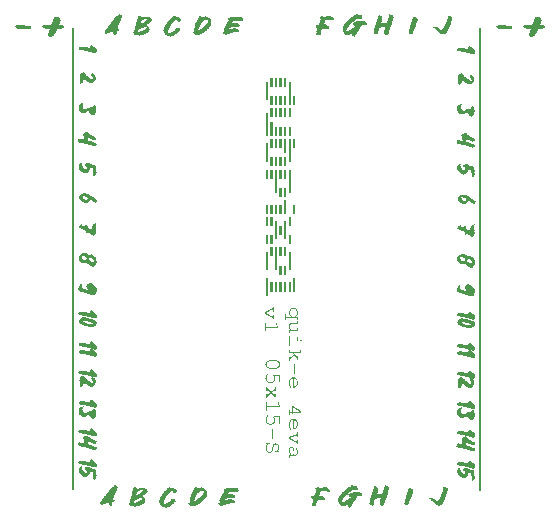
<source format=gbr>
%TF.GenerationSoftware,KiCad,Pcbnew,7.0.2*%
%TF.CreationDate,2024-01-29T20:43:42-05:00*%
%TF.ProjectId,dpx_perv_5x15-s,6470785f-7065-4727-965f-357831352d73,rev?*%
%TF.SameCoordinates,Original*%
%TF.FileFunction,Legend,Top*%
%TF.FilePolarity,Positive*%
%FSLAX46Y46*%
G04 Gerber Fmt 4.6, Leading zero omitted, Abs format (unit mm)*
G04 Created by KiCad (PCBNEW 7.0.2) date 2024-01-29 20:43:42*
%MOMM*%
%LPD*%
G01*
G04 APERTURE LIST*
%ADD10C,0.150000*%
%ADD11C,0.300000*%
%ADD12C,0.250000*%
%ADD13R,1.700000X1.700000*%
%ADD14O,1.700000X1.700000*%
G04 APERTURE END LIST*
D10*
X82360000Y-31780000D02*
X82360000Y-70875000D01*
X47930000Y-70825000D02*
X47930000Y-31740000D01*
D11*
G36*
X49498946Y-65649701D02*
G01*
X49512662Y-65656760D01*
X49524546Y-65665261D01*
X49532063Y-65676267D01*
X49531651Y-65688225D01*
X49533253Y-65699965D01*
X49537455Y-65699734D01*
X49550839Y-65704948D01*
X49553107Y-65707228D01*
X49548640Y-65718430D01*
X49556665Y-65723948D01*
X49570511Y-65731202D01*
X49583988Y-65739455D01*
X49593324Y-65750419D01*
X49595169Y-65763273D01*
X49603799Y-65758846D01*
X49617517Y-65764445D01*
X49625134Y-65765806D01*
X49624112Y-65777927D01*
X49628150Y-65778315D01*
X49641697Y-65783203D01*
X49648620Y-65790487D01*
X49647559Y-65802547D01*
X49654168Y-65802807D01*
X49669071Y-65806312D01*
X49680623Y-65815516D01*
X49687641Y-65827029D01*
X49695553Y-65837718D01*
X49703238Y-65842848D01*
X49715532Y-65849353D01*
X49727888Y-65855982D01*
X49740303Y-65863546D01*
X49751240Y-65872010D01*
X49752406Y-65875248D01*
X49748309Y-65886664D01*
X49757125Y-65893286D01*
X49769319Y-65901545D01*
X49782192Y-65908739D01*
X49794837Y-65914801D01*
X49792929Y-65919087D01*
X49806927Y-65918318D01*
X49809697Y-65931384D01*
X49816256Y-65943094D01*
X49825524Y-65953761D01*
X49836422Y-65963697D01*
X49847872Y-65973216D01*
X49858792Y-65982631D01*
X49868104Y-65992254D01*
X49876152Y-66005950D01*
X49876841Y-66020879D01*
X49877269Y-66020314D01*
X49880097Y-66019829D01*
X49896613Y-66020665D01*
X49897786Y-66032624D01*
X49901785Y-66037016D01*
X49913338Y-66045293D01*
X49926198Y-66052282D01*
X49940396Y-66059363D01*
X49952740Y-66065743D01*
X49951686Y-66078444D01*
X49951302Y-66091273D01*
X49951426Y-66104158D01*
X49951897Y-66117026D01*
X49952554Y-66129806D01*
X49953235Y-66142424D01*
X49953781Y-66154809D01*
X49954028Y-66166887D01*
X49953617Y-66182390D01*
X49952008Y-66197048D01*
X49952386Y-66206743D01*
X49948710Y-66218444D01*
X49946819Y-66223371D01*
X49946657Y-66235148D01*
X49942384Y-66246789D01*
X49935155Y-66257425D01*
X49925996Y-66249805D01*
X49929355Y-66259058D01*
X49932074Y-66270896D01*
X49931861Y-66283305D01*
X49924389Y-66294671D01*
X49908777Y-66298458D01*
X49913907Y-66308514D01*
X49906578Y-66319267D01*
X49904610Y-66320609D01*
X49890129Y-66325605D01*
X49875071Y-66327767D01*
X49871304Y-66331592D01*
X49860600Y-66340917D01*
X49849389Y-66349069D01*
X49836969Y-66356783D01*
X49829363Y-66354820D01*
X49813056Y-66352676D01*
X49795353Y-66352273D01*
X49776333Y-66352849D01*
X49761249Y-66353465D01*
X49745500Y-66353881D01*
X49729118Y-66353775D01*
X49712136Y-66352826D01*
X49694586Y-66350712D01*
X49676502Y-66347111D01*
X49670033Y-66337939D01*
X49675769Y-66326888D01*
X49671636Y-66327762D01*
X49657067Y-66329766D01*
X49640519Y-66329643D01*
X49624507Y-66326368D01*
X49611289Y-66320440D01*
X49604476Y-66319481D01*
X49589113Y-66318740D01*
X49574518Y-66316307D01*
X49557800Y-66312233D01*
X49553202Y-66307672D01*
X49542779Y-66298458D01*
X49534298Y-66297148D01*
X49519571Y-66297987D01*
X49503263Y-66299200D01*
X49488190Y-66297872D01*
X49481325Y-66290862D01*
X49477932Y-66279407D01*
X49469804Y-66279275D01*
X49454572Y-66281048D01*
X49438731Y-66279993D01*
X49429938Y-66271493D01*
X49418615Y-66269712D01*
X49403102Y-66265375D01*
X49389061Y-66260672D01*
X49374617Y-66255080D01*
X49361738Y-66251475D01*
X49345361Y-66248884D01*
X49329795Y-66246328D01*
X49313920Y-66242457D01*
X49298780Y-66236322D01*
X49297835Y-66235874D01*
X49283471Y-66232681D01*
X49267351Y-66229976D01*
X49251603Y-66225737D01*
X49237964Y-66219616D01*
X49235177Y-66218796D01*
X49219914Y-66218436D01*
X49204580Y-66216341D01*
X49188504Y-66211996D01*
X49180384Y-66207054D01*
X49174583Y-66195583D01*
X49170034Y-66197390D01*
X49155165Y-66197048D01*
X49146739Y-66189135D01*
X49135965Y-66188585D01*
X49120831Y-66189708D01*
X49105232Y-66190063D01*
X49090319Y-66188255D01*
X49085748Y-66181747D01*
X49083358Y-66170084D01*
X49072812Y-66170195D01*
X49057834Y-66171619D01*
X49042325Y-66170084D01*
X49033881Y-66164335D01*
X49022908Y-66155429D01*
X49020715Y-66155029D01*
X49006059Y-66155386D01*
X48991299Y-66156428D01*
X48975348Y-66157228D01*
X48957599Y-66156755D01*
X48943407Y-66152498D01*
X48928477Y-66151835D01*
X48912798Y-66149110D01*
X48898710Y-66142826D01*
X48909335Y-66138723D01*
X48903326Y-66137864D01*
X48887123Y-66136138D01*
X48869993Y-66134447D01*
X48852883Y-66132080D01*
X48836741Y-66128325D01*
X48822513Y-66122472D01*
X48811149Y-66113810D01*
X48797001Y-66115034D01*
X48780689Y-66116054D01*
X48765888Y-66116324D01*
X48750460Y-66115688D01*
X48735264Y-66113757D01*
X48721159Y-66110145D01*
X48706369Y-66102673D01*
X48705125Y-66099434D01*
X48703804Y-66087432D01*
X48704041Y-66095296D01*
X48694645Y-66104724D01*
X48691285Y-66105145D01*
X48679624Y-66096811D01*
X48677472Y-66096545D01*
X48661306Y-66096188D01*
X48646410Y-66096647D01*
X48631167Y-66096147D01*
X48616155Y-66093112D01*
X48601955Y-66085967D01*
X48599399Y-66084773D01*
X48584379Y-66083795D01*
X48567541Y-66084106D01*
X48551206Y-66082185D01*
X48539315Y-66074914D01*
X48535643Y-66062519D01*
X48527889Y-66063047D01*
X48512070Y-66067115D01*
X48496862Y-66071571D01*
X48481534Y-66071442D01*
X48471875Y-66061782D01*
X48467866Y-66048158D01*
X48466496Y-66058526D01*
X48451618Y-66062520D01*
X48435992Y-66062226D01*
X48435412Y-66060294D01*
X48435189Y-66048092D01*
X48449181Y-66042589D01*
X48440502Y-66044593D01*
X48426114Y-66040568D01*
X48421704Y-66028814D01*
X48407234Y-66029666D01*
X48391662Y-66029693D01*
X48389594Y-66016624D01*
X48393311Y-66004706D01*
X48404914Y-65999553D01*
X48400698Y-65991072D01*
X48400088Y-65979281D01*
X48393864Y-65979206D01*
X48376423Y-65977544D01*
X48373115Y-65965872D01*
X48385241Y-65958450D01*
X48399722Y-65951144D01*
X48395822Y-65946034D01*
X48380415Y-65944307D01*
X48365650Y-65942645D01*
X48367834Y-65940905D01*
X48379012Y-65932254D01*
X48390563Y-65923740D01*
X48401188Y-65914508D01*
X48403661Y-65908418D01*
X48407395Y-65896935D01*
X48417011Y-65886573D01*
X48431617Y-65882792D01*
X48446250Y-65883440D01*
X48447622Y-65877877D01*
X48451770Y-65866475D01*
X48458205Y-65855004D01*
X48460194Y-65852591D01*
X48838939Y-65852591D01*
X48843756Y-65863803D01*
X48843389Y-65858821D01*
X48838939Y-65852591D01*
X48460194Y-65852591D01*
X48467420Y-65843822D01*
X48468401Y-65842994D01*
X48729450Y-65842994D01*
X48736806Y-65836773D01*
X48736881Y-65836501D01*
X48846677Y-65836501D01*
X48849339Y-65839643D01*
X48853281Y-65852080D01*
X48860224Y-65850920D01*
X48875996Y-65852080D01*
X48867140Y-65847419D01*
X48856436Y-65839337D01*
X48863807Y-65833893D01*
X48856294Y-65835875D01*
X48846677Y-65836501D01*
X48736881Y-65836501D01*
X48738088Y-65832135D01*
X48731640Y-65835042D01*
X48730510Y-65835133D01*
X48729450Y-65842994D01*
X48468401Y-65842994D01*
X48479908Y-65833286D01*
X48491720Y-65826022D01*
X48505859Y-65819473D01*
X48517027Y-65815666D01*
X48517727Y-65812019D01*
X48709780Y-65812019D01*
X48710388Y-65812123D01*
X48715034Y-65814558D01*
X48719924Y-65810754D01*
X48709780Y-65812019D01*
X48517727Y-65812019D01*
X48518582Y-65807563D01*
X48529319Y-65798558D01*
X48544066Y-65795419D01*
X48559861Y-65798507D01*
X48564518Y-65810185D01*
X48563543Y-65811251D01*
X48575584Y-65804368D01*
X48590529Y-65799540D01*
X48608339Y-65795809D01*
X48628379Y-65793132D01*
X48650013Y-65791467D01*
X48665007Y-65790899D01*
X48680239Y-65790750D01*
X48695519Y-65791007D01*
X48710661Y-65791658D01*
X48725475Y-65792690D01*
X48746669Y-65794927D01*
X48750699Y-65802547D01*
X48761324Y-65810167D01*
X48765029Y-65808947D01*
X48780956Y-65808872D01*
X48797253Y-65810369D01*
X48812642Y-65811550D01*
X48828881Y-65811840D01*
X48845221Y-65810461D01*
X48864031Y-65819087D01*
X48870933Y-65830259D01*
X48883323Y-65826581D01*
X48890248Y-65824614D01*
X48907000Y-65821296D01*
X48923413Y-65822846D01*
X48928890Y-65834567D01*
X48926062Y-65843451D01*
X48937122Y-65836600D01*
X48953979Y-65831644D01*
X48971036Y-65831310D01*
X48987094Y-65834679D01*
X49000957Y-65840830D01*
X49009256Y-65847647D01*
X49013382Y-65843287D01*
X49018913Y-65842145D01*
X49032565Y-65847542D01*
X49029502Y-65859700D01*
X49039249Y-65852050D01*
X49053727Y-65854918D01*
X49054710Y-65857654D01*
X49064542Y-65853229D01*
X49079327Y-65858364D01*
X49083166Y-65862041D01*
X49088038Y-65861429D01*
X49103595Y-65864098D01*
X49117983Y-65868912D01*
X49126908Y-65879878D01*
X49111934Y-65881389D01*
X49125020Y-65880085D01*
X49140963Y-65879349D01*
X49150036Y-65869372D01*
X49158502Y-65874033D01*
X49171565Y-65882561D01*
X49182364Y-65891995D01*
X49189603Y-65902198D01*
X49192916Y-65901788D01*
X49207871Y-65901825D01*
X49223426Y-65904732D01*
X49237231Y-65910112D01*
X49234346Y-65906521D01*
X49236327Y-65894817D01*
X49239429Y-65882268D01*
X49248756Y-65889082D01*
X49261598Y-65894896D01*
X49277971Y-65899604D01*
X49294436Y-65903942D01*
X49309979Y-65910135D01*
X49311695Y-65911354D01*
X49315266Y-65902491D01*
X49328002Y-65908549D01*
X49344059Y-65911231D01*
X49358310Y-65912243D01*
X49358213Y-65911690D01*
X49358002Y-65899883D01*
X49358864Y-65887544D01*
X49353738Y-65876680D01*
X49347232Y-65866148D01*
X49341041Y-65855448D01*
X49337248Y-65843873D01*
X49337282Y-65841800D01*
X49339934Y-65828664D01*
X49347873Y-65818667D01*
X49348178Y-65816212D01*
X49347406Y-65804119D01*
X49347854Y-65792202D01*
X49353002Y-65780272D01*
X49359110Y-65776032D01*
X49374617Y-65775290D01*
X49372998Y-65768795D01*
X49379380Y-65757997D01*
X49382296Y-65751780D01*
X49396233Y-65747153D01*
X49392122Y-65740632D01*
X49395867Y-65728981D01*
X49400711Y-65724897D01*
X49414002Y-65718576D01*
X49427740Y-65713447D01*
X49431728Y-65707193D01*
X49437556Y-65696286D01*
X49446241Y-65686445D01*
X49458656Y-65679356D01*
X49473902Y-65675345D01*
X49480175Y-65670101D01*
X49487606Y-65659106D01*
X49493319Y-65647209D01*
X49498946Y-65649701D01*
G37*
G36*
X49129568Y-66261948D02*
G01*
X49138701Y-66273203D01*
X49148322Y-66282883D01*
X49155561Y-66293489D01*
X49159545Y-66305424D01*
X49159638Y-66306461D01*
X49159688Y-66306462D01*
X49182256Y-66307736D01*
X49197802Y-66310277D01*
X49211273Y-66316510D01*
X49212470Y-66328582D01*
X49210486Y-66340370D01*
X49207167Y-66350044D01*
X49197904Y-66359579D01*
X49185018Y-66364404D01*
X49193427Y-66370239D01*
X49181223Y-66377556D01*
X49177036Y-66378653D01*
X49180733Y-66378957D01*
X49196324Y-66386061D01*
X49209768Y-66395574D01*
X49212168Y-66399298D01*
X49213257Y-66398063D01*
X49228098Y-66399722D01*
X49231667Y-66411085D01*
X49235872Y-66403966D01*
X49251455Y-66402633D01*
X49264273Y-66408351D01*
X49275104Y-66416428D01*
X49276599Y-66417998D01*
X49277897Y-66416281D01*
X49293688Y-66422437D01*
X49307004Y-66428493D01*
X49319897Y-66434201D01*
X49335050Y-66433866D01*
X49335373Y-66437290D01*
X49334393Y-66449142D01*
X49332245Y-66452968D01*
X49335257Y-66453837D01*
X49351763Y-66456406D01*
X49367501Y-66456426D01*
X49384115Y-66455081D01*
X49400996Y-66453210D01*
X49397486Y-66455609D01*
X49385153Y-66465660D01*
X49377805Y-66475968D01*
X49372376Y-66487424D01*
X49362768Y-66496984D01*
X49350437Y-66505380D01*
X49358438Y-66506766D01*
X49374229Y-66506749D01*
X49391135Y-66506001D01*
X49405758Y-66505087D01*
X49405017Y-66507409D01*
X49409087Y-66519794D01*
X49422655Y-66525981D01*
X49425313Y-66529259D01*
X49433236Y-66521500D01*
X49445581Y-66520755D01*
X49456021Y-66529844D01*
X49458148Y-66541724D01*
X49464010Y-66544361D01*
X49465262Y-66544232D01*
X49480646Y-66543503D01*
X49495008Y-66548163D01*
X49488987Y-66553999D01*
X49486991Y-66561883D01*
X49482580Y-66565786D01*
X49494583Y-66565111D01*
X49509073Y-66566930D01*
X49512514Y-66575628D01*
X49509091Y-66586133D01*
X49510172Y-66587739D01*
X49513321Y-66583925D01*
X49525400Y-66577046D01*
X49536550Y-66584808D01*
X49533007Y-66591004D01*
X49523801Y-66601027D01*
X49522167Y-66602317D01*
X49524375Y-66602222D01*
X49540032Y-66603913D01*
X49556818Y-66603954D01*
X49573553Y-66598877D01*
X49573133Y-66607081D01*
X49570102Y-66619929D01*
X49563327Y-66630328D01*
X49559628Y-66632409D01*
X49569158Y-66635744D01*
X49578451Y-66645273D01*
X49580241Y-66645616D01*
X49584870Y-66635802D01*
X49599199Y-66632875D01*
X49615641Y-66630753D01*
X49629326Y-66635552D01*
X49632538Y-66647237D01*
X49637163Y-66646650D01*
X49651955Y-66646064D01*
X49654074Y-66647957D01*
X49663598Y-66657969D01*
X49672152Y-66668294D01*
X49680852Y-66678121D01*
X49693055Y-66688114D01*
X49706002Y-66693989D01*
X49722663Y-66696769D01*
X49722439Y-66706124D01*
X49724163Y-66705050D01*
X49729624Y-66693838D01*
X49741690Y-66694267D01*
X49762154Y-66695529D01*
X49784605Y-66698278D01*
X49798646Y-66701815D01*
X49807658Y-66713034D01*
X49805462Y-66726078D01*
X49802760Y-66731066D01*
X49795318Y-66742441D01*
X49788404Y-66750588D01*
X49790845Y-66751661D01*
X49792151Y-66753449D01*
X49792639Y-66751284D01*
X49795369Y-66750864D01*
X49810076Y-66751518D01*
X49821587Y-66760515D01*
X49827077Y-66771507D01*
X49838726Y-66765960D01*
X49853061Y-66761649D01*
X49860672Y-66772076D01*
X49857486Y-66785869D01*
X49863651Y-66783382D01*
X49865895Y-66784616D01*
X49872843Y-66775016D01*
X49886402Y-66770185D01*
X49900396Y-66775024D01*
X49910692Y-66783803D01*
X49919189Y-66795248D01*
X49924965Y-66807791D01*
X49927095Y-66819867D01*
X49919208Y-66818491D01*
X49905113Y-66823091D01*
X49907341Y-66826836D01*
X49912171Y-66838702D01*
X49911209Y-66850483D01*
X49903606Y-66862149D01*
X49893023Y-66871452D01*
X49901282Y-66882197D01*
X49906223Y-66895064D01*
X49901064Y-66906633D01*
X49891348Y-66916814D01*
X49887383Y-66929571D01*
X49890458Y-66942380D01*
X49878212Y-66942497D01*
X49866410Y-66949880D01*
X49855431Y-66957737D01*
X49839443Y-66960263D01*
X49822315Y-66958793D01*
X49825874Y-66966062D01*
X49816786Y-66975262D01*
X49801432Y-66976964D01*
X49792273Y-66984292D01*
X49777985Y-66983985D01*
X49765162Y-66977258D01*
X49771024Y-66985171D01*
X49767711Y-66986047D01*
X49752600Y-66988974D01*
X49737085Y-66990493D01*
X49721382Y-66992024D01*
X49706817Y-66996292D01*
X49694087Y-67004515D01*
X49694100Y-67002837D01*
X49688687Y-66991515D01*
X49674670Y-66987223D01*
X49665251Y-66982613D01*
X49659282Y-66971103D01*
X49654999Y-66972681D01*
X49640885Y-66976002D01*
X49625577Y-66974620D01*
X49619009Y-66970670D01*
X49609571Y-66961260D01*
X49599199Y-66952052D01*
X49596689Y-66950824D01*
X49581935Y-66948995D01*
X49568058Y-66945017D01*
X49560364Y-66938276D01*
X49553645Y-66938618D01*
X49539138Y-66934314D01*
X49528100Y-66924830D01*
X49515668Y-66916881D01*
X49501557Y-66913903D01*
X49486725Y-66911019D01*
X49476833Y-66903105D01*
X49463628Y-66901421D01*
X49450363Y-66895314D01*
X49437406Y-66886503D01*
X49425127Y-66876704D01*
X49413894Y-66867635D01*
X49400629Y-66859435D01*
X49390094Y-66861495D01*
X49375350Y-66862659D01*
X49371316Y-66859063D01*
X49363681Y-66848006D01*
X49359230Y-66835987D01*
X49345968Y-66830615D01*
X49332054Y-66826148D01*
X49318439Y-66821762D01*
X49304275Y-66816643D01*
X49295849Y-66810782D01*
X49291963Y-66810715D01*
X49274976Y-66807915D01*
X49264315Y-66797725D01*
X49262144Y-66784990D01*
X49258248Y-66786445D01*
X49243093Y-66787627D01*
X49238744Y-66785368D01*
X49230245Y-66780515D01*
X49749803Y-66780515D01*
X49750260Y-66780722D01*
X49750920Y-66778318D01*
X49749803Y-66780515D01*
X49230245Y-66780515D01*
X49225627Y-66777878D01*
X49212804Y-66769920D01*
X49209021Y-66757146D01*
X49195955Y-66753975D01*
X49195242Y-66753164D01*
X49754607Y-66753164D01*
X49755467Y-66756831D01*
X49754990Y-66767860D01*
X49761073Y-66759287D01*
X49761234Y-66757556D01*
X49756363Y-66754641D01*
X49761945Y-66749945D01*
X49762059Y-66748727D01*
X49754607Y-66753164D01*
X49195242Y-66753164D01*
X49189481Y-66746611D01*
X49765613Y-66746611D01*
X49765941Y-66746584D01*
X49766627Y-66746008D01*
X49765613Y-66746611D01*
X49189481Y-66746611D01*
X49187405Y-66744250D01*
X49180218Y-66743642D01*
X49167255Y-66736923D01*
X49167944Y-66737364D01*
X49173972Y-66748469D01*
X49177814Y-66760391D01*
X49178246Y-66773559D01*
X49171285Y-66777662D01*
X49170145Y-66786446D01*
X49171652Y-66798179D01*
X49174577Y-66799786D01*
X49187405Y-66806092D01*
X49186887Y-66812661D01*
X49174949Y-66819867D01*
X49175057Y-66819854D01*
X49189970Y-66819281D01*
X49206090Y-66818695D01*
X49194558Y-66828494D01*
X49185161Y-66838039D01*
X49178246Y-66848590D01*
X49175098Y-66855866D01*
X49172508Y-66867421D01*
X49169353Y-66879722D01*
X49162664Y-66891832D01*
X49151868Y-66901347D01*
X49163555Y-66907347D01*
X49168721Y-66919225D01*
X49169199Y-66927820D01*
X49166185Y-66939879D01*
X49157654Y-66951189D01*
X49145583Y-66959817D01*
X49131899Y-66966576D01*
X49118529Y-66972275D01*
X49119530Y-66978542D01*
X49124179Y-66990095D01*
X49128946Y-67002248D01*
X49131537Y-67000997D01*
X49145628Y-66996496D01*
X49161760Y-66995136D01*
X49166406Y-66998405D01*
X49179223Y-67004368D01*
X49193503Y-67008194D01*
X49208037Y-67011648D01*
X49222576Y-67015946D01*
X49229650Y-67016820D01*
X49244293Y-67018559D01*
X49258114Y-67023273D01*
X49262225Y-67025276D01*
X49269837Y-67035583D01*
X49273577Y-67036279D01*
X49288395Y-67034773D01*
X49303983Y-67037251D01*
X49311405Y-67048468D01*
X49312035Y-67057177D01*
X49319296Y-67050530D01*
X49323037Y-67049975D01*
X49338714Y-67049246D01*
X49354661Y-67053120D01*
X49362894Y-67064013D01*
X49367321Y-67062784D01*
X49382111Y-67064116D01*
X49393654Y-67071956D01*
X49398971Y-67079315D01*
X49415016Y-67075517D01*
X49432869Y-67071926D01*
X49430784Y-67087501D01*
X49441417Y-67096424D01*
X49455574Y-67091630D01*
X49472194Y-67088601D01*
X49488190Y-67087753D01*
X49482482Y-67097333D01*
X49473546Y-67108647D01*
X49464309Y-67117045D01*
X49475866Y-67114214D01*
X49487458Y-67121752D01*
X49495069Y-67118109D01*
X49511729Y-67113847D01*
X49526109Y-67118747D01*
X49530467Y-67121394D01*
X49541921Y-67122044D01*
X49558758Y-67127389D01*
X49574385Y-67133618D01*
X49588574Y-67137285D01*
X49588574Y-67145199D01*
X49585810Y-67149190D01*
X49579636Y-67155242D01*
X49582702Y-67154994D01*
X49597733Y-67156043D01*
X49601748Y-67168514D01*
X49600356Y-67173184D01*
X49603995Y-67171188D01*
X49618349Y-67168724D01*
X49633637Y-67169819D01*
X49635461Y-67175200D01*
X49636173Y-67182837D01*
X49640650Y-67178135D01*
X49644798Y-67180162D01*
X49646666Y-67172090D01*
X49661684Y-67167302D01*
X49677234Y-67165715D01*
X49678090Y-67168339D01*
X49681305Y-67180245D01*
X49683063Y-67192057D01*
X49682483Y-67204123D01*
X49682109Y-67204955D01*
X49694087Y-67203524D01*
X49710454Y-67204384D01*
X49724366Y-67208950D01*
X49738417Y-67214662D01*
X49760647Y-67216734D01*
X49767634Y-67218308D01*
X49779280Y-67212838D01*
X49791412Y-67221310D01*
X49798427Y-67235349D01*
X49802832Y-67249303D01*
X49803959Y-67254292D01*
X49818719Y-67257118D01*
X49834210Y-67257735D01*
X49850662Y-67257320D01*
X49867011Y-67256574D01*
X49866968Y-67266381D01*
X49878392Y-67275238D01*
X49892254Y-67280590D01*
X49906353Y-67285279D01*
X49919942Y-67292842D01*
X49915682Y-67299857D01*
X49922464Y-67296332D01*
X49939070Y-67296288D01*
X49936805Y-67306114D01*
X49945693Y-67314963D01*
X49949427Y-67329061D01*
X49947611Y-67340947D01*
X49944009Y-67353260D01*
X49940914Y-67365892D01*
X49940617Y-67378737D01*
X49945413Y-67391689D01*
X49933117Y-67397496D01*
X49926879Y-67408128D01*
X49916251Y-67416622D01*
X49900350Y-67417774D01*
X49903156Y-67420029D01*
X49903457Y-67432371D01*
X49900064Y-67445395D01*
X49895221Y-67459100D01*
X49884311Y-67455783D01*
X49869728Y-67452643D01*
X49871405Y-67465137D01*
X49864949Y-67476300D01*
X49854188Y-67486650D01*
X49836730Y-67485256D01*
X49820586Y-67485826D01*
X49805283Y-67487907D01*
X49790349Y-67491047D01*
X49775313Y-67494791D01*
X49759701Y-67498685D01*
X49743041Y-67502278D01*
X49724862Y-67505115D01*
X49723091Y-67503613D01*
X49707646Y-67499639D01*
X49692530Y-67501415D01*
X49676257Y-67499783D01*
X49664104Y-67492136D01*
X49654153Y-67479909D01*
X49640446Y-67483681D01*
X49624776Y-67482313D01*
X49610367Y-67477143D01*
X49597653Y-67470953D01*
X49582712Y-67465841D01*
X49575568Y-67466139D01*
X49560436Y-67463604D01*
X49546496Y-67457544D01*
X49532154Y-67454117D01*
X49527613Y-67453892D01*
X49514008Y-67449361D01*
X49503764Y-67439420D01*
X49493686Y-67429791D01*
X49484636Y-67427663D01*
X49467977Y-67426228D01*
X49450634Y-67425630D01*
X49434091Y-67423790D01*
X49419832Y-67418628D01*
X49409341Y-67408064D01*
X49404659Y-67394327D01*
X49399181Y-67396551D01*
X49384064Y-67399792D01*
X49368023Y-67398723D01*
X49359791Y-67395604D01*
X49355566Y-67383775D01*
X49348346Y-67385048D01*
X49333447Y-67387330D01*
X49318197Y-67384068D01*
X49313524Y-67381241D01*
X49305741Y-67370586D01*
X49305094Y-67370484D01*
X49291355Y-67374599D01*
X49275699Y-67373517D01*
X49268066Y-67369385D01*
X49262144Y-67358569D01*
X49255192Y-67359067D01*
X49240852Y-67361515D01*
X49225874Y-67361207D01*
X49218476Y-67354690D01*
X49214150Y-67343036D01*
X49213314Y-67342963D01*
X49198625Y-67344639D01*
X49184275Y-67339561D01*
X49181177Y-67326916D01*
X49175729Y-67330280D01*
X49160851Y-67334316D01*
X49145640Y-67334536D01*
X49138986Y-67330727D01*
X49141253Y-67321505D01*
X49138309Y-67322445D01*
X49122934Y-67326380D01*
X49108769Y-67323192D01*
X49108766Y-67320327D01*
X49107883Y-67320859D01*
X49094585Y-67327437D01*
X49078559Y-67326161D01*
X49079824Y-67313379D01*
X49089586Y-67302296D01*
X49084364Y-67298582D01*
X49070976Y-67304719D01*
X49055514Y-67307865D01*
X49046721Y-67301710D01*
X49035221Y-67299568D01*
X49020971Y-67296016D01*
X49006465Y-67291889D01*
X48991034Y-67287348D01*
X48984646Y-67285817D01*
X48969087Y-67284499D01*
X48954035Y-67282489D01*
X48939379Y-67276689D01*
X48928386Y-67266539D01*
X48916247Y-67272327D01*
X48900954Y-67276504D01*
X48884773Y-67276477D01*
X48871891Y-67268374D01*
X48867203Y-67256574D01*
X48860138Y-67260129D01*
X48845152Y-67261767D01*
X48829467Y-67258332D01*
X48823623Y-67256939D01*
X48808885Y-67254576D01*
X48793117Y-67252333D01*
X48777329Y-67250048D01*
X48760957Y-67247195D01*
X48753845Y-67244124D01*
X48753563Y-67241427D01*
X48751502Y-67242788D01*
X48734420Y-67245183D01*
X48718901Y-67241709D01*
X48702539Y-67238927D01*
X48685670Y-67238964D01*
X48670099Y-67241333D01*
X48674306Y-67237275D01*
X48686127Y-67230269D01*
X48670981Y-67232453D01*
X48670832Y-67220523D01*
X48666352Y-67222741D01*
X48651187Y-67222351D01*
X48635945Y-67219565D01*
X48619978Y-67214653D01*
X48605619Y-67207627D01*
X48605280Y-67207654D01*
X48590911Y-67210205D01*
X48578142Y-67202938D01*
X48576104Y-67204737D01*
X48561655Y-67207334D01*
X48551551Y-67208428D01*
X48544436Y-67197955D01*
X48535685Y-67200275D01*
X48520577Y-67202360D01*
X48505044Y-67201344D01*
X48489055Y-67197149D01*
X48473150Y-67192598D01*
X48457817Y-67190743D01*
X48442953Y-67191800D01*
X48441666Y-67187820D01*
X48438567Y-67174682D01*
X48438127Y-67166888D01*
X49527025Y-67166888D01*
X49535347Y-67163897D01*
X49547427Y-67160427D01*
X49543924Y-67159524D01*
X49539478Y-67158076D01*
X49538722Y-67158685D01*
X49527025Y-67166888D01*
X48438127Y-67166888D01*
X48438097Y-67166363D01*
X48429954Y-67168056D01*
X48414377Y-67168646D01*
X48403783Y-67162629D01*
X48388220Y-67164073D01*
X48372245Y-67166301D01*
X48375026Y-67160800D01*
X48383327Y-67147337D01*
X48393088Y-67136726D01*
X48383968Y-67130251D01*
X48387644Y-67121165D01*
X49384876Y-67121165D01*
X49390322Y-67113409D01*
X49397385Y-67116296D01*
X49395192Y-67109742D01*
X49392793Y-67111667D01*
X49388087Y-67112586D01*
X49384876Y-67121165D01*
X48387644Y-67121165D01*
X48387719Y-67120979D01*
X48395503Y-67114791D01*
X48391141Y-67114992D01*
X48375232Y-67115671D01*
X48358317Y-67116482D01*
X48342203Y-67117355D01*
X48347011Y-67106639D01*
X48354181Y-67094115D01*
X48362682Y-67083750D01*
X48364552Y-67082770D01*
X49300978Y-67082770D01*
X49302708Y-67084507D01*
X49312022Y-67083779D01*
X49308108Y-67080173D01*
X49300978Y-67082770D01*
X48364552Y-67082770D01*
X48375176Y-67077202D01*
X48372024Y-67066878D01*
X48370827Y-67063047D01*
X49269759Y-67063047D01*
X49272035Y-67064892D01*
X49274659Y-67063829D01*
X49269759Y-67063047D01*
X48370827Y-67063047D01*
X48367722Y-67053104D01*
X48363699Y-67039710D01*
X48362263Y-67034010D01*
X49157353Y-67034010D01*
X49162060Y-67033383D01*
X49161967Y-67029409D01*
X49166523Y-67017997D01*
X49165625Y-67018573D01*
X49161780Y-67020550D01*
X49160789Y-67025226D01*
X49157353Y-67034010D01*
X48362263Y-67034010D01*
X48360342Y-67026386D01*
X48357615Y-67012776D01*
X48355225Y-66998770D01*
X48353194Y-66985757D01*
X48363849Y-66981051D01*
X48375908Y-66990154D01*
X48375252Y-66986238D01*
X48374682Y-66977844D01*
X48861707Y-66977844D01*
X48861855Y-66977098D01*
X48861755Y-66977014D01*
X48861707Y-66977844D01*
X48374682Y-66977844D01*
X48374443Y-66974327D01*
X48370810Y-66962876D01*
X48372150Y-66955760D01*
X48741593Y-66955760D01*
X48743372Y-66960551D01*
X48745060Y-66959906D01*
X48753281Y-66957528D01*
X48751081Y-66957208D01*
X48838214Y-66957208D01*
X48838557Y-66960889D01*
X48841474Y-66960129D01*
X48839889Y-66958828D01*
X48838214Y-66957208D01*
X48751081Y-66957208D01*
X48744583Y-66956263D01*
X48741593Y-66955760D01*
X48372150Y-66955760D01*
X48373343Y-66949421D01*
X48374447Y-66946094D01*
X48455166Y-66946094D01*
X48458343Y-66945063D01*
X48791442Y-66945063D01*
X48798842Y-66942867D01*
X48791732Y-66939156D01*
X48791442Y-66945063D01*
X48458343Y-66945063D01*
X48459150Y-66944801D01*
X48457034Y-66941095D01*
X48455166Y-66946094D01*
X48374447Y-66946094D01*
X48377158Y-66937926D01*
X48378138Y-66927671D01*
X48453832Y-66927671D01*
X48454177Y-66928683D01*
X48453944Y-66927432D01*
X48453832Y-66927671D01*
X48378138Y-66927671D01*
X48378421Y-66924706D01*
X48372611Y-66913657D01*
X48379589Y-66911812D01*
X48392903Y-66905237D01*
X48405950Y-66898709D01*
X48411166Y-66890144D01*
X48424635Y-66884934D01*
X48420788Y-66880427D01*
X48422437Y-66868228D01*
X48424726Y-66864615D01*
X48437954Y-66857871D01*
X48452845Y-66855038D01*
X48453496Y-66854384D01*
X48459831Y-66843720D01*
X48474746Y-66839179D01*
X48492730Y-66838625D01*
X48511584Y-66840184D01*
X48527086Y-66842387D01*
X48545169Y-66845659D01*
X48539483Y-66846387D01*
X48520302Y-66850007D01*
X48503433Y-66855627D01*
X48491634Y-66862879D01*
X48486184Y-66874382D01*
X48497175Y-66884348D01*
X48494644Y-66890376D01*
X48494990Y-66900812D01*
X48496809Y-66896364D01*
X48503425Y-66893726D01*
X48519704Y-66895005D01*
X48524471Y-66906195D01*
X48524947Y-66915511D01*
X48527919Y-66915373D01*
X48529260Y-66908698D01*
X48537884Y-66899208D01*
X48553619Y-66893560D01*
X48568693Y-66891568D01*
X48583249Y-66890160D01*
X48598658Y-66885813D01*
X48600261Y-66888433D01*
X48604382Y-66901286D01*
X48601961Y-66905883D01*
X48616976Y-66907795D01*
X48621430Y-66913185D01*
X48621739Y-66925673D01*
X48624411Y-66926246D01*
X48637108Y-66927342D01*
X48638097Y-66920206D01*
X48651414Y-66915122D01*
X48645432Y-66915292D01*
X48635040Y-66907008D01*
X48624672Y-66896894D01*
X48615511Y-66887572D01*
X48623935Y-66887743D01*
X48640380Y-66889440D01*
X48654314Y-66893771D01*
X48664237Y-66902812D01*
X48665755Y-66903173D01*
X48665703Y-66901933D01*
X48666282Y-66903134D01*
X48666368Y-66903318D01*
X48672562Y-66904792D01*
X48679269Y-66916448D01*
X48675800Y-66924140D01*
X48677076Y-66927072D01*
X48678525Y-66940035D01*
X48684721Y-66936016D01*
X48695663Y-66926880D01*
X48708922Y-66921240D01*
X48723845Y-66916778D01*
X48743932Y-66912253D01*
X48760591Y-66909260D01*
X48754928Y-66914782D01*
X48746475Y-66924442D01*
X48739783Y-66935999D01*
X48739779Y-66936046D01*
X48753173Y-66931562D01*
X48767552Y-66937397D01*
X48770702Y-66928412D01*
X48778960Y-66918653D01*
X48794299Y-66918492D01*
X48808259Y-66923821D01*
X48821774Y-66931242D01*
X48816441Y-66938639D01*
X48805511Y-66945024D01*
X48814080Y-66948535D01*
X48818804Y-66948108D01*
X48829318Y-66948604D01*
X48829284Y-66948571D01*
X48822941Y-66937045D01*
X48835165Y-66929352D01*
X48853094Y-66929637D01*
X48870500Y-66931828D01*
X48870693Y-66920441D01*
X48866552Y-66907337D01*
X48861999Y-66895903D01*
X48856964Y-66883610D01*
X48852127Y-66870922D01*
X48848169Y-66858305D01*
X48845771Y-66846223D01*
X48846177Y-66831751D01*
X48851032Y-66822378D01*
X48849617Y-66821626D01*
X48847696Y-66817047D01*
X48858410Y-66808144D01*
X48851114Y-66799148D01*
X48846936Y-66787290D01*
X48852757Y-66776475D01*
X48841924Y-66772973D01*
X48840143Y-66768758D01*
X48835613Y-66755083D01*
X48832120Y-66740070D01*
X48831101Y-66733992D01*
X49666976Y-66733992D01*
X49670341Y-66735245D01*
X49671005Y-66736019D01*
X49673937Y-66735457D01*
X49666976Y-66733992D01*
X48831101Y-66733992D01*
X48829425Y-66723993D01*
X48827292Y-66707124D01*
X48825592Y-66690780D01*
X49643643Y-66690780D01*
X49648667Y-66688344D01*
X49647394Y-66688416D01*
X49646424Y-66688047D01*
X49643643Y-66690780D01*
X48825592Y-66690780D01*
X48825483Y-66689735D01*
X48824340Y-66677988D01*
X48823166Y-66666212D01*
X48821190Y-66648670D01*
X48818748Y-66631516D01*
X48815603Y-66615023D01*
X48811516Y-66599463D01*
X48818110Y-66588911D01*
X48814913Y-66587548D01*
X48803524Y-66579636D01*
X48797554Y-66566885D01*
X48798286Y-66554562D01*
X48799426Y-66542017D01*
X48796466Y-66542017D01*
X48781474Y-66542017D01*
X48780618Y-66539253D01*
X48778146Y-66526540D01*
X48777571Y-66513408D01*
X48776939Y-66500387D01*
X48772448Y-66489088D01*
X48762423Y-66480174D01*
X48774877Y-66472699D01*
X48783695Y-66461122D01*
X48790385Y-66448672D01*
X48799773Y-66437434D01*
X48813138Y-66430502D01*
X48829467Y-66427418D01*
X48828546Y-66427504D01*
X48823547Y-66416482D01*
X49232206Y-66416482D01*
X49232421Y-66424712D01*
X49234191Y-66426116D01*
X49233486Y-66423954D01*
X49232206Y-66416482D01*
X48823547Y-66416482D01*
X48823446Y-66416259D01*
X48829467Y-66404850D01*
X48830243Y-66404038D01*
X49173097Y-66404038D01*
X49176781Y-66406315D01*
X49174581Y-66404431D01*
X49173097Y-66404038D01*
X48830243Y-66404038D01*
X48837035Y-66396927D01*
X48850167Y-66389170D01*
X48858450Y-66384920D01*
X49132817Y-66384920D01*
X49137795Y-66386225D01*
X49151588Y-66391912D01*
X49159735Y-66396204D01*
X49158242Y-66388879D01*
X49162123Y-66382194D01*
X49150717Y-66384192D01*
X49132817Y-66384920D01*
X48858450Y-66384920D01*
X48862712Y-66382733D01*
X48875263Y-66375248D01*
X48884788Y-66372317D01*
X48884278Y-66370362D01*
X48889065Y-66359032D01*
X48892032Y-66357124D01*
X49128158Y-66357124D01*
X49128619Y-66357084D01*
X49128548Y-66356931D01*
X49128158Y-66357124D01*
X48892032Y-66357124D01*
X48901034Y-66351335D01*
X48915539Y-66343921D01*
X48918577Y-66341835D01*
X49108271Y-66341835D01*
X49113875Y-66339839D01*
X49127622Y-66335714D01*
X49133433Y-66333085D01*
X49121878Y-66336247D01*
X49108271Y-66341835D01*
X48918577Y-66341835D01*
X48928103Y-66335293D01*
X48934248Y-66323957D01*
X48946937Y-66324112D01*
X48963339Y-66321305D01*
X48978475Y-66314741D01*
X48991693Y-66307837D01*
X49150036Y-66307837D01*
X49150723Y-66308655D01*
X49150720Y-66308632D01*
X49150036Y-66307837D01*
X48991693Y-66307837D01*
X48993002Y-66307153D01*
X49007967Y-66301929D01*
X49023731Y-66299556D01*
X49038661Y-66299337D01*
X49042968Y-66295339D01*
X49052280Y-66285868D01*
X49064475Y-66276656D01*
X49079413Y-66269262D01*
X49095474Y-66264107D01*
X49110376Y-66260951D01*
X49128054Y-66258597D01*
X49129568Y-66261948D01*
G37*
G36*
X87464982Y-31532473D02*
G01*
X87478827Y-31506318D01*
X87481955Y-31476009D01*
X87486231Y-31446011D01*
X87507413Y-31424022D01*
X87507480Y-31421831D01*
X87515815Y-31389308D01*
X87519984Y-31357087D01*
X87522936Y-31324356D01*
X87528729Y-31295802D01*
X87557585Y-31287748D01*
X87568297Y-31275286D01*
X87574279Y-31244882D01*
X87550353Y-31227244D01*
X87546315Y-31226926D01*
X87570495Y-31228391D01*
X87579688Y-31197387D01*
X87587566Y-31166418D01*
X87592400Y-31137166D01*
X87593963Y-31105538D01*
X87591744Y-31077449D01*
X87579739Y-31049712D01*
X87568297Y-31050338D01*
X87573570Y-31021150D01*
X87570180Y-30991336D01*
X87569030Y-30988789D01*
X87549498Y-30966887D01*
X87522279Y-30944033D01*
X87497209Y-30924588D01*
X87470530Y-30904865D01*
X87453258Y-30892801D01*
X87431877Y-30871041D01*
X87410027Y-30851036D01*
X87382061Y-30841334D01*
X87352681Y-30835324D01*
X87322057Y-30832407D01*
X87290359Y-30831986D01*
X87257759Y-30833464D01*
X87224425Y-30836242D01*
X87190529Y-30839722D01*
X87156240Y-30843308D01*
X87121729Y-30846401D01*
X87087166Y-30848403D01*
X87064180Y-30848838D01*
X87055513Y-30879143D01*
X87037671Y-30906979D01*
X87019106Y-30934903D01*
X87006059Y-30962779D01*
X87004096Y-30968272D01*
X86995100Y-30996726D01*
X86991153Y-31030249D01*
X86989556Y-31059842D01*
X86987172Y-31091667D01*
X86983579Y-31110422D01*
X86958177Y-31129241D01*
X86938883Y-31149256D01*
X86934636Y-31178585D01*
X86936685Y-31191755D01*
X86925694Y-31215935D01*
X86912754Y-31242975D01*
X86902434Y-31273892D01*
X86890231Y-31303495D01*
X86866212Y-31322348D01*
X86858283Y-31323646D01*
X86854157Y-31355776D01*
X86848743Y-31391348D01*
X86842621Y-31421994D01*
X86833704Y-31452524D01*
X86820143Y-31479937D01*
X86807725Y-31494371D01*
X86770826Y-31494284D01*
X86733251Y-31494057D01*
X86695248Y-31493747D01*
X86657067Y-31493405D01*
X86618959Y-31493088D01*
X86581174Y-31492850D01*
X86543960Y-31492744D01*
X86507569Y-31492826D01*
X86472250Y-31493149D01*
X86438254Y-31493768D01*
X86416448Y-31494371D01*
X86387988Y-31501812D01*
X86375707Y-31529289D01*
X86375415Y-31539068D01*
X86382609Y-31509461D01*
X86361493Y-31494371D01*
X86327676Y-31488403D01*
X86294543Y-31490598D01*
X86266437Y-31504464D01*
X86247187Y-31515621D01*
X86217674Y-31513585D01*
X86186381Y-31515169D01*
X86184173Y-31515621D01*
X86154075Y-31518509D01*
X86155596Y-31534672D01*
X86129279Y-31548266D01*
X86100253Y-31565588D01*
X86075311Y-31587344D01*
X86055810Y-31612846D01*
X86041774Y-31639439D01*
X86032498Y-31663632D01*
X86062019Y-31670902D01*
X86083671Y-31690706D01*
X86101889Y-31714294D01*
X86107969Y-31720785D01*
X86135169Y-31733984D01*
X86164315Y-31739198D01*
X86170251Y-31741301D01*
X86164790Y-31770255D01*
X86172449Y-31785997D01*
X86204117Y-31794225D01*
X86235157Y-31798565D01*
X86264497Y-31803146D01*
X86281626Y-31807979D01*
X86289044Y-31837758D01*
X86298478Y-31848279D01*
X86327755Y-31856440D01*
X86352700Y-31851943D01*
X86383384Y-31858802D01*
X86416714Y-31864462D01*
X86446302Y-31868181D01*
X86477359Y-31870920D01*
X86509717Y-31872613D01*
X86543210Y-31873192D01*
X86574030Y-31871327D01*
X86604647Y-31868371D01*
X86636968Y-31868733D01*
X86666559Y-31880971D01*
X86669239Y-31883450D01*
X86650562Y-31908791D01*
X86645792Y-31934009D01*
X86626008Y-31946465D01*
X86621122Y-31977949D01*
X86622301Y-32007716D01*
X86624542Y-32035125D01*
X86606224Y-32049780D01*
X86597029Y-32080476D01*
X86592473Y-32110802D01*
X86587501Y-32141923D01*
X86584242Y-32153094D01*
X86569563Y-32178662D01*
X86553212Y-32205211D01*
X86543206Y-32233293D01*
X86541011Y-32246151D01*
X86539736Y-32276715D01*
X86540544Y-32308845D01*
X86541734Y-32342631D01*
X86541767Y-32372978D01*
X86540279Y-32399291D01*
X86564548Y-32426624D01*
X86590219Y-32451418D01*
X86616655Y-32473388D01*
X86643218Y-32492249D01*
X86669272Y-32507715D01*
X86698966Y-32521392D01*
X86703677Y-32523122D01*
X86731854Y-32534392D01*
X86760503Y-32541394D01*
X86792081Y-32541860D01*
X86796734Y-32541441D01*
X86829322Y-32534715D01*
X86858846Y-32518773D01*
X86883927Y-32499964D01*
X86907421Y-32481790D01*
X86911039Y-32479891D01*
X86935495Y-32462001D01*
X86961337Y-32443424D01*
X86987876Y-32428371D01*
X87018885Y-32417947D01*
X87045861Y-32413946D01*
X87053343Y-32381461D01*
X87062596Y-32351442D01*
X87073611Y-32323650D01*
X87091028Y-32289644D01*
X87111549Y-32258605D01*
X87135156Y-32229966D01*
X87161834Y-32203160D01*
X87191564Y-32177621D01*
X87215854Y-32158956D01*
X87215152Y-32125888D01*
X87225102Y-32095752D01*
X87239811Y-32070106D01*
X87253241Y-32040095D01*
X87255422Y-32022669D01*
X87276671Y-32007281D01*
X87288063Y-31978148D01*
X87296121Y-31945627D01*
X87302574Y-31916570D01*
X87315328Y-31887487D01*
X87322100Y-31880519D01*
X87353075Y-31883013D01*
X87385743Y-31877647D01*
X87413841Y-31866831D01*
X87441848Y-31850767D01*
X87448862Y-31846081D01*
X87467180Y-31849012D01*
X87482707Y-31823405D01*
X87472309Y-31816772D01*
X87484033Y-31833625D01*
X87512168Y-31842239D01*
X87526531Y-31836556D01*
X87556111Y-31833699D01*
X87586615Y-31827763D01*
X87615444Y-31836293D01*
X87616657Y-31835823D01*
X87650604Y-31832909D01*
X87681021Y-31829863D01*
X87709923Y-31821102D01*
X87735818Y-31803546D01*
X87752944Y-31787463D01*
X87783057Y-31794588D01*
X87814608Y-31795882D01*
X87829881Y-31791859D01*
X87856552Y-31776999D01*
X87884054Y-31756130D01*
X87904304Y-31733941D01*
X87919301Y-31707209D01*
X87926395Y-31675769D01*
X87922937Y-31639452D01*
X87908811Y-31612077D01*
X87883360Y-31597279D01*
X87858457Y-31587428D01*
X87837267Y-31563732D01*
X87807910Y-31545319D01*
X87777420Y-31537987D01*
X87745934Y-31537391D01*
X87713590Y-31539187D01*
X87680524Y-31539029D01*
X87646874Y-31532572D01*
X87612778Y-31515473D01*
X87604201Y-31509026D01*
X87580888Y-31529357D01*
X87547529Y-31540917D01*
X87517742Y-31544770D01*
X87486437Y-31543561D01*
X87464982Y-31532473D01*
G37*
D12*
G36*
X66604942Y-55453584D02*
G01*
X66623454Y-55455043D01*
X66641606Y-55457474D01*
X66659398Y-55460877D01*
X66676832Y-55465253D01*
X66693905Y-55470601D01*
X66710620Y-55476921D01*
X66726974Y-55484214D01*
X66742970Y-55492480D01*
X66758605Y-55501717D01*
X66773882Y-55511928D01*
X66788798Y-55523110D01*
X66803356Y-55535265D01*
X66817553Y-55548392D01*
X66831392Y-55562492D01*
X66844870Y-55577564D01*
X66857789Y-55593391D01*
X66869875Y-55609669D01*
X66881127Y-55626399D01*
X66891545Y-55643580D01*
X66901130Y-55661212D01*
X66909882Y-55679297D01*
X66917800Y-55697832D01*
X66924884Y-55716819D01*
X66931135Y-55736258D01*
X66936553Y-55756148D01*
X66941137Y-55776489D01*
X66944888Y-55797282D01*
X66947805Y-55818526D01*
X66949889Y-55840222D01*
X66951139Y-55862369D01*
X66951556Y-55884968D01*
X66950947Y-55911577D01*
X66949119Y-55937547D01*
X66946074Y-55962878D01*
X66941810Y-55987571D01*
X66936329Y-56011626D01*
X66929629Y-56035042D01*
X66921711Y-56057820D01*
X66912575Y-56079959D01*
X66902220Y-56101460D01*
X66890648Y-56122323D01*
X66877857Y-56142546D01*
X66863848Y-56162132D01*
X66848621Y-56181079D01*
X66832176Y-56199387D01*
X66814513Y-56217057D01*
X66805224Y-56225653D01*
X66795631Y-56234089D01*
X66932798Y-56234089D01*
X66932798Y-56423524D01*
X66932138Y-56437308D01*
X66929459Y-56451473D01*
X66923524Y-56463975D01*
X66922247Y-56465582D01*
X66912848Y-56473774D01*
X66901320Y-56477789D01*
X66895282Y-56478234D01*
X66883055Y-56476146D01*
X66872570Y-56469882D01*
X66868318Y-56465582D01*
X66861888Y-56453897D01*
X66858797Y-56440414D01*
X66857777Y-56425366D01*
X66857766Y-56423524D01*
X66857766Y-56315812D01*
X65976147Y-56315812D01*
X65976147Y-56423524D01*
X65975506Y-56437308D01*
X65972902Y-56451473D01*
X65967131Y-56463975D01*
X65965889Y-56465582D01*
X65956442Y-56473774D01*
X65944769Y-56477789D01*
X65938632Y-56478234D01*
X65926453Y-56476146D01*
X65915394Y-56469227D01*
X65911960Y-56465582D01*
X65905352Y-56453897D01*
X65902175Y-56440414D01*
X65901127Y-56425366D01*
X65901116Y-56423524D01*
X65901116Y-56038841D01*
X65901927Y-56023790D01*
X65904732Y-56010113D01*
X65910743Y-55997931D01*
X65911374Y-55997124D01*
X65921640Y-55988709D01*
X65933484Y-55985115D01*
X65938632Y-55984815D01*
X65950433Y-55986546D01*
X65961079Y-55992328D01*
X65965889Y-55997124D01*
X65972140Y-56008921D01*
X65975146Y-56022278D01*
X65976137Y-56037041D01*
X65976147Y-56038841D01*
X65976147Y-56234089D01*
X66375924Y-56234089D01*
X66366331Y-56225651D01*
X66357043Y-56217049D01*
X66339379Y-56199355D01*
X66322934Y-56181007D01*
X66307707Y-56162004D01*
X66293698Y-56142346D01*
X66280908Y-56122034D01*
X66269335Y-56101067D01*
X66258981Y-56079446D01*
X66249844Y-56057171D01*
X66241926Y-56034241D01*
X66235227Y-56010656D01*
X66229745Y-55986417D01*
X66225481Y-55961524D01*
X66222436Y-55935976D01*
X66220609Y-55909773D01*
X66220023Y-55883942D01*
X66295031Y-55883942D01*
X66295365Y-55902062D01*
X66296368Y-55919835D01*
X66298040Y-55937261D01*
X66300380Y-55954339D01*
X66303389Y-55971070D01*
X66307066Y-55987454D01*
X66311412Y-56003490D01*
X66316427Y-56019180D01*
X66322110Y-56034521D01*
X66328462Y-56049516D01*
X66335482Y-56064163D01*
X66343171Y-56078463D01*
X66351529Y-56092416D01*
X66360555Y-56106022D01*
X66370250Y-56119280D01*
X66380614Y-56132191D01*
X66391480Y-56144530D01*
X66402609Y-56156073D01*
X66414002Y-56166820D01*
X66425658Y-56176771D01*
X66437578Y-56185926D01*
X66449760Y-56194285D01*
X66462206Y-56201848D01*
X66474916Y-56208614D01*
X66487888Y-56214585D01*
X66501125Y-56219759D01*
X66514624Y-56224138D01*
X66528387Y-56227720D01*
X66542413Y-56230506D01*
X66556702Y-56232497D01*
X66571255Y-56233691D01*
X66586071Y-56234089D01*
X66600884Y-56233691D01*
X66615430Y-56232497D01*
X66629708Y-56230506D01*
X66643718Y-56227720D01*
X66657460Y-56224138D01*
X66670934Y-56219759D01*
X66684141Y-56214585D01*
X66697079Y-56208614D01*
X66709750Y-56201848D01*
X66722152Y-56194285D01*
X66734287Y-56185926D01*
X66746154Y-56176771D01*
X66757752Y-56166820D01*
X66769083Y-56156073D01*
X66780146Y-56144530D01*
X66790942Y-56132191D01*
X66801305Y-56119280D01*
X66811000Y-56106022D01*
X66820026Y-56092416D01*
X66828384Y-56078463D01*
X66836073Y-56064163D01*
X66843094Y-56049516D01*
X66849445Y-56034521D01*
X66855129Y-56019180D01*
X66860143Y-56003490D01*
X66864489Y-55987454D01*
X66868167Y-55971070D01*
X66871175Y-55954339D01*
X66873516Y-55937261D01*
X66875187Y-55919835D01*
X66876190Y-55902062D01*
X66876524Y-55883942D01*
X66876190Y-55865822D01*
X66875187Y-55848049D01*
X66873516Y-55830624D01*
X66871175Y-55813545D01*
X66868167Y-55796814D01*
X66864489Y-55780431D01*
X66860143Y-55764394D01*
X66855129Y-55748705D01*
X66849445Y-55733363D01*
X66843094Y-55718369D01*
X66836073Y-55703721D01*
X66828384Y-55689421D01*
X66820026Y-55675468D01*
X66811000Y-55661863D01*
X66801305Y-55648605D01*
X66790942Y-55635694D01*
X66780146Y-55623355D01*
X66769083Y-55611811D01*
X66757752Y-55601064D01*
X66746154Y-55591113D01*
X66734287Y-55581959D01*
X66722152Y-55573600D01*
X66709750Y-55566037D01*
X66697079Y-55559270D01*
X66684141Y-55553300D01*
X66670934Y-55548125D01*
X66657460Y-55543747D01*
X66643718Y-55540164D01*
X66629708Y-55537378D01*
X66615430Y-55535388D01*
X66600884Y-55534194D01*
X66586071Y-55533796D01*
X66571255Y-55534194D01*
X66556702Y-55535388D01*
X66542413Y-55537378D01*
X66528387Y-55540164D01*
X66514624Y-55543747D01*
X66501125Y-55548125D01*
X66487888Y-55553300D01*
X66474916Y-55559270D01*
X66462206Y-55566037D01*
X66449760Y-55573600D01*
X66437578Y-55581959D01*
X66425658Y-55591113D01*
X66414002Y-55601064D01*
X66402609Y-55611811D01*
X66391480Y-55623355D01*
X66380614Y-55635694D01*
X66370250Y-55648605D01*
X66360555Y-55661863D01*
X66351529Y-55675468D01*
X66343171Y-55689421D01*
X66335482Y-55703721D01*
X66328462Y-55718369D01*
X66322110Y-55733363D01*
X66316427Y-55748705D01*
X66311412Y-55764394D01*
X66307066Y-55780431D01*
X66303389Y-55796814D01*
X66300380Y-55813545D01*
X66298040Y-55830624D01*
X66296368Y-55848049D01*
X66295365Y-55865822D01*
X66295031Y-55883942D01*
X66220023Y-55883942D01*
X66220000Y-55882916D01*
X66220419Y-55860566D01*
X66221676Y-55838651D01*
X66223771Y-55817172D01*
X66226704Y-55796128D01*
X66230475Y-55775519D01*
X66235085Y-55755346D01*
X66240532Y-55735608D01*
X66246817Y-55716306D01*
X66253941Y-55697439D01*
X66261902Y-55679008D01*
X66270702Y-55661012D01*
X66280340Y-55643452D01*
X66290815Y-55626327D01*
X66302129Y-55609637D01*
X66314281Y-55593383D01*
X66327271Y-55577564D01*
X66340887Y-55562492D01*
X66354844Y-55548392D01*
X66369143Y-55535265D01*
X66383783Y-55523110D01*
X66398764Y-55511928D01*
X66414086Y-55501717D01*
X66429749Y-55492480D01*
X66445753Y-55484214D01*
X66462099Y-55476921D01*
X66478785Y-55470601D01*
X66495813Y-55465253D01*
X66513183Y-55460877D01*
X66530893Y-55457474D01*
X66548944Y-55455043D01*
X66567337Y-55453584D01*
X66586071Y-55453098D01*
X66604942Y-55453584D01*
G37*
G36*
X66220000Y-57373775D02*
G01*
X66334305Y-57373775D01*
X66326119Y-57363405D01*
X66318192Y-57352983D01*
X66310525Y-57342509D01*
X66295971Y-57321405D01*
X66282457Y-57300093D01*
X66269982Y-57278572D01*
X66258547Y-57256843D01*
X66248152Y-57234905D01*
X66238796Y-57212759D01*
X66230479Y-57190405D01*
X66223202Y-57167842D01*
X66216965Y-57145071D01*
X66211767Y-57122092D01*
X66207609Y-57098904D01*
X66204490Y-57075508D01*
X66202411Y-57051903D01*
X66201372Y-57028090D01*
X66201242Y-57016106D01*
X66201452Y-57001537D01*
X66202084Y-56987409D01*
X66203138Y-56973722D01*
X66205508Y-56954018D01*
X66208825Y-56935306D01*
X66213091Y-56917586D01*
X66218305Y-56900857D01*
X66224467Y-56885120D01*
X66231577Y-56870375D01*
X66239634Y-56856622D01*
X66248640Y-56843860D01*
X66255170Y-56835903D01*
X66264164Y-56826255D01*
X66273338Y-56817230D01*
X66282692Y-56808827D01*
X66297064Y-56797390D01*
X66311842Y-56787353D01*
X66327028Y-56778717D01*
X66342620Y-56771481D01*
X66358620Y-56765646D01*
X66375027Y-56761211D01*
X66391840Y-56758176D01*
X66409061Y-56756542D01*
X66420767Y-56756231D01*
X66857766Y-56756231D01*
X66857766Y-56647494D01*
X66858578Y-56632609D01*
X66861383Y-56619051D01*
X66867394Y-56606926D01*
X66868025Y-56606120D01*
X66877613Y-56598149D01*
X66889234Y-56594242D01*
X66895282Y-56593810D01*
X66907461Y-56595841D01*
X66918520Y-56602573D01*
X66921953Y-56606120D01*
X66928562Y-56617868D01*
X66931739Y-56631112D01*
X66932787Y-56645715D01*
X66932798Y-56647494D01*
X66932798Y-56837271D01*
X66427801Y-56837271D01*
X66415588Y-56837710D01*
X66403786Y-56839026D01*
X66388692Y-56842146D01*
X66374330Y-56846827D01*
X66360702Y-56853067D01*
X66347806Y-56860867D01*
X66335642Y-56870228D01*
X66324212Y-56881149D01*
X66318771Y-56887194D01*
X66308811Y-56900070D01*
X66300178Y-56913737D01*
X66292874Y-56928195D01*
X66286898Y-56943443D01*
X66282249Y-56959482D01*
X66278929Y-56976312D01*
X66276937Y-56993933D01*
X66276315Y-57007667D01*
X66276273Y-57012344D01*
X66276865Y-57036837D01*
X66278641Y-57061076D01*
X66281600Y-57085061D01*
X66285744Y-57108793D01*
X66291071Y-57132270D01*
X66297582Y-57155494D01*
X66305277Y-57178464D01*
X66314155Y-57201181D01*
X66324218Y-57223643D01*
X66335464Y-57245852D01*
X66347894Y-57267807D01*
X66361508Y-57289508D01*
X66368759Y-57300263D01*
X66376305Y-57310955D01*
X66384148Y-57321584D01*
X66392287Y-57332149D01*
X66400722Y-57342651D01*
X66409452Y-57353089D01*
X66418479Y-57363464D01*
X66427801Y-57373775D01*
X66857766Y-57373775D01*
X66857766Y-57224689D01*
X66858578Y-57209638D01*
X66861383Y-57195961D01*
X66867394Y-57183779D01*
X66868025Y-57182972D01*
X66877613Y-57175002D01*
X66889234Y-57171095D01*
X66895282Y-57170662D01*
X66907461Y-57172694D01*
X66918520Y-57179426D01*
X66921953Y-57182972D01*
X66928562Y-57194769D01*
X66931739Y-57208126D01*
X66932787Y-57222888D01*
X66932798Y-57224689D01*
X66932798Y-57454473D01*
X66295031Y-57454473D01*
X66295031Y-57522861D01*
X66294219Y-57537719D01*
X66291414Y-57551183D01*
X66285404Y-57563108D01*
X66284773Y-57563893D01*
X66275325Y-57572085D01*
X66263653Y-57576100D01*
X66257515Y-57576545D01*
X66245288Y-57574457D01*
X66234803Y-57568193D01*
X66230551Y-57563893D01*
X66224121Y-57552353D01*
X66220834Y-57537719D01*
X66220000Y-57522861D01*
X66220000Y-57373775D01*
G37*
G36*
X67270439Y-58313426D02*
G01*
X67101618Y-58313426D01*
X67101618Y-58194089D01*
X67270439Y-58194089D01*
X67270439Y-58313426D01*
G37*
G36*
X66932798Y-58316161D02*
G01*
X66295031Y-58316161D01*
X66295031Y-58633824D01*
X66294390Y-58647608D01*
X66291785Y-58661773D01*
X66286015Y-58674275D01*
X66284773Y-58675882D01*
X66275325Y-58684074D01*
X66263653Y-58688089D01*
X66257515Y-58688534D01*
X66245288Y-58686446D01*
X66234803Y-58680182D01*
X66230551Y-58675882D01*
X66224121Y-58664198D01*
X66221030Y-58650714D01*
X66220010Y-58635666D01*
X66220000Y-58633824D01*
X66220000Y-57918143D01*
X66220834Y-57903258D01*
X66223719Y-57889700D01*
X66229902Y-57877575D01*
X66230551Y-57876769D01*
X66240233Y-57868798D01*
X66251656Y-57864891D01*
X66257515Y-57864459D01*
X66269317Y-57866190D01*
X66279962Y-57871972D01*
X66284773Y-57876769D01*
X66291024Y-57888517D01*
X66294029Y-57901761D01*
X66295021Y-57916364D01*
X66295031Y-57918143D01*
X66295031Y-58235464D01*
X66857766Y-58235464D01*
X66857766Y-57999867D01*
X66858601Y-57984954D01*
X66861486Y-57971304D01*
X66867669Y-57958978D01*
X66868318Y-57958150D01*
X66877761Y-57949737D01*
X66888946Y-57945613D01*
X66894696Y-57945157D01*
X66906539Y-57946888D01*
X66917322Y-57952670D01*
X66922247Y-57957466D01*
X66928676Y-57969359D01*
X66931767Y-57982944D01*
X66932788Y-57998024D01*
X66932798Y-57999867D01*
X66932798Y-58316161D01*
G37*
G36*
X66528332Y-59285903D02*
G01*
X66220000Y-59285903D01*
X66220000Y-59096468D01*
X66220834Y-59081418D01*
X66223719Y-59067740D01*
X66229902Y-59055559D01*
X66230551Y-59054752D01*
X66240233Y-59046782D01*
X66251656Y-59042875D01*
X66257515Y-59042442D01*
X66269317Y-59044173D01*
X66279962Y-59049955D01*
X66284773Y-59054752D01*
X66291024Y-59066549D01*
X66294029Y-59079906D01*
X66295021Y-59094668D01*
X66295031Y-59096468D01*
X66295031Y-59205205D01*
X67176650Y-59205205D01*
X67176650Y-59096468D01*
X67177461Y-59081418D01*
X67180266Y-59067740D01*
X67186277Y-59055559D01*
X67186908Y-59054752D01*
X67196497Y-59046782D01*
X67208117Y-59042875D01*
X67214166Y-59042442D01*
X67226344Y-59044474D01*
X67237404Y-59051205D01*
X67240837Y-59054752D01*
X67247445Y-59066549D01*
X67250622Y-59079906D01*
X67251671Y-59094668D01*
X67251681Y-59096468D01*
X67251681Y-59285903D01*
X66620362Y-59285903D01*
X66857766Y-59629211D01*
X66857766Y-59587836D01*
X66858601Y-59572786D01*
X66861486Y-59559108D01*
X66867669Y-59546926D01*
X66868318Y-59546120D01*
X66877999Y-59538149D01*
X66889423Y-59534242D01*
X66895282Y-59533810D01*
X66907792Y-59535841D01*
X66918883Y-59542573D01*
X66922247Y-59546120D01*
X66928676Y-59557916D01*
X66931767Y-59571273D01*
X66932788Y-59586036D01*
X66932798Y-59587836D01*
X66932798Y-59846343D01*
X66932138Y-59860277D01*
X66929459Y-59874569D01*
X66923524Y-59887135D01*
X66922247Y-59888743D01*
X66912848Y-59896935D01*
X66901320Y-59900950D01*
X66895282Y-59901395D01*
X66883055Y-59899307D01*
X66872570Y-59893043D01*
X66868318Y-59888743D01*
X66861888Y-59877011D01*
X66858797Y-59863413D01*
X66857777Y-59848206D01*
X66857766Y-59846343D01*
X66857766Y-59753335D01*
X66637362Y-59437725D01*
X66295031Y-59836769D01*
X66295031Y-59930118D01*
X66294390Y-59943903D01*
X66291785Y-59958068D01*
X66286015Y-59970570D01*
X66284773Y-59972177D01*
X66275325Y-59980368D01*
X66263653Y-59984384D01*
X66257515Y-59984829D01*
X66245288Y-59982740D01*
X66234803Y-59976476D01*
X66230551Y-59972177D01*
X66224121Y-59960492D01*
X66221030Y-59947008D01*
X66220010Y-59931960D01*
X66220000Y-59930118D01*
X66220000Y-59668534D01*
X66220834Y-59653649D01*
X66223719Y-59640091D01*
X66229902Y-59627966D01*
X66230551Y-59627159D01*
X66240233Y-59619189D01*
X66251656Y-59615282D01*
X66257515Y-59614849D01*
X66269317Y-59616581D01*
X66279962Y-59622363D01*
X66284773Y-59627159D01*
X66291024Y-59638908D01*
X66294029Y-59652152D01*
X66295021Y-59666755D01*
X66295031Y-59668534D01*
X66295031Y-59725296D01*
X66593984Y-59378227D01*
X66528332Y-59285903D01*
G37*
G36*
X66745219Y-61038004D02*
G01*
X66651430Y-61038004D01*
X66651430Y-60213928D01*
X66745219Y-60213928D01*
X66745219Y-61038004D01*
G37*
G36*
X66610527Y-61334975D02*
G01*
X66628500Y-61336501D01*
X66646146Y-61339046D01*
X66663465Y-61342608D01*
X66680456Y-61347188D01*
X66697120Y-61352786D01*
X66713457Y-61359402D01*
X66729466Y-61367035D01*
X66745147Y-61375687D01*
X66760501Y-61385356D01*
X66775528Y-61396043D01*
X66790227Y-61407748D01*
X66804599Y-61420470D01*
X66818643Y-61434211D01*
X66832360Y-61448969D01*
X66845750Y-61464745D01*
X66858562Y-61481273D01*
X66870548Y-61498287D01*
X66881707Y-61515787D01*
X66892040Y-61533774D01*
X66901546Y-61552247D01*
X66910225Y-61571206D01*
X66918078Y-61590651D01*
X66925104Y-61610582D01*
X66931304Y-61631000D01*
X66936677Y-61651904D01*
X66941223Y-61673293D01*
X66944943Y-61695170D01*
X66947836Y-61717532D01*
X66949902Y-61740380D01*
X66951142Y-61763715D01*
X66951556Y-61787536D01*
X66951126Y-61812010D01*
X66949838Y-61835937D01*
X66947692Y-61859315D01*
X66944686Y-61882147D01*
X66940822Y-61904430D01*
X66936100Y-61926166D01*
X66930518Y-61947354D01*
X66924078Y-61967995D01*
X66916780Y-61988088D01*
X66908622Y-62007633D01*
X66899606Y-62026631D01*
X66889732Y-62045081D01*
X66878998Y-62062983D01*
X66867406Y-62080338D01*
X66854956Y-62097145D01*
X66841646Y-62113405D01*
X66827691Y-62128884D01*
X66813230Y-62143351D01*
X66798263Y-62156806D01*
X66782790Y-62169248D01*
X66766811Y-62180678D01*
X66750326Y-62191095D01*
X66733334Y-62200499D01*
X66715837Y-62208892D01*
X66697834Y-62216271D01*
X66679324Y-62222639D01*
X66660309Y-62227994D01*
X66640787Y-62232336D01*
X66620760Y-62235666D01*
X66600226Y-62237983D01*
X66579186Y-62239288D01*
X66557641Y-62239581D01*
X66557641Y-61417215D01*
X66632672Y-61417215D01*
X66632672Y-62157857D01*
X66646033Y-62154558D01*
X66659078Y-62150644D01*
X66671807Y-62146116D01*
X66684220Y-62140974D01*
X66696317Y-62135217D01*
X66708097Y-62128846D01*
X66719562Y-62121860D01*
X66730711Y-62114260D01*
X66741544Y-62106045D01*
X66752061Y-62097216D01*
X66762262Y-62087773D01*
X66772147Y-62077715D01*
X66781716Y-62067043D01*
X66790969Y-62055756D01*
X66799906Y-62043855D01*
X66808527Y-62031339D01*
X66816761Y-62018406D01*
X66824464Y-62005165D01*
X66831635Y-61991617D01*
X66838276Y-61977762D01*
X66844385Y-61963599D01*
X66849963Y-61949129D01*
X66855010Y-61934353D01*
X66859525Y-61919269D01*
X66863509Y-61903877D01*
X66866962Y-61888179D01*
X66869884Y-61872173D01*
X66872274Y-61855860D01*
X66874134Y-61839240D01*
X66875462Y-61822313D01*
X66876259Y-61805078D01*
X66876524Y-61787536D01*
X66876262Y-61769996D01*
X66875476Y-61752765D01*
X66874165Y-61735844D01*
X66872329Y-61719234D01*
X66869970Y-61702933D01*
X66867086Y-61686942D01*
X66863677Y-61671261D01*
X66859745Y-61655889D01*
X66855288Y-61640828D01*
X66850306Y-61626076D01*
X66844801Y-61611635D01*
X66838770Y-61597503D01*
X66832216Y-61583681D01*
X66825137Y-61570169D01*
X66817534Y-61556967D01*
X66809406Y-61544075D01*
X66800885Y-61531638D01*
X66792027Y-61519802D01*
X66782832Y-61508568D01*
X66773301Y-61497934D01*
X66763433Y-61487902D01*
X66753229Y-61478470D01*
X66742688Y-61469640D01*
X66731810Y-61461411D01*
X66720596Y-61453783D01*
X66709045Y-61446756D01*
X66697158Y-61440329D01*
X66684934Y-61434504D01*
X66672374Y-61429281D01*
X66659476Y-61424658D01*
X66646243Y-61420636D01*
X66632672Y-61417215D01*
X66557641Y-61417215D01*
X66557641Y-61416189D01*
X66542006Y-61419187D01*
X66526756Y-61422879D01*
X66511891Y-61427265D01*
X66497411Y-61432346D01*
X66483315Y-61438122D01*
X66469603Y-61444592D01*
X66456277Y-61451756D01*
X66443335Y-61459616D01*
X66430778Y-61468170D01*
X66418606Y-61477418D01*
X66406818Y-61487361D01*
X66395415Y-61497998D01*
X66384396Y-61509331D01*
X66373763Y-61521357D01*
X66363514Y-61534078D01*
X66353649Y-61547494D01*
X66344279Y-61561462D01*
X66335514Y-61575838D01*
X66327353Y-61590623D01*
X66319797Y-61605816D01*
X66312845Y-61621419D01*
X66306498Y-61637430D01*
X66300755Y-61653850D01*
X66295617Y-61670678D01*
X66291083Y-61687915D01*
X66287154Y-61705561D01*
X66283829Y-61723616D01*
X66281109Y-61742079D01*
X66278993Y-61760952D01*
X66277482Y-61780233D01*
X66276575Y-61799922D01*
X66276273Y-61820020D01*
X66276471Y-61837083D01*
X66277066Y-61854289D01*
X66278058Y-61871640D01*
X66279447Y-61889135D01*
X66281232Y-61906774D01*
X66283414Y-61924558D01*
X66285992Y-61942486D01*
X66288968Y-61960558D01*
X66292340Y-61978774D01*
X66296108Y-61997135D01*
X66298841Y-62009455D01*
X66303256Y-62027727D01*
X66307929Y-62045355D01*
X66312860Y-62062340D01*
X66318048Y-62078682D01*
X66323493Y-62094381D01*
X66329197Y-62109437D01*
X66335158Y-62123849D01*
X66341376Y-62137619D01*
X66347852Y-62150745D01*
X66354586Y-62163228D01*
X66359218Y-62171193D01*
X66365392Y-62183127D01*
X66369543Y-62196797D01*
X66370062Y-62202993D01*
X66367571Y-62217184D01*
X66360710Y-62228935D01*
X66360097Y-62229665D01*
X66349982Y-62238009D01*
X66338321Y-62241245D01*
X66336650Y-62241290D01*
X66324965Y-62238345D01*
X66314316Y-62230336D01*
X66310272Y-62225903D01*
X66300389Y-62213241D01*
X66293085Y-62202271D01*
X66285874Y-62190040D01*
X66278756Y-62176546D01*
X66271730Y-62161789D01*
X66264797Y-62145771D01*
X66257957Y-62128490D01*
X66251210Y-62109947D01*
X66246763Y-62096884D01*
X66242357Y-62083260D01*
X66237993Y-62069075D01*
X66235826Y-62061772D01*
X66231638Y-62047043D01*
X66227721Y-62032264D01*
X66224073Y-62017433D01*
X66220696Y-62002552D01*
X66217588Y-61987620D01*
X66214751Y-61972638D01*
X66212184Y-61957605D01*
X66209888Y-61942520D01*
X66207861Y-61927386D01*
X66206105Y-61912200D01*
X66204619Y-61896964D01*
X66203403Y-61881676D01*
X66202458Y-61866339D01*
X66201782Y-61850950D01*
X66201377Y-61835511D01*
X66201242Y-61820020D01*
X66201688Y-61794343D01*
X66203028Y-61769200D01*
X66205260Y-61744591D01*
X66208386Y-61720516D01*
X66212404Y-61696975D01*
X66217316Y-61673969D01*
X66223120Y-61651497D01*
X66229818Y-61629560D01*
X66237409Y-61608157D01*
X66245892Y-61587288D01*
X66255269Y-61566953D01*
X66265539Y-61547152D01*
X66276701Y-61527886D01*
X66288757Y-61509154D01*
X66301706Y-61490957D01*
X66315547Y-61473293D01*
X66330023Y-61456482D01*
X66344875Y-61440756D01*
X66360102Y-61426114D01*
X66375704Y-61412556D01*
X66391682Y-61400083D01*
X66408036Y-61388695D01*
X66424765Y-61378392D01*
X66441870Y-61369173D01*
X66459350Y-61361038D01*
X66477206Y-61353988D01*
X66495437Y-61348023D01*
X66514043Y-61343142D01*
X66533026Y-61339346D01*
X66552383Y-61336635D01*
X66572117Y-61335008D01*
X66592226Y-61334466D01*
X66610527Y-61334975D01*
G37*
G36*
X67251681Y-64218729D02*
G01*
X67251681Y-64387306D01*
X66576399Y-64387306D01*
X66576399Y-64454326D01*
X66575758Y-64468260D01*
X66573153Y-64482552D01*
X66567383Y-64495118D01*
X66566140Y-64496727D01*
X66556693Y-64504918D01*
X66545021Y-64508934D01*
X66538883Y-64509378D01*
X66526656Y-64507290D01*
X66516171Y-64501026D01*
X66511919Y-64496727D01*
X66505489Y-64484994D01*
X66502398Y-64471396D01*
X66501378Y-64456189D01*
X66501367Y-64454326D01*
X66501367Y-64387306D01*
X66295031Y-64387306D01*
X66295031Y-64454326D01*
X66294390Y-64468260D01*
X66291785Y-64482552D01*
X66286015Y-64495118D01*
X66284773Y-64496727D01*
X66275325Y-64504918D01*
X66263653Y-64508934D01*
X66257515Y-64509378D01*
X66245288Y-64507290D01*
X66234803Y-64501026D01*
X66230551Y-64496727D01*
X66224121Y-64484994D01*
X66221030Y-64471396D01*
X66220010Y-64456189D01*
X66220000Y-64454326D01*
X66220000Y-64154445D01*
X66220659Y-64140639D01*
X66223338Y-64126387D01*
X66229273Y-64113692D01*
X66230551Y-64112044D01*
X66240233Y-64104074D01*
X66251656Y-64100167D01*
X66257515Y-64099734D01*
X66269317Y-64101465D01*
X66279962Y-64107248D01*
X66284773Y-64112044D01*
X66291024Y-64123937D01*
X66294029Y-64137521D01*
X66295021Y-64152602D01*
X66295031Y-64154445D01*
X66295031Y-64305240D01*
X66501367Y-64305240D01*
X66501367Y-63854221D01*
X66576399Y-63854221D01*
X66576399Y-64305240D01*
X67176650Y-64305240D01*
X67176650Y-64263182D01*
X66576399Y-63854221D01*
X66501367Y-63854221D01*
X66501367Y-63769762D01*
X66586950Y-63769762D01*
X67251681Y-64218729D01*
G37*
G36*
X66610527Y-64863795D02*
G01*
X66628500Y-64865322D01*
X66646146Y-64867866D01*
X66663465Y-64871429D01*
X66680456Y-64876009D01*
X66697120Y-64881607D01*
X66713457Y-64888223D01*
X66729466Y-64895856D01*
X66745147Y-64904507D01*
X66760501Y-64914177D01*
X66775528Y-64924864D01*
X66790227Y-64936568D01*
X66804599Y-64949291D01*
X66818643Y-64963031D01*
X66832360Y-64977789D01*
X66845750Y-64993565D01*
X66858562Y-65010093D01*
X66870548Y-65027108D01*
X66881707Y-65044608D01*
X66892040Y-65062595D01*
X66901546Y-65081067D01*
X66910225Y-65100026D01*
X66918078Y-65119471D01*
X66925104Y-65139403D01*
X66931304Y-65159820D01*
X66936677Y-65180724D01*
X66941223Y-65202114D01*
X66944943Y-65223990D01*
X66947836Y-65246353D01*
X66949902Y-65269201D01*
X66951142Y-65292536D01*
X66951556Y-65316357D01*
X66951126Y-65340831D01*
X66949838Y-65364757D01*
X66947692Y-65388136D01*
X66944686Y-65410967D01*
X66940822Y-65433251D01*
X66936100Y-65454987D01*
X66930518Y-65476175D01*
X66924078Y-65496816D01*
X66916780Y-65516909D01*
X66908622Y-65536454D01*
X66899606Y-65555452D01*
X66889732Y-65573902D01*
X66878998Y-65591804D01*
X66867406Y-65609159D01*
X66854956Y-65625966D01*
X66841646Y-65642226D01*
X66827691Y-65657705D01*
X66813230Y-65672172D01*
X66798263Y-65685627D01*
X66782790Y-65698069D01*
X66766811Y-65709498D01*
X66750326Y-65719915D01*
X66733334Y-65729320D01*
X66715837Y-65737712D01*
X66697834Y-65745092D01*
X66679324Y-65751459D01*
X66660309Y-65756814D01*
X66640787Y-65761157D01*
X66620760Y-65764487D01*
X66600226Y-65766804D01*
X66579186Y-65768109D01*
X66557641Y-65768401D01*
X66557641Y-64946036D01*
X66632672Y-64946036D01*
X66632672Y-65686678D01*
X66646033Y-65683379D01*
X66659078Y-65679465D01*
X66671807Y-65674937D01*
X66684220Y-65669795D01*
X66696317Y-65664038D01*
X66708097Y-65657666D01*
X66719562Y-65650681D01*
X66730711Y-65643080D01*
X66741544Y-65634866D01*
X66752061Y-65626037D01*
X66762262Y-65616593D01*
X66772147Y-65606536D01*
X66781716Y-65595863D01*
X66790969Y-65584577D01*
X66799906Y-65572676D01*
X66808527Y-65560160D01*
X66816761Y-65547226D01*
X66824464Y-65533986D01*
X66831635Y-65520438D01*
X66838276Y-65506582D01*
X66844385Y-65492420D01*
X66849963Y-65477950D01*
X66855010Y-65463173D01*
X66859525Y-65448089D01*
X66863509Y-65432698D01*
X66866962Y-65416999D01*
X66869884Y-65400994D01*
X66872274Y-65384681D01*
X66874134Y-65368061D01*
X66875462Y-65351133D01*
X66876259Y-65333899D01*
X66876524Y-65316357D01*
X66876262Y-65298816D01*
X66875476Y-65281586D01*
X66874165Y-65264665D01*
X66872329Y-65248054D01*
X66869970Y-65231753D01*
X66867086Y-65215762D01*
X66863677Y-65200081D01*
X66859745Y-65184710D01*
X66855288Y-65169649D01*
X66850306Y-65154897D01*
X66844801Y-65140455D01*
X66838770Y-65126324D01*
X66832216Y-65112502D01*
X66825137Y-65098990D01*
X66817534Y-65085788D01*
X66809406Y-65072896D01*
X66800885Y-65060459D01*
X66792027Y-65048623D01*
X66782832Y-65037389D01*
X66773301Y-65026755D01*
X66763433Y-65016723D01*
X66753229Y-65007291D01*
X66742688Y-64998461D01*
X66731810Y-64990232D01*
X66720596Y-64982603D01*
X66709045Y-64975576D01*
X66697158Y-64969150D01*
X66684934Y-64963325D01*
X66672374Y-64958101D01*
X66659476Y-64953478D01*
X66646243Y-64949457D01*
X66632672Y-64946036D01*
X66557641Y-64946036D01*
X66557641Y-64945010D01*
X66542006Y-64948007D01*
X66526756Y-64951699D01*
X66511891Y-64956086D01*
X66497411Y-64961167D01*
X66483315Y-64966942D01*
X66469603Y-64973412D01*
X66456277Y-64980577D01*
X66443335Y-64988436D01*
X66430778Y-64996990D01*
X66418606Y-65006239D01*
X66406818Y-65016182D01*
X66395415Y-65026819D01*
X66384396Y-65038151D01*
X66373763Y-65050178D01*
X66363514Y-65062899D01*
X66353649Y-65076315D01*
X66344279Y-65090282D01*
X66335514Y-65104659D01*
X66327353Y-65119443D01*
X66319797Y-65134637D01*
X66312845Y-65150239D01*
X66306498Y-65166250D01*
X66300755Y-65182670D01*
X66295617Y-65199499D01*
X66291083Y-65216736D01*
X66287154Y-65234382D01*
X66283829Y-65252437D01*
X66281109Y-65270900D01*
X66278993Y-65289772D01*
X66277482Y-65309053D01*
X66276575Y-65328743D01*
X66276273Y-65348841D01*
X66276471Y-65365903D01*
X66277066Y-65383110D01*
X66278058Y-65400461D01*
X66279447Y-65417956D01*
X66281232Y-65435595D01*
X66283414Y-65453379D01*
X66285992Y-65471306D01*
X66288968Y-65489378D01*
X66292340Y-65507595D01*
X66296108Y-65525955D01*
X66298841Y-65538276D01*
X66303256Y-65556547D01*
X66307929Y-65574176D01*
X66312860Y-65591161D01*
X66318048Y-65607503D01*
X66323493Y-65623202D01*
X66329197Y-65638257D01*
X66335158Y-65652670D01*
X66341376Y-65666439D01*
X66347852Y-65679566D01*
X66354586Y-65692049D01*
X66359218Y-65700013D01*
X66365392Y-65711948D01*
X66369543Y-65725617D01*
X66370062Y-65731814D01*
X66367571Y-65746004D01*
X66360710Y-65757755D01*
X66360097Y-65758485D01*
X66349982Y-65766830D01*
X66338321Y-65770066D01*
X66336650Y-65770111D01*
X66324965Y-65767166D01*
X66314316Y-65759157D01*
X66310272Y-65754724D01*
X66300389Y-65742061D01*
X66293085Y-65731092D01*
X66285874Y-65718860D01*
X66278756Y-65705366D01*
X66271730Y-65690610D01*
X66264797Y-65674592D01*
X66257957Y-65657311D01*
X66251210Y-65638768D01*
X66246763Y-65625705D01*
X66242357Y-65612081D01*
X66237993Y-65597896D01*
X66235826Y-65590593D01*
X66231638Y-65575864D01*
X66227721Y-65561084D01*
X66224073Y-65546254D01*
X66220696Y-65531373D01*
X66217588Y-65516441D01*
X66214751Y-65501459D01*
X66212184Y-65486425D01*
X66209888Y-65471341D01*
X66207861Y-65456206D01*
X66206105Y-65441021D01*
X66204619Y-65425784D01*
X66203403Y-65410497D01*
X66202458Y-65395159D01*
X66201782Y-65379771D01*
X66201377Y-65364331D01*
X66201242Y-65348841D01*
X66201688Y-65323164D01*
X66203028Y-65298020D01*
X66205260Y-65273411D01*
X66208386Y-65249337D01*
X66212404Y-65225796D01*
X66217316Y-65202790D01*
X66223120Y-65180318D01*
X66229818Y-65158381D01*
X66237409Y-65136977D01*
X66245892Y-65116108D01*
X66255269Y-65095773D01*
X66265539Y-65075973D01*
X66276701Y-65056707D01*
X66288757Y-65037975D01*
X66301706Y-65019777D01*
X66315547Y-65002114D01*
X66330023Y-64985303D01*
X66344875Y-64969576D01*
X66360102Y-64954934D01*
X66375704Y-64941377D01*
X66391682Y-64928904D01*
X66408036Y-64917516D01*
X66424765Y-64907212D01*
X66441870Y-64897993D01*
X66459350Y-64889859D01*
X66477206Y-64882809D01*
X66495437Y-64876844D01*
X66514043Y-64871963D01*
X66533026Y-64868167D01*
X66552383Y-64865455D01*
X66572117Y-64863829D01*
X66592226Y-64863286D01*
X66610527Y-64863795D01*
G37*
G36*
X66220000Y-66578115D02*
G01*
X66220000Y-66441681D01*
X66857766Y-66109658D01*
X66857766Y-66026908D01*
X66858578Y-66012023D01*
X66861383Y-65998465D01*
X66867394Y-65986340D01*
X66868025Y-65985533D01*
X66877613Y-65977563D01*
X66889234Y-65973656D01*
X66895282Y-65973224D01*
X66907461Y-65975255D01*
X66918520Y-65981987D01*
X66921953Y-65985533D01*
X66928562Y-65997282D01*
X66931739Y-66010526D01*
X66932787Y-66025129D01*
X66932798Y-66026908D01*
X66932798Y-66329867D01*
X66931963Y-66344891D01*
X66929078Y-66358475D01*
X66922896Y-66370456D01*
X66922247Y-66371242D01*
X66912848Y-66379433D01*
X66901320Y-66383449D01*
X66895282Y-66383893D01*
X66883055Y-66381805D01*
X66872570Y-66375541D01*
X66868318Y-66371242D01*
X66861888Y-66359653D01*
X66858797Y-66346396D01*
X66857777Y-66331667D01*
X66857766Y-66329867D01*
X66857766Y-66196168D01*
X66295031Y-66492630D01*
X66295031Y-66528192D01*
X66857766Y-66818499D01*
X66857766Y-66683775D01*
X66858578Y-66668889D01*
X66861383Y-66655332D01*
X66867394Y-66643206D01*
X66868025Y-66642400D01*
X66877613Y-66634430D01*
X66889234Y-66630523D01*
X66895282Y-66630090D01*
X66907461Y-66632122D01*
X66918520Y-66638854D01*
X66921953Y-66642400D01*
X66928562Y-66654149D01*
X66931739Y-66667392D01*
X66932787Y-66681995D01*
X66932798Y-66683775D01*
X66932798Y-66987759D01*
X66932138Y-67001523D01*
X66929459Y-67015601D01*
X66923524Y-67027911D01*
X66922247Y-67029476D01*
X66912036Y-67037891D01*
X66900345Y-67041485D01*
X66895282Y-67041786D01*
X66883055Y-67039754D01*
X66871835Y-67033022D01*
X66868318Y-67029476D01*
X66861888Y-67018000D01*
X66858797Y-67004616D01*
X66857777Y-66989601D01*
X66857766Y-66987759D01*
X66857766Y-66906036D01*
X66220000Y-66578115D01*
G37*
G36*
X66431768Y-67231641D02*
G01*
X66444036Y-67232904D01*
X66456104Y-67235007D01*
X66467973Y-67237953D01*
X66479643Y-67241739D01*
X66491114Y-67246368D01*
X66502385Y-67251837D01*
X66513457Y-67258148D01*
X66524330Y-67265301D01*
X66535004Y-67273295D01*
X66545479Y-67282131D01*
X66555754Y-67291808D01*
X66565830Y-67302327D01*
X66575707Y-67313687D01*
X66585385Y-67325889D01*
X66594863Y-67338932D01*
X66603985Y-67352783D01*
X66612518Y-67367409D01*
X66620462Y-67382810D01*
X66627818Y-67398985D01*
X66634585Y-67415935D01*
X66640764Y-67433660D01*
X66646355Y-67452159D01*
X66651357Y-67471434D01*
X66655770Y-67491482D01*
X66659595Y-67512306D01*
X66662832Y-67533904D01*
X66665480Y-67556277D01*
X66667540Y-67579425D01*
X66669011Y-67603348D01*
X66669894Y-67628045D01*
X66670188Y-67653517D01*
X66670083Y-67667600D01*
X66669767Y-67681983D01*
X66669240Y-67696665D01*
X66668503Y-67711646D01*
X66667555Y-67726927D01*
X66666396Y-67742506D01*
X66665027Y-67758385D01*
X66663447Y-67774563D01*
X66661711Y-67791137D01*
X66659728Y-67808031D01*
X66657498Y-67825245D01*
X66655020Y-67842780D01*
X66652296Y-67860636D01*
X66650090Y-67874238D01*
X66647745Y-67888021D01*
X66645261Y-67901983D01*
X66642637Y-67916127D01*
X66746392Y-67916127D01*
X66759292Y-67915165D01*
X66771762Y-67912280D01*
X66783802Y-67907471D01*
X66795411Y-67900739D01*
X66806590Y-67892084D01*
X66817338Y-67881505D01*
X66827656Y-67869003D01*
X66835112Y-67858364D01*
X66837543Y-67854577D01*
X66844509Y-67842496D01*
X66850791Y-67829333D01*
X66856387Y-67815087D01*
X66861297Y-67799760D01*
X66865523Y-67783351D01*
X66869063Y-67765860D01*
X66871918Y-67747287D01*
X66874088Y-67727632D01*
X66875154Y-67713928D01*
X66875915Y-67699743D01*
X66876372Y-67685077D01*
X66876524Y-67669930D01*
X66876104Y-67651567D01*
X66874845Y-67631870D01*
X66873538Y-67617998D01*
X66871859Y-67603532D01*
X66869806Y-67588473D01*
X66867380Y-67572821D01*
X66864581Y-67556577D01*
X66861408Y-67539739D01*
X66857863Y-67522308D01*
X66853944Y-67504284D01*
X66849651Y-67485667D01*
X66844986Y-67466457D01*
X66839947Y-67446654D01*
X66834535Y-67426257D01*
X66828750Y-67405268D01*
X66825032Y-67391270D01*
X66821878Y-67377679D01*
X66820251Y-67365945D01*
X66822505Y-67352421D01*
X66829267Y-67340700D01*
X66830509Y-67339274D01*
X66840695Y-67331794D01*
X66852788Y-67328503D01*
X66856594Y-67328332D01*
X66868239Y-67330164D01*
X66878662Y-67336747D01*
X66879748Y-67337906D01*
X66886911Y-67349831D01*
X66891964Y-67362450D01*
X66896326Y-67375407D01*
X66900972Y-67390906D01*
X66904643Y-67404200D01*
X66908473Y-67418924D01*
X66912463Y-67435078D01*
X66915212Y-67446643D01*
X66919613Y-67465121D01*
X66923730Y-67483027D01*
X66927563Y-67500362D01*
X66931113Y-67517125D01*
X66934378Y-67533317D01*
X66937359Y-67548936D01*
X66940056Y-67563984D01*
X66942470Y-67578461D01*
X66944599Y-67592365D01*
X66947261Y-67612151D01*
X66949284Y-67630649D01*
X66950668Y-67647862D01*
X66951414Y-67663788D01*
X66951556Y-67673691D01*
X66951307Y-67692534D01*
X66950562Y-67710850D01*
X66949320Y-67728641D01*
X66947581Y-67745905D01*
X66945345Y-67762642D01*
X66942612Y-67778854D01*
X66939382Y-67794539D01*
X66935655Y-67809698D01*
X66931432Y-67824330D01*
X66926712Y-67838437D01*
X66921494Y-67852017D01*
X66915780Y-67865071D01*
X66909569Y-67877598D01*
X66902861Y-67889599D01*
X66895657Y-67901074D01*
X66887955Y-67912023D01*
X66879976Y-67922416D01*
X66867763Y-67936749D01*
X66855257Y-67949573D01*
X66842457Y-67960888D01*
X66829363Y-67970694D01*
X66815975Y-67978992D01*
X66802294Y-67985781D01*
X66788319Y-67991061D01*
X66774051Y-67994833D01*
X66759489Y-67997096D01*
X66744633Y-67997850D01*
X66295031Y-67997850D01*
X66295031Y-68105561D01*
X66294390Y-68119346D01*
X66291785Y-68133511D01*
X66286015Y-68146013D01*
X66284773Y-68147620D01*
X66275325Y-68155811D01*
X66263653Y-68159827D01*
X66257515Y-68160272D01*
X66245288Y-68158184D01*
X66234803Y-68151920D01*
X66230551Y-68147620D01*
X66224121Y-68135935D01*
X66221030Y-68122451D01*
X66220010Y-68107404D01*
X66220000Y-68105561D01*
X66220000Y-67916127D01*
X66331960Y-67916127D01*
X66323918Y-67905097D01*
X66316131Y-67894021D01*
X66308600Y-67882898D01*
X66301323Y-67871728D01*
X66294302Y-67860511D01*
X66287536Y-67849248D01*
X66274771Y-67826581D01*
X66263027Y-67803727D01*
X66252304Y-67780686D01*
X66242602Y-67757458D01*
X66233921Y-67734043D01*
X66226262Y-67710442D01*
X66219624Y-67686653D01*
X66214007Y-67662677D01*
X66209412Y-67638514D01*
X66205837Y-67614164D01*
X66203284Y-67589627D01*
X66201752Y-67564903D01*
X66201242Y-67539993D01*
X66201294Y-67536231D01*
X66276273Y-67536231D01*
X66276577Y-67555721D01*
X66277489Y-67574952D01*
X66279009Y-67593925D01*
X66281137Y-67612639D01*
X66283872Y-67631094D01*
X66287216Y-67649292D01*
X66291167Y-67667231D01*
X66295727Y-67684911D01*
X66300894Y-67702333D01*
X66306670Y-67719496D01*
X66310858Y-67730795D01*
X66317756Y-67747705D01*
X66325369Y-67764711D01*
X66333699Y-67781814D01*
X66342745Y-67799012D01*
X66349174Y-67810531D01*
X66355921Y-67822093D01*
X66362986Y-67833698D01*
X66370369Y-67845345D01*
X66378071Y-67857035D01*
X66386091Y-67868768D01*
X66394429Y-67880543D01*
X66403085Y-67892362D01*
X66412060Y-67904223D01*
X66421353Y-67916127D01*
X66568778Y-67916127D01*
X66572039Y-67901829D01*
X66575080Y-67887318D01*
X66577901Y-67872593D01*
X66580502Y-67857655D01*
X66582883Y-67842503D01*
X66585045Y-67827137D01*
X66586987Y-67811557D01*
X66588709Y-67795764D01*
X66590220Y-67779837D01*
X66591530Y-67763685D01*
X66592638Y-67747310D01*
X66593545Y-67730710D01*
X66594250Y-67713885D01*
X66594754Y-67696836D01*
X66595056Y-67679563D01*
X66595157Y-67662065D01*
X66594910Y-67640353D01*
X66594172Y-67619242D01*
X66592941Y-67598733D01*
X66591218Y-67578824D01*
X66589003Y-67559516D01*
X66586295Y-67540810D01*
X66583095Y-67522705D01*
X66579403Y-67505200D01*
X66575218Y-67488297D01*
X66570541Y-67471995D01*
X66565372Y-67456293D01*
X66559711Y-67441193D01*
X66553557Y-67426694D01*
X66546911Y-67412796D01*
X66539773Y-67399499D01*
X66532142Y-67386803D01*
X66523187Y-67373421D01*
X66513907Y-67361354D01*
X66504303Y-67350604D01*
X66494374Y-67341170D01*
X66484121Y-67333053D01*
X66473543Y-67326252D01*
X66462641Y-67320767D01*
X66451413Y-67316599D01*
X66439862Y-67313747D01*
X66427986Y-67312211D01*
X66419888Y-67311919D01*
X66405018Y-67312811D01*
X66390744Y-67315488D01*
X66377064Y-67319949D01*
X66363981Y-67326195D01*
X66351492Y-67334225D01*
X66339599Y-67344040D01*
X66328301Y-67355639D01*
X66317599Y-67369023D01*
X66310214Y-67380253D01*
X66303555Y-67392404D01*
X66297622Y-67405474D01*
X66292416Y-67419464D01*
X66287936Y-67434373D01*
X66284183Y-67450203D01*
X66281156Y-67466951D01*
X66278856Y-67484620D01*
X66277282Y-67503208D01*
X66276434Y-67522715D01*
X66276273Y-67536231D01*
X66201294Y-67536231D01*
X66201488Y-67522075D01*
X66202226Y-67504655D01*
X66203457Y-67487732D01*
X66205180Y-67471305D01*
X66207395Y-67455376D01*
X66210103Y-67439943D01*
X66213303Y-67425007D01*
X66216995Y-67410568D01*
X66221180Y-67396626D01*
X66225857Y-67383181D01*
X66231026Y-67370233D01*
X66236687Y-67357781D01*
X66242841Y-67345827D01*
X66249487Y-67334369D01*
X66256626Y-67323408D01*
X66264256Y-67312944D01*
X66276376Y-67298339D01*
X66288996Y-67285171D01*
X66302116Y-67273439D01*
X66315735Y-67263144D01*
X66329854Y-67254285D01*
X66344473Y-67246863D01*
X66359591Y-67240878D01*
X66375210Y-67236328D01*
X66391328Y-67233216D01*
X66407946Y-67231540D01*
X66419302Y-67231221D01*
X66431768Y-67231641D01*
G37*
G36*
X64204000Y-55991653D02*
G01*
X64204000Y-55855219D01*
X64841766Y-55523196D01*
X64841766Y-55440446D01*
X64842578Y-55425561D01*
X64845383Y-55412003D01*
X64851394Y-55399878D01*
X64852025Y-55399071D01*
X64861613Y-55391101D01*
X64873234Y-55387194D01*
X64879282Y-55386762D01*
X64891461Y-55388793D01*
X64902520Y-55395525D01*
X64905953Y-55399071D01*
X64912562Y-55410820D01*
X64915739Y-55424064D01*
X64916787Y-55438667D01*
X64916798Y-55440446D01*
X64916798Y-55743405D01*
X64915963Y-55758429D01*
X64913078Y-55772013D01*
X64906896Y-55783994D01*
X64906247Y-55784780D01*
X64896848Y-55792971D01*
X64885320Y-55796987D01*
X64879282Y-55797431D01*
X64867055Y-55795343D01*
X64856570Y-55789079D01*
X64852318Y-55784780D01*
X64845888Y-55773191D01*
X64842797Y-55759934D01*
X64841777Y-55745205D01*
X64841766Y-55743405D01*
X64841766Y-55609706D01*
X64279031Y-55906168D01*
X64279031Y-55941730D01*
X64841766Y-56232037D01*
X64841766Y-56097313D01*
X64842578Y-56082427D01*
X64845383Y-56068870D01*
X64851394Y-56056745D01*
X64852025Y-56055938D01*
X64861613Y-56047968D01*
X64873234Y-56044061D01*
X64879282Y-56043628D01*
X64891461Y-56045660D01*
X64902520Y-56052392D01*
X64905953Y-56055938D01*
X64912562Y-56067687D01*
X64915739Y-56080930D01*
X64916787Y-56095533D01*
X64916798Y-56097313D01*
X64916798Y-56401297D01*
X64916138Y-56415061D01*
X64913459Y-56429139D01*
X64907524Y-56441449D01*
X64906247Y-56443014D01*
X64896036Y-56451429D01*
X64884345Y-56455023D01*
X64879282Y-56455324D01*
X64867055Y-56453292D01*
X64855835Y-56446560D01*
X64852318Y-56443014D01*
X64845888Y-56431538D01*
X64842797Y-56418154D01*
X64841777Y-56403139D01*
X64841766Y-56401297D01*
X64841766Y-56319574D01*
X64204000Y-55991653D01*
G37*
G36*
X65254439Y-57137152D02*
G01*
X64279031Y-57137152D01*
X64279031Y-57414124D01*
X64278219Y-57429147D01*
X64275414Y-57442731D01*
X64269404Y-57454713D01*
X64268773Y-57455498D01*
X64259325Y-57463690D01*
X64247653Y-57467705D01*
X64241515Y-57468150D01*
X64229288Y-57466062D01*
X64218803Y-57459798D01*
X64214551Y-57455498D01*
X64208121Y-57443910D01*
X64205030Y-57430653D01*
X64204010Y-57415924D01*
X64204000Y-57414124D01*
X64204000Y-56779483D01*
X64204834Y-56764432D01*
X64207719Y-56750755D01*
X64213902Y-56738573D01*
X64214551Y-56737766D01*
X64224233Y-56729796D01*
X64235656Y-56725889D01*
X64241515Y-56725457D01*
X64253317Y-56727188D01*
X64263962Y-56732970D01*
X64268773Y-56737766D01*
X64275024Y-56749563D01*
X64278029Y-56762920D01*
X64279021Y-56777683D01*
X64279031Y-56779483D01*
X64279031Y-57056454D01*
X65160650Y-57056454D01*
X65090601Y-56792819D01*
X65087375Y-56779010D01*
X65085618Y-56765122D01*
X65088110Y-56751102D01*
X65094971Y-56739201D01*
X65095584Y-56738450D01*
X65105233Y-56730269D01*
X65117065Y-56726588D01*
X65119617Y-56726482D01*
X65131487Y-56728876D01*
X65141817Y-56735468D01*
X65142478Y-56736057D01*
X65149146Y-56747939D01*
X65153985Y-56760770D01*
X65156254Y-56767857D01*
X65254439Y-57137152D01*
G37*
D11*
G36*
X49129568Y-40555374D02*
G01*
X49138701Y-40566629D01*
X49148322Y-40576310D01*
X49155561Y-40586916D01*
X49159545Y-40598851D01*
X49159638Y-40599888D01*
X49159688Y-40599889D01*
X49182256Y-40601163D01*
X49197802Y-40603704D01*
X49211273Y-40609937D01*
X49212470Y-40622009D01*
X49210486Y-40633797D01*
X49207167Y-40643470D01*
X49197904Y-40653006D01*
X49185018Y-40657831D01*
X49193427Y-40663666D01*
X49181223Y-40670983D01*
X49177039Y-40672079D01*
X49180733Y-40672383D01*
X49196324Y-40679487D01*
X49209768Y-40689001D01*
X49212168Y-40692725D01*
X49213257Y-40691490D01*
X49228098Y-40693149D01*
X49231667Y-40704512D01*
X49235872Y-40697393D01*
X49251455Y-40696060D01*
X49264273Y-40701778D01*
X49275104Y-40709855D01*
X49276599Y-40711425D01*
X49277897Y-40709707D01*
X49293688Y-40715864D01*
X49307004Y-40721920D01*
X49319897Y-40727628D01*
X49335050Y-40727293D01*
X49335373Y-40730717D01*
X49334393Y-40742569D01*
X49332246Y-40746394D01*
X49335257Y-40747263D01*
X49351763Y-40749833D01*
X49367501Y-40749853D01*
X49384115Y-40748508D01*
X49400996Y-40746637D01*
X49397486Y-40749036D01*
X49385153Y-40759087D01*
X49377805Y-40769395D01*
X49372376Y-40780851D01*
X49362768Y-40790410D01*
X49350437Y-40798807D01*
X49358438Y-40800193D01*
X49374229Y-40800176D01*
X49391135Y-40799428D01*
X49405758Y-40798514D01*
X49405017Y-40800835D01*
X49409087Y-40813221D01*
X49422655Y-40819408D01*
X49425313Y-40822686D01*
X49433236Y-40814927D01*
X49445581Y-40814181D01*
X49456021Y-40823271D01*
X49458148Y-40835150D01*
X49464010Y-40837788D01*
X49465262Y-40837659D01*
X49480646Y-40836930D01*
X49495008Y-40841590D01*
X49488987Y-40847425D01*
X49486991Y-40855310D01*
X49482579Y-40859213D01*
X49494583Y-40858538D01*
X49509073Y-40860356D01*
X49512514Y-40869055D01*
X49509091Y-40879560D01*
X49510172Y-40881166D01*
X49513321Y-40877351D01*
X49525400Y-40870473D01*
X49536550Y-40878235D01*
X49533007Y-40884431D01*
X49523801Y-40894454D01*
X49522169Y-40895743D01*
X49524375Y-40895648D01*
X49540032Y-40897340D01*
X49556818Y-40897381D01*
X49573553Y-40892303D01*
X49573133Y-40900508D01*
X49570102Y-40913356D01*
X49563327Y-40923755D01*
X49559628Y-40925836D01*
X49569158Y-40929171D01*
X49578452Y-40938699D01*
X49580241Y-40939042D01*
X49584870Y-40929229D01*
X49599199Y-40926302D01*
X49615641Y-40924180D01*
X49629326Y-40928979D01*
X49632538Y-40940663D01*
X49637163Y-40940077D01*
X49651955Y-40939491D01*
X49654074Y-40941384D01*
X49663598Y-40951395D01*
X49672152Y-40961720D01*
X49680852Y-40971548D01*
X49693055Y-40981541D01*
X49706002Y-40987416D01*
X49722663Y-40990196D01*
X49722439Y-40999551D01*
X49724163Y-40998477D01*
X49729624Y-40987265D01*
X49741690Y-40987694D01*
X49762154Y-40988956D01*
X49784605Y-40991705D01*
X49798646Y-40995242D01*
X49807658Y-41006461D01*
X49805462Y-41019505D01*
X49802760Y-41024493D01*
X49795318Y-41035868D01*
X49788404Y-41044015D01*
X49790845Y-41045088D01*
X49792151Y-41046876D01*
X49792639Y-41044711D01*
X49795369Y-41044291D01*
X49810076Y-41044944D01*
X49821587Y-41053941D01*
X49827077Y-41064934D01*
X49838726Y-41059387D01*
X49853061Y-41055076D01*
X49860672Y-41065503D01*
X49857486Y-41079296D01*
X49863651Y-41076809D01*
X49865895Y-41078043D01*
X49872843Y-41068443D01*
X49886402Y-41063612D01*
X49900396Y-41068451D01*
X49910692Y-41077230D01*
X49919189Y-41088675D01*
X49924965Y-41101218D01*
X49927095Y-41113294D01*
X49919208Y-41111918D01*
X49905113Y-41116518D01*
X49907341Y-41120263D01*
X49912171Y-41132129D01*
X49911209Y-41143910D01*
X49903606Y-41155576D01*
X49893023Y-41164878D01*
X49901282Y-41175624D01*
X49906223Y-41188490D01*
X49901064Y-41200060D01*
X49891348Y-41210241D01*
X49887383Y-41222997D01*
X49890458Y-41235806D01*
X49878212Y-41235923D01*
X49866410Y-41243307D01*
X49855431Y-41251164D01*
X49839443Y-41253690D01*
X49822315Y-41252220D01*
X49825874Y-41259489D01*
X49816786Y-41268689D01*
X49801432Y-41270391D01*
X49792273Y-41277718D01*
X49777985Y-41277411D01*
X49765162Y-41270684D01*
X49771024Y-41278598D01*
X49767711Y-41279474D01*
X49752600Y-41282401D01*
X49737085Y-41283920D01*
X49721382Y-41285450D01*
X49706817Y-41289719D01*
X49694087Y-41297942D01*
X49694100Y-41296263D01*
X49688687Y-41284942D01*
X49674670Y-41280649D01*
X49665251Y-41276040D01*
X49659282Y-41264529D01*
X49654999Y-41266107D01*
X49640885Y-41269428D01*
X49625577Y-41268046D01*
X49619009Y-41264097D01*
X49609571Y-41254686D01*
X49599199Y-41245478D01*
X49596689Y-41244251D01*
X49581935Y-41242422D01*
X49568058Y-41238444D01*
X49560364Y-41231703D01*
X49553645Y-41232045D01*
X49539138Y-41227741D01*
X49528100Y-41218257D01*
X49515668Y-41210307D01*
X49501557Y-41207330D01*
X49486725Y-41204446D01*
X49476833Y-41196532D01*
X49463628Y-41194848D01*
X49450363Y-41188741D01*
X49437406Y-41179930D01*
X49425127Y-41170131D01*
X49413894Y-41161062D01*
X49400629Y-41152862D01*
X49390094Y-41154922D01*
X49375350Y-41156086D01*
X49371316Y-41152489D01*
X49363681Y-41141433D01*
X49359230Y-41129414D01*
X49345968Y-41124042D01*
X49332054Y-41119575D01*
X49318439Y-41115189D01*
X49304275Y-41110070D01*
X49295849Y-41104208D01*
X49291963Y-41104142D01*
X49274976Y-41101342D01*
X49264315Y-41091152D01*
X49262144Y-41078416D01*
X49258248Y-41079872D01*
X49243093Y-41081054D01*
X49238744Y-41078795D01*
X49230246Y-41073942D01*
X49749803Y-41073942D01*
X49750260Y-41074149D01*
X49750920Y-41071745D01*
X49749803Y-41073942D01*
X49230246Y-41073942D01*
X49225627Y-41071304D01*
X49212804Y-41063347D01*
X49209021Y-41050573D01*
X49195955Y-41047402D01*
X49195241Y-41046590D01*
X49754607Y-41046590D01*
X49755467Y-41050257D01*
X49754990Y-41061287D01*
X49761073Y-41052714D01*
X49761234Y-41050983D01*
X49756363Y-41048068D01*
X49761945Y-41043372D01*
X49762059Y-41042154D01*
X49754607Y-41046590D01*
X49195241Y-41046590D01*
X49189480Y-41040037D01*
X49765615Y-41040037D01*
X49765942Y-41040010D01*
X49766627Y-41039435D01*
X49765615Y-41040037D01*
X49189480Y-41040037D01*
X49187405Y-41037677D01*
X49180218Y-41037069D01*
X49167255Y-41030349D01*
X49167944Y-41030790D01*
X49173972Y-41041896D01*
X49177814Y-41053817D01*
X49178246Y-41066986D01*
X49171285Y-41071089D01*
X49170145Y-41079873D01*
X49171652Y-41091605D01*
X49174577Y-41093213D01*
X49187405Y-41099519D01*
X49186887Y-41106088D01*
X49174949Y-41113294D01*
X49175057Y-41113281D01*
X49189970Y-41112708D01*
X49206090Y-41112122D01*
X49194558Y-41121920D01*
X49185161Y-41131466D01*
X49178246Y-41142017D01*
X49175098Y-41149293D01*
X49172508Y-41160848D01*
X49169353Y-41173149D01*
X49162664Y-41185259D01*
X49151868Y-41194774D01*
X49163555Y-41200773D01*
X49168721Y-41212652D01*
X49169199Y-41221247D01*
X49166185Y-41233306D01*
X49157654Y-41244616D01*
X49145583Y-41253244D01*
X49131899Y-41260002D01*
X49118529Y-41265702D01*
X49119530Y-41271968D01*
X49124179Y-41283522D01*
X49128946Y-41295674D01*
X49131537Y-41294423D01*
X49145628Y-41289923D01*
X49161760Y-41288563D01*
X49166406Y-41291832D01*
X49179223Y-41297795D01*
X49193503Y-41301621D01*
X49208037Y-41305074D01*
X49222576Y-41309372D01*
X49229650Y-41310246D01*
X49244293Y-41311986D01*
X49258114Y-41316700D01*
X49262225Y-41318703D01*
X49269837Y-41329009D01*
X49273577Y-41329706D01*
X49288395Y-41328200D01*
X49303983Y-41330678D01*
X49311405Y-41341895D01*
X49312035Y-41350604D01*
X49319296Y-41343957D01*
X49323037Y-41343402D01*
X49338714Y-41342673D01*
X49354661Y-41346547D01*
X49362894Y-41357439D01*
X49367321Y-41356210D01*
X49382111Y-41357542D01*
X49393654Y-41365383D01*
X49398972Y-41372742D01*
X49415016Y-41368944D01*
X49432869Y-41365353D01*
X49430784Y-41380927D01*
X49441417Y-41389851D01*
X49455574Y-41385057D01*
X49472194Y-41382028D01*
X49488190Y-41381180D01*
X49482482Y-41390760D01*
X49473546Y-41402074D01*
X49464309Y-41410472D01*
X49475866Y-41407641D01*
X49487458Y-41415178D01*
X49495069Y-41411536D01*
X49511729Y-41407274D01*
X49526109Y-41412174D01*
X49530467Y-41414821D01*
X49541921Y-41415471D01*
X49558758Y-41420815D01*
X49574385Y-41427045D01*
X49588574Y-41430712D01*
X49588574Y-41438626D01*
X49585810Y-41442616D01*
X49579636Y-41448668D01*
X49582702Y-41448421D01*
X49597733Y-41449470D01*
X49601748Y-41461941D01*
X49600356Y-41466611D01*
X49603995Y-41464615D01*
X49618349Y-41462150D01*
X49633637Y-41463245D01*
X49635461Y-41468627D01*
X49636173Y-41476264D01*
X49640650Y-41471562D01*
X49644798Y-41473589D01*
X49646666Y-41465517D01*
X49661684Y-41460729D01*
X49677234Y-41459142D01*
X49678090Y-41461766D01*
X49681305Y-41473671D01*
X49683063Y-41485484D01*
X49682483Y-41497550D01*
X49682110Y-41498381D01*
X49694087Y-41496951D01*
X49710454Y-41497811D01*
X49724366Y-41502377D01*
X49738417Y-41508088D01*
X49760647Y-41510160D01*
X49767636Y-41511735D01*
X49779280Y-41506265D01*
X49791412Y-41514737D01*
X49798427Y-41528775D01*
X49802832Y-41542730D01*
X49803959Y-41547719D01*
X49818719Y-41550545D01*
X49834210Y-41551162D01*
X49850662Y-41550747D01*
X49867011Y-41550000D01*
X49866968Y-41559808D01*
X49878392Y-41568664D01*
X49892254Y-41574016D01*
X49906353Y-41578705D01*
X49919942Y-41586269D01*
X49915682Y-41593284D01*
X49922464Y-41589759D01*
X49939070Y-41589714D01*
X49936805Y-41599541D01*
X49945693Y-41608390D01*
X49949427Y-41622487D01*
X49947611Y-41634374D01*
X49944009Y-41646687D01*
X49940914Y-41659319D01*
X49940617Y-41672164D01*
X49945413Y-41685116D01*
X49933117Y-41690922D01*
X49926879Y-41701555D01*
X49916251Y-41710049D01*
X49900350Y-41711201D01*
X49903156Y-41713456D01*
X49903457Y-41725797D01*
X49900064Y-41738822D01*
X49895221Y-41752527D01*
X49884311Y-41749210D01*
X49869728Y-41746070D01*
X49871405Y-41758564D01*
X49864949Y-41769727D01*
X49854188Y-41780077D01*
X49836730Y-41778683D01*
X49820586Y-41779253D01*
X49805283Y-41781334D01*
X49790349Y-41784474D01*
X49775313Y-41788217D01*
X49759701Y-41792112D01*
X49743041Y-41795705D01*
X49724862Y-41798542D01*
X49723091Y-41797040D01*
X49707646Y-41793065D01*
X49692530Y-41794842D01*
X49676257Y-41793210D01*
X49664104Y-41785563D01*
X49654153Y-41773336D01*
X49640446Y-41777108D01*
X49624776Y-41775740D01*
X49610367Y-41770570D01*
X49597653Y-41764380D01*
X49582712Y-41759268D01*
X49575568Y-41759566D01*
X49560436Y-41757031D01*
X49546496Y-41750971D01*
X49532154Y-41747544D01*
X49527613Y-41747319D01*
X49514008Y-41742787D01*
X49503764Y-41732847D01*
X49493686Y-41723217D01*
X49484636Y-41721089D01*
X49467977Y-41719655D01*
X49450634Y-41719057D01*
X49434091Y-41717217D01*
X49419832Y-41712055D01*
X49409341Y-41701491D01*
X49404659Y-41687753D01*
X49399181Y-41689977D01*
X49384064Y-41693218D01*
X49368023Y-41692150D01*
X49359791Y-41689031D01*
X49355566Y-41677202D01*
X49348346Y-41678474D01*
X49333447Y-41680757D01*
X49318197Y-41677495D01*
X49313524Y-41674668D01*
X49305741Y-41664013D01*
X49305094Y-41663911D01*
X49291355Y-41668026D01*
X49275699Y-41666944D01*
X49268066Y-41662812D01*
X49262144Y-41651996D01*
X49255192Y-41652494D01*
X49240852Y-41654942D01*
X49225874Y-41654634D01*
X49218476Y-41648117D01*
X49214150Y-41636462D01*
X49213314Y-41636390D01*
X49198625Y-41638066D01*
X49184275Y-41632988D01*
X49181177Y-41620342D01*
X49175729Y-41623707D01*
X49160851Y-41627743D01*
X49145640Y-41627963D01*
X49138986Y-41624153D01*
X49141253Y-41614932D01*
X49138309Y-41615872D01*
X49122934Y-41619807D01*
X49108769Y-41616619D01*
X49108766Y-41613753D01*
X49107883Y-41614285D01*
X49094585Y-41620863D01*
X49078559Y-41619588D01*
X49079824Y-41606806D01*
X49089586Y-41595723D01*
X49084364Y-41592008D01*
X49070976Y-41598146D01*
X49055514Y-41601291D01*
X49046721Y-41595136D01*
X49035221Y-41592995D01*
X49020971Y-41589442D01*
X49006465Y-41585316D01*
X48991034Y-41580775D01*
X48984646Y-41579244D01*
X48969087Y-41577926D01*
X48954035Y-41575915D01*
X48939379Y-41570116D01*
X48928386Y-41559966D01*
X48916247Y-41565754D01*
X48900954Y-41569931D01*
X48884773Y-41569904D01*
X48871891Y-41561801D01*
X48867203Y-41550000D01*
X48860138Y-41553556D01*
X48845152Y-41555194D01*
X48829467Y-41551759D01*
X48823623Y-41550365D01*
X48808885Y-41548003D01*
X48793117Y-41545760D01*
X48777329Y-41543475D01*
X48760957Y-41540621D01*
X48753845Y-41537550D01*
X48753563Y-41534854D01*
X48751502Y-41536215D01*
X48734420Y-41538610D01*
X48718901Y-41535136D01*
X48702539Y-41532354D01*
X48685670Y-41532391D01*
X48670099Y-41534760D01*
X48674306Y-41530702D01*
X48686127Y-41523695D01*
X48670981Y-41525880D01*
X48670832Y-41513950D01*
X48666352Y-41516167D01*
X48651187Y-41515778D01*
X48635945Y-41512991D01*
X48619978Y-41508080D01*
X48605619Y-41501054D01*
X48605280Y-41501081D01*
X48590911Y-41503632D01*
X48578142Y-41496365D01*
X48576104Y-41498164D01*
X48561655Y-41500761D01*
X48551551Y-41501855D01*
X48544436Y-41491382D01*
X48535685Y-41493702D01*
X48520577Y-41495787D01*
X48505044Y-41494771D01*
X48489055Y-41490576D01*
X48473150Y-41486025D01*
X48457817Y-41484169D01*
X48442953Y-41485227D01*
X48441666Y-41481247D01*
X48438567Y-41468109D01*
X48438127Y-41460314D01*
X49527025Y-41460314D01*
X49535347Y-41457324D01*
X49547427Y-41453854D01*
X49543924Y-41452951D01*
X49539478Y-41451503D01*
X49538722Y-41452112D01*
X49527025Y-41460314D01*
X48438127Y-41460314D01*
X48438097Y-41459790D01*
X48429954Y-41461483D01*
X48414377Y-41462073D01*
X48403783Y-41456056D01*
X48388220Y-41457500D01*
X48372245Y-41459728D01*
X48375026Y-41454227D01*
X48383327Y-41440764D01*
X48393088Y-41430153D01*
X48383968Y-41423678D01*
X48387644Y-41414592D01*
X49384876Y-41414592D01*
X49390322Y-41406836D01*
X49397385Y-41409723D01*
X49395193Y-41403169D01*
X49392793Y-41405094D01*
X49388087Y-41406013D01*
X49384876Y-41414592D01*
X48387644Y-41414592D01*
X48387719Y-41414406D01*
X48395503Y-41408218D01*
X48391141Y-41408419D01*
X48375232Y-41409098D01*
X48358317Y-41409909D01*
X48342203Y-41410782D01*
X48347011Y-41400066D01*
X48354181Y-41387541D01*
X48362682Y-41377177D01*
X48364552Y-41376197D01*
X49300978Y-41376197D01*
X49302708Y-41377934D01*
X49312023Y-41377206D01*
X49308109Y-41373600D01*
X49300978Y-41376197D01*
X48364552Y-41376197D01*
X48375176Y-41370628D01*
X48372024Y-41360305D01*
X48370827Y-41356474D01*
X49269759Y-41356474D01*
X49272035Y-41358319D01*
X49274660Y-41357256D01*
X49269759Y-41356474D01*
X48370827Y-41356474D01*
X48367722Y-41346531D01*
X48363699Y-41333137D01*
X48362263Y-41327436D01*
X49157353Y-41327436D01*
X49162060Y-41326809D01*
X49161967Y-41322836D01*
X49166523Y-41311424D01*
X49165625Y-41312000D01*
X49161780Y-41313977D01*
X49160789Y-41318652D01*
X49157353Y-41327436D01*
X48362263Y-41327436D01*
X48360342Y-41319813D01*
X48357615Y-41306203D01*
X48355225Y-41292197D01*
X48353194Y-41279184D01*
X48363849Y-41274477D01*
X48375908Y-41283580D01*
X48375252Y-41279665D01*
X48374682Y-41271270D01*
X48861707Y-41271270D01*
X48861855Y-41270525D01*
X48861755Y-41270441D01*
X48861707Y-41271270D01*
X48374682Y-41271270D01*
X48374443Y-41267753D01*
X48370810Y-41256302D01*
X48372150Y-41249187D01*
X48741593Y-41249187D01*
X48743372Y-41253978D01*
X48745060Y-41253333D01*
X48753280Y-41250955D01*
X48751073Y-41250634D01*
X48838214Y-41250634D01*
X48838557Y-41254315D01*
X48841474Y-41253555D01*
X48839889Y-41252254D01*
X48838214Y-41250634D01*
X48751073Y-41250634D01*
X48744583Y-41249690D01*
X48741593Y-41249187D01*
X48372150Y-41249187D01*
X48373343Y-41242848D01*
X48374448Y-41239520D01*
X48455166Y-41239520D01*
X48458339Y-41238490D01*
X48791442Y-41238490D01*
X48798842Y-41236293D01*
X48791732Y-41232582D01*
X48791442Y-41238490D01*
X48458339Y-41238490D01*
X48459149Y-41238227D01*
X48457034Y-41234521D01*
X48455166Y-41239520D01*
X48374448Y-41239520D01*
X48377158Y-41231353D01*
X48378138Y-41221098D01*
X48453832Y-41221098D01*
X48454177Y-41222110D01*
X48453944Y-41220859D01*
X48453832Y-41221098D01*
X48378138Y-41221098D01*
X48378421Y-41218133D01*
X48372611Y-41207083D01*
X48379589Y-41205239D01*
X48392903Y-41198664D01*
X48405950Y-41192136D01*
X48411166Y-41183571D01*
X48424635Y-41178360D01*
X48420788Y-41173854D01*
X48422437Y-41161654D01*
X48424726Y-41158041D01*
X48437954Y-41151298D01*
X48452845Y-41148465D01*
X48453496Y-41147811D01*
X48459831Y-41137146D01*
X48474746Y-41132605D01*
X48492730Y-41132051D01*
X48511584Y-41133611D01*
X48527086Y-41135814D01*
X48545169Y-41139086D01*
X48539483Y-41139814D01*
X48520302Y-41143434D01*
X48503433Y-41149054D01*
X48491634Y-41156305D01*
X48486184Y-41167809D01*
X48497175Y-41177774D01*
X48494644Y-41183803D01*
X48494990Y-41194239D01*
X48496809Y-41189791D01*
X48503425Y-41187153D01*
X48519704Y-41188432D01*
X48524471Y-41199621D01*
X48524947Y-41208938D01*
X48527919Y-41208800D01*
X48529260Y-41202124D01*
X48537884Y-41192635D01*
X48553619Y-41186987D01*
X48568693Y-41184995D01*
X48583249Y-41183587D01*
X48598658Y-41179240D01*
X48600261Y-41181860D01*
X48604382Y-41194712D01*
X48601961Y-41199310D01*
X48616976Y-41201222D01*
X48621430Y-41206612D01*
X48621739Y-41219100D01*
X48624411Y-41219673D01*
X48637107Y-41220769D01*
X48638097Y-41213633D01*
X48651414Y-41208549D01*
X48645432Y-41208719D01*
X48635040Y-41200435D01*
X48624672Y-41190321D01*
X48615511Y-41180998D01*
X48623935Y-41181169D01*
X48640380Y-41182867D01*
X48654314Y-41187197D01*
X48664237Y-41196239D01*
X48665755Y-41196600D01*
X48665703Y-41195360D01*
X48666282Y-41196561D01*
X48666368Y-41196745D01*
X48672562Y-41198219D01*
X48679269Y-41209875D01*
X48675800Y-41217567D01*
X48677076Y-41220498D01*
X48678525Y-41233462D01*
X48684721Y-41229443D01*
X48695663Y-41220307D01*
X48708922Y-41214667D01*
X48723845Y-41210205D01*
X48743932Y-41205680D01*
X48760591Y-41202687D01*
X48754928Y-41208209D01*
X48746475Y-41217869D01*
X48739783Y-41229426D01*
X48739779Y-41229473D01*
X48753173Y-41224989D01*
X48767552Y-41230824D01*
X48770702Y-41221839D01*
X48778960Y-41212080D01*
X48794299Y-41211918D01*
X48808259Y-41217248D01*
X48821774Y-41224669D01*
X48816441Y-41232065D01*
X48805512Y-41238451D01*
X48814080Y-41241961D01*
X48818804Y-41241535D01*
X48829318Y-41242031D01*
X48829284Y-41241998D01*
X48822941Y-41230471D01*
X48835165Y-41222779D01*
X48853094Y-41223064D01*
X48870500Y-41225255D01*
X48870693Y-41213867D01*
X48866552Y-41200764D01*
X48861999Y-41189330D01*
X48856964Y-41177037D01*
X48852127Y-41164349D01*
X48848169Y-41151731D01*
X48845771Y-41139650D01*
X48846177Y-41125178D01*
X48851032Y-41115805D01*
X48849617Y-41115053D01*
X48847696Y-41110474D01*
X48858410Y-41101571D01*
X48851114Y-41092575D01*
X48846936Y-41080716D01*
X48852758Y-41069901D01*
X48841924Y-41066400D01*
X48840143Y-41062185D01*
X48835613Y-41048510D01*
X48832120Y-41033497D01*
X48831101Y-41027418D01*
X49666976Y-41027418D01*
X49670341Y-41028672D01*
X49671005Y-41029446D01*
X49673937Y-41028884D01*
X49666976Y-41027418D01*
X48831101Y-41027418D01*
X48829425Y-41017420D01*
X48827292Y-41000551D01*
X48825592Y-40984207D01*
X49643643Y-40984207D01*
X49648667Y-40981771D01*
X49647394Y-40981843D01*
X49646424Y-40981474D01*
X49643643Y-40984207D01*
X48825592Y-40984207D01*
X48825483Y-40983162D01*
X48824340Y-40971415D01*
X48823166Y-40959639D01*
X48821190Y-40942096D01*
X48818748Y-40924943D01*
X48815603Y-40908449D01*
X48811516Y-40892889D01*
X48818110Y-40882338D01*
X48814913Y-40880975D01*
X48803524Y-40873063D01*
X48797554Y-40860311D01*
X48798286Y-40847989D01*
X48799426Y-40835444D01*
X48796466Y-40835444D01*
X48781474Y-40835444D01*
X48780618Y-40832680D01*
X48778146Y-40819966D01*
X48777571Y-40806834D01*
X48776939Y-40793813D01*
X48772448Y-40782515D01*
X48762423Y-40773601D01*
X48774877Y-40766126D01*
X48783695Y-40754549D01*
X48790385Y-40742098D01*
X48799773Y-40730861D01*
X48813138Y-40723929D01*
X48829467Y-40720845D01*
X48828546Y-40720930D01*
X48823547Y-40709909D01*
X49232206Y-40709909D01*
X49232421Y-40718139D01*
X49234191Y-40719543D01*
X49233486Y-40717381D01*
X49232206Y-40709909D01*
X48823547Y-40709909D01*
X48823446Y-40709686D01*
X48829467Y-40698277D01*
X48830243Y-40697465D01*
X49173097Y-40697465D01*
X49176781Y-40699742D01*
X49174581Y-40697858D01*
X49173097Y-40697465D01*
X48830243Y-40697465D01*
X48837035Y-40690354D01*
X48850167Y-40682596D01*
X48858449Y-40678347D01*
X49132817Y-40678347D01*
X49137795Y-40679651D01*
X49151588Y-40685338D01*
X49159735Y-40689630D01*
X49158242Y-40682306D01*
X49162122Y-40675621D01*
X49150717Y-40677618D01*
X49132817Y-40678347D01*
X48858449Y-40678347D01*
X48862712Y-40676160D01*
X48875263Y-40668675D01*
X48884788Y-40665744D01*
X48884278Y-40663789D01*
X48889065Y-40652458D01*
X48892031Y-40650551D01*
X49128158Y-40650551D01*
X49128619Y-40650511D01*
X49128548Y-40650358D01*
X49128158Y-40650551D01*
X48892031Y-40650551D01*
X48901034Y-40644762D01*
X48915539Y-40637347D01*
X48918576Y-40635262D01*
X49108271Y-40635262D01*
X49113875Y-40633265D01*
X49127622Y-40629141D01*
X49133439Y-40626509D01*
X49121878Y-40629673D01*
X49108271Y-40635262D01*
X48918576Y-40635262D01*
X48928103Y-40628720D01*
X48934248Y-40617384D01*
X48946937Y-40617538D01*
X48963339Y-40614732D01*
X48978475Y-40608168D01*
X48991693Y-40601263D01*
X49150036Y-40601263D01*
X49150723Y-40602080D01*
X49150720Y-40602058D01*
X49150036Y-40601263D01*
X48991693Y-40601263D01*
X48993002Y-40600579D01*
X49007967Y-40595355D01*
X49023731Y-40592983D01*
X49038661Y-40592764D01*
X49042968Y-40588765D01*
X49052280Y-40579295D01*
X49064475Y-40570083D01*
X49079413Y-40562689D01*
X49095474Y-40557534D01*
X49110376Y-40554378D01*
X49128054Y-40552024D01*
X49129568Y-40555374D01*
G37*
G36*
X85115318Y-31689752D02*
G01*
X85104476Y-31661826D01*
X85080709Y-31639417D01*
X85052599Y-31623262D01*
X85037093Y-31595140D01*
X85039114Y-31579110D01*
X85002709Y-31585477D01*
X84966319Y-31589860D01*
X84929959Y-31592441D01*
X84893644Y-31593398D01*
X84857390Y-31592913D01*
X84821210Y-31591165D01*
X84785121Y-31588336D01*
X84749136Y-31584605D01*
X84713273Y-31580153D01*
X84677544Y-31575160D01*
X84641965Y-31569806D01*
X84606552Y-31564272D01*
X84571319Y-31558738D01*
X84536282Y-31553384D01*
X84501455Y-31548391D01*
X84466853Y-31543939D01*
X84437444Y-31546798D01*
X84405681Y-31550253D01*
X84375360Y-31552394D01*
X84345932Y-31551642D01*
X84342289Y-31551266D01*
X84308948Y-31547822D01*
X84278782Y-31542507D01*
X84247846Y-31536320D01*
X84234578Y-31535146D01*
X84204879Y-31538695D01*
X84178321Y-31552224D01*
X84167167Y-31551266D01*
X84129516Y-31552214D01*
X84091930Y-31552744D01*
X84054317Y-31553095D01*
X84016587Y-31553507D01*
X83978649Y-31554218D01*
X83940413Y-31555468D01*
X83901788Y-31557496D01*
X83862684Y-31560540D01*
X83823010Y-31564840D01*
X83782675Y-31570634D01*
X83755373Y-31575446D01*
X83749343Y-31609755D01*
X83757974Y-31642472D01*
X83776362Y-31667171D01*
X83799475Y-31687554D01*
X83812526Y-31702208D01*
X83821349Y-31731617D01*
X83844397Y-31750723D01*
X83855757Y-31750568D01*
X83866614Y-31780816D01*
X83884372Y-31806787D01*
X83911090Y-31824551D01*
X83940754Y-31829703D01*
X83967264Y-31844781D01*
X83992718Y-31863416D01*
X84025018Y-31871468D01*
X84044801Y-31892718D01*
X84078460Y-31893606D01*
X84112114Y-31892468D01*
X84141717Y-31890810D01*
X84172938Y-31888860D01*
X84205074Y-31886961D01*
X84237420Y-31885458D01*
X84269273Y-31884693D01*
X84277076Y-31884658D01*
X84306312Y-31881895D01*
X84335694Y-31877330D01*
X84368268Y-31878039D01*
X84399846Y-31880935D01*
X84430693Y-31883950D01*
X84440475Y-31884658D01*
X84468543Y-31875360D01*
X84479309Y-31864141D01*
X84505854Y-31877099D01*
X84535361Y-31883703D01*
X84543789Y-31884658D01*
X84575685Y-31887924D01*
X84605436Y-31889505D01*
X84635101Y-31890174D01*
X84652966Y-31895648D01*
X84680993Y-31909845D01*
X84702998Y-31886499D01*
X84692533Y-31861210D01*
X84725487Y-31867247D01*
X84758112Y-31873740D01*
X84789972Y-31879749D01*
X84820632Y-31884337D01*
X84855224Y-31886643D01*
X84886706Y-31883925D01*
X84919500Y-31873375D01*
X84948131Y-31860110D01*
X84978552Y-31846655D01*
X85008349Y-31841556D01*
X85035450Y-31848754D01*
X85057576Y-31823846D01*
X85079848Y-31800956D01*
X85099163Y-31776231D01*
X85112421Y-31745817D01*
X85116606Y-31713344D01*
X85115318Y-31689752D01*
G37*
G36*
X68947738Y-30731192D02*
G01*
X68962398Y-30741754D01*
X68975735Y-30749933D01*
X68990594Y-30757677D01*
X69004903Y-30764406D01*
X69019400Y-30771439D01*
X69020751Y-30779315D01*
X69027224Y-30777250D01*
X69042052Y-30778324D01*
X69056769Y-30781697D01*
X69067895Y-30789689D01*
X69084484Y-30788894D01*
X69099069Y-30792508D01*
X69097802Y-30808075D01*
X69107094Y-30807327D01*
X69121554Y-30815852D01*
X69130458Y-30829820D01*
X69131307Y-30845703D01*
X69128116Y-30855143D01*
X69142433Y-30848332D01*
X69157519Y-30850573D01*
X69157710Y-30847661D01*
X69150146Y-30834728D01*
X69156039Y-30820693D01*
X69172174Y-30818333D01*
X69174891Y-30819122D01*
X69189148Y-30824677D01*
X69204111Y-30824522D01*
X69207687Y-30822672D01*
X69208078Y-30807342D01*
X69221099Y-30807235D01*
X69238076Y-30806963D01*
X69254276Y-30806908D01*
X69269335Y-30807471D01*
X69285998Y-30809650D01*
X69294579Y-30812788D01*
X69299222Y-30803743D01*
X69311392Y-30789757D01*
X69325875Y-30797080D01*
X69338641Y-30806701D01*
X69346930Y-30819799D01*
X69348392Y-30819371D01*
X69363015Y-30812884D01*
X69377242Y-30806634D01*
X69393612Y-30801358D01*
X69411236Y-30799100D01*
X69429226Y-30801907D01*
X69443284Y-30809174D01*
X69438285Y-30823317D01*
X69429261Y-30836212D01*
X69417272Y-30845078D01*
X69418381Y-30845130D01*
X69431208Y-30837468D01*
X69442184Y-30826760D01*
X69448592Y-30815818D01*
X69456460Y-30803029D01*
X69467830Y-30792688D01*
X69472959Y-30789757D01*
X69481019Y-30778033D01*
X69486200Y-30779389D01*
X69501330Y-30784362D01*
X69515457Y-30791955D01*
X69530925Y-30792230D01*
X69547020Y-30791273D01*
X69562662Y-30790645D01*
X69578838Y-30793054D01*
X69585936Y-30797248D01*
X69585799Y-30812105D01*
X69593768Y-30803763D01*
X69594216Y-30787765D01*
X69594226Y-30772172D01*
X69602227Y-30777737D01*
X69615640Y-30786514D01*
X69629313Y-30793441D01*
X69644702Y-30796562D01*
X69659806Y-30795497D01*
X69675301Y-30792649D01*
X69689810Y-30789539D01*
X69707432Y-30785727D01*
X69702404Y-30792586D01*
X69695874Y-30801727D01*
X69705921Y-30797176D01*
X69720882Y-30793354D01*
X69736375Y-30797817D01*
X69735996Y-30797676D01*
X69746399Y-30787094D01*
X69761288Y-30789757D01*
X69766081Y-30794385D01*
X69779696Y-30800947D01*
X69795929Y-30806282D01*
X69811476Y-30813230D01*
X69823033Y-30824631D01*
X69827233Y-30839583D01*
X69839363Y-30840802D01*
X69855229Y-30843799D01*
X69870431Y-30848691D01*
X69884369Y-30857099D01*
X69890981Y-30870724D01*
X69892996Y-30869733D01*
X69908720Y-30872496D01*
X69917671Y-30885872D01*
X69925785Y-30899666D01*
X69932685Y-30898421D01*
X69947767Y-30900033D01*
X69952412Y-30903467D01*
X69964379Y-30913682D01*
X69979274Y-30911756D01*
X69978543Y-30915017D01*
X69975315Y-30930464D01*
X69980508Y-30945477D01*
X69995761Y-30944363D01*
X69995761Y-30949435D01*
X69995761Y-30965280D01*
X69995761Y-30981307D01*
X69995761Y-30997351D01*
X69995761Y-31008965D01*
X70003088Y-31008934D01*
X70018576Y-31008431D01*
X70036794Y-31007377D01*
X70030777Y-31017007D01*
X70021461Y-31029931D01*
X70033863Y-31021299D01*
X70028230Y-31036288D01*
X70020776Y-31051965D01*
X70011517Y-31060174D01*
X70020093Y-31063849D01*
X70035695Y-31061599D01*
X70033086Y-31080049D01*
X70024026Y-31094023D01*
X70019940Y-31095709D01*
X70026506Y-31103101D01*
X70028208Y-31118475D01*
X70025803Y-31135239D01*
X70013284Y-31139040D01*
X69997684Y-31138444D01*
X69982205Y-31135605D01*
X69980463Y-31135631D01*
X69965098Y-31135362D01*
X69950332Y-31139269D01*
X69943658Y-31138095D01*
X69927550Y-31137089D01*
X69912432Y-31137781D01*
X69895895Y-31139000D01*
X69879271Y-31138084D01*
X69866068Y-31131209D01*
X69858266Y-31134529D01*
X69844220Y-31138936D01*
X69828510Y-31138009D01*
X69828332Y-31122782D01*
X69814973Y-31124938D01*
X69795687Y-31126850D01*
X69779978Y-31127974D01*
X69762296Y-31128968D01*
X69742906Y-31129821D01*
X69722072Y-31130525D01*
X69700059Y-31131071D01*
X69677132Y-31131450D01*
X69653554Y-31131651D01*
X69629592Y-31131668D01*
X69605509Y-31131489D01*
X69581569Y-31131106D01*
X69558038Y-31130511D01*
X69535180Y-31129693D01*
X69513259Y-31128644D01*
X69512909Y-31128654D01*
X69498051Y-31128946D01*
X69486515Y-31119118D01*
X69488334Y-31120811D01*
X69474791Y-31128278D01*
X69467085Y-31129187D01*
X69450411Y-31130064D01*
X69433609Y-31130426D01*
X69415659Y-31130371D01*
X69398344Y-31129791D01*
X69383446Y-31128579D01*
X69368545Y-31124614D01*
X69372781Y-31122093D01*
X69358653Y-31128278D01*
X69349574Y-31129452D01*
X69334898Y-31130202D01*
X69319647Y-31130050D01*
X69303699Y-31128644D01*
X69300553Y-31128050D01*
X69286159Y-31124303D01*
X69269993Y-31124980D01*
X69266952Y-31127202D01*
X69253141Y-31133407D01*
X69250509Y-31141834D01*
X69249301Y-31157349D01*
X69246971Y-31172202D01*
X69242516Y-31187629D01*
X69240750Y-31189265D01*
X69230981Y-31200232D01*
X69225472Y-31214896D01*
X69235189Y-31226097D01*
X69229940Y-31236392D01*
X69219838Y-31250066D01*
X69208317Y-31259820D01*
X69203596Y-31261694D01*
X69214504Y-31262636D01*
X69229693Y-31264565D01*
X69230126Y-31267270D01*
X69228872Y-31283811D01*
X69222732Y-31298271D01*
X69220997Y-31305003D01*
X69215082Y-31318464D01*
X69205261Y-31330724D01*
X69191591Y-31337105D01*
X69191833Y-31342912D01*
X69190873Y-31358167D01*
X69185509Y-31374006D01*
X69172519Y-31381457D01*
X69160860Y-31377911D01*
X69161183Y-31385099D01*
X69166633Y-31385572D01*
X69180757Y-31390968D01*
X69192829Y-31400070D01*
X69188271Y-31414616D01*
X69174006Y-31419537D01*
X69163783Y-31415863D01*
X69164616Y-31422901D01*
X69164919Y-31424012D01*
X69175471Y-31426498D01*
X69168543Y-31432390D01*
X69167661Y-31434063D01*
X69168560Y-31437356D01*
X69174328Y-31453161D01*
X69180600Y-31467897D01*
X69176409Y-31463878D01*
X69165459Y-31453030D01*
X69161067Y-31448277D01*
X69158448Y-31460216D01*
X69155526Y-31477043D01*
X69147670Y-31490011D01*
X69145690Y-31490086D01*
X69156885Y-31490279D01*
X69172575Y-31487933D01*
X69184997Y-31478522D01*
X69199116Y-31488628D01*
X69206384Y-31503850D01*
X69202927Y-31517028D01*
X69210642Y-31510029D01*
X69212154Y-31507085D01*
X69219235Y-31493373D01*
X69230426Y-31482552D01*
X69240538Y-31481478D01*
X69256617Y-31478413D01*
X69253164Y-31461839D01*
X69248989Y-31442177D01*
X69245447Y-31425033D01*
X69252820Y-31436616D01*
X69261634Y-31448436D01*
X69273024Y-31460020D01*
X69287140Y-31468900D01*
X69300768Y-31476690D01*
X69303022Y-31480685D01*
X69307729Y-31495375D01*
X69309228Y-31495573D01*
X69324006Y-31493414D01*
X69338870Y-31495375D01*
X69346752Y-31503972D01*
X69345924Y-31505604D01*
X69350522Y-31505495D01*
X69364155Y-31513367D01*
X69376187Y-31523103D01*
X69390933Y-31526608D01*
X69405914Y-31522852D01*
X69409980Y-31533030D01*
X69418858Y-31545373D01*
X69430375Y-31554949D01*
X69443752Y-31562588D01*
X69458208Y-31569121D01*
X69472962Y-31575380D01*
X69487234Y-31582196D01*
X69500242Y-31590402D01*
X69511207Y-31600827D01*
X69519348Y-31614303D01*
X69523884Y-31631662D01*
X69523939Y-31631661D01*
X69537737Y-31626564D01*
X69552002Y-31619118D01*
X69566382Y-31610779D01*
X69563978Y-31618946D01*
X69562126Y-31634842D01*
X69566383Y-31650818D01*
X69572657Y-31664145D01*
X69577102Y-31678845D01*
X69578709Y-31695059D01*
X69578106Y-31710797D01*
X69581776Y-31705822D01*
X69595691Y-31711530D01*
X69602221Y-31724487D01*
X69606632Y-31739028D01*
X69619138Y-31747800D01*
X69618741Y-31750874D01*
X69615433Y-31765651D01*
X69609897Y-31781648D01*
X69604044Y-31797039D01*
X69606316Y-31812646D01*
X69607298Y-31815079D01*
X69603654Y-31829728D01*
X69590156Y-31838625D01*
X69575479Y-31843149D01*
X69560824Y-31844795D01*
X69551177Y-31842428D01*
X69546232Y-31844520D01*
X69534875Y-31833895D01*
X69532403Y-31834365D01*
X69522546Y-31846251D01*
X69507518Y-31850433D01*
X69494703Y-31841070D01*
X69484316Y-31830232D01*
X69482562Y-31829633D01*
X69467051Y-31829413D01*
X69450339Y-31830199D01*
X69435692Y-31831062D01*
X69420048Y-31832016D01*
X69404139Y-31832933D01*
X69388695Y-31833683D01*
X69370094Y-31834204D01*
X69355356Y-31833895D01*
X69339787Y-31831766D01*
X69324627Y-31828915D01*
X69307729Y-31825881D01*
X69293117Y-31823824D01*
X69277664Y-31822509D01*
X69261490Y-31822320D01*
X69244714Y-31823637D01*
X69233988Y-31825123D01*
X69215546Y-31827042D01*
X69194791Y-31828674D01*
X69179951Y-31829649D01*
X69164504Y-31830566D01*
X69148621Y-31831453D01*
X69132469Y-31832338D01*
X69116219Y-31833249D01*
X69100040Y-31834213D01*
X69084099Y-31835259D01*
X69068567Y-31836414D01*
X69053613Y-31837707D01*
X69032634Y-31839964D01*
X69013905Y-31842688D01*
X69014187Y-31851122D01*
X69011236Y-31868907D01*
X69004258Y-31883067D01*
X68994743Y-31894959D01*
X68984185Y-31905942D01*
X68974077Y-31917375D01*
X68965911Y-31930615D01*
X68952903Y-31926809D01*
X68935714Y-31919138D01*
X68927596Y-31906301D01*
X68933253Y-31899819D01*
X68924280Y-31891929D01*
X68920777Y-31878247D01*
X68917184Y-31880790D01*
X68916352Y-31881998D01*
X68910655Y-31896021D01*
X68906771Y-31911960D01*
X68902706Y-31927265D01*
X68896668Y-31942705D01*
X68887065Y-31954537D01*
X68875053Y-31964687D01*
X68877699Y-31975599D01*
X68871023Y-31989600D01*
X68870202Y-31990349D01*
X68862266Y-32003658D01*
X68856663Y-32017397D01*
X68852730Y-32027425D01*
X68856058Y-32024026D01*
X68867725Y-32033564D01*
X68868400Y-32029673D01*
X68873302Y-32015473D01*
X68883208Y-32003131D01*
X68897401Y-31997660D01*
X68898397Y-31990236D01*
X68903303Y-31975680D01*
X68913608Y-31964537D01*
X68928989Y-31957137D01*
X68947007Y-31953501D01*
X68964445Y-31952597D01*
X68962144Y-31955306D01*
X68953401Y-31968704D01*
X68947650Y-31984385D01*
X68944990Y-31999525D01*
X68942856Y-32016351D01*
X68938434Y-32032098D01*
X68931473Y-32042356D01*
X68930321Y-32046243D01*
X68923226Y-32060147D01*
X68909126Y-32067058D01*
X68895128Y-32062188D01*
X68889388Y-32056945D01*
X68888281Y-32061143D01*
X68887143Y-32077527D01*
X68883534Y-32076257D01*
X68866959Y-32068789D01*
X68853941Y-32059072D01*
X68850197Y-32057106D01*
X68856731Y-32066443D01*
X68862703Y-32080153D01*
X68864605Y-32096726D01*
X68864585Y-32096841D01*
X68869923Y-32089251D01*
X68879660Y-32085866D01*
X68896944Y-32085058D01*
X68900332Y-32099509D01*
X68912351Y-32092128D01*
X68927809Y-32091816D01*
X68927500Y-32104537D01*
X68921186Y-32118492D01*
X68906183Y-32125909D01*
X68896302Y-32114164D01*
X68896480Y-32120989D01*
X68884212Y-32129185D01*
X68889201Y-32140360D01*
X68884580Y-32155101D01*
X68877688Y-32160258D01*
X68881706Y-32173851D01*
X68876289Y-32188261D01*
X68874050Y-32190013D01*
X68880914Y-32190734D01*
X68879241Y-32194993D01*
X68883524Y-32195970D01*
X68894520Y-32208091D01*
X68893783Y-32224119D01*
X68886748Y-32239722D01*
X68875785Y-32253016D01*
X68876246Y-32269070D01*
X68876426Y-32284661D01*
X68876496Y-32300320D01*
X68876515Y-32315067D01*
X68876518Y-32331418D01*
X68868261Y-32335398D01*
X68854779Y-32341168D01*
X68838281Y-32346835D01*
X68834753Y-32361093D01*
X68825472Y-32360196D01*
X68811795Y-32353902D01*
X68802146Y-32341630D01*
X68796705Y-32327623D01*
X68791522Y-32313100D01*
X68790822Y-32311918D01*
X68784604Y-32298449D01*
X68780164Y-32283790D01*
X68783095Y-32271243D01*
X68780636Y-32256144D01*
X68778332Y-32240560D01*
X68776423Y-32237620D01*
X68772837Y-32223340D01*
X68762914Y-32228993D01*
X68750489Y-32238361D01*
X68756090Y-32251607D01*
X68765459Y-32263966D01*
X68772406Y-32277166D01*
X68774842Y-32292108D01*
X68773182Y-32307789D01*
X68769173Y-32322259D01*
X68762378Y-32319887D01*
X68745949Y-32313162D01*
X68729980Y-32303286D01*
X68728616Y-32287680D01*
X68736553Y-32283653D01*
X68723662Y-32278391D01*
X68718882Y-32269867D01*
X68720041Y-32282019D01*
X68708697Y-32279014D01*
X68709090Y-32279394D01*
X68709773Y-32285916D01*
X68709891Y-32302998D01*
X68706365Y-32320124D01*
X68696041Y-32334218D01*
X68680273Y-32332700D01*
X68673106Y-32317437D01*
X68673186Y-32301010D01*
X68664044Y-32294581D01*
X68671449Y-32280818D01*
X68683862Y-32272353D01*
X68690801Y-32270606D01*
X68674285Y-32260710D01*
X68674009Y-32242495D01*
X68672081Y-32227514D01*
X68667967Y-32212921D01*
X68660457Y-32199261D01*
X68648639Y-32190368D01*
X68649479Y-32194107D01*
X68655334Y-32208868D01*
X68659378Y-32223713D01*
X68659292Y-32240987D01*
X68653578Y-32256715D01*
X68643877Y-32269869D01*
X68640631Y-32263635D01*
X68647174Y-32277562D01*
X68649218Y-32291463D01*
X68651329Y-32308120D01*
X68652990Y-32323083D01*
X68654731Y-32340032D01*
X68656289Y-32355652D01*
X68658082Y-32373624D01*
X68659630Y-32388937D01*
X68643911Y-32384985D01*
X68630869Y-32378073D01*
X68622261Y-32365490D01*
X68620410Y-32364206D01*
X68626196Y-32374600D01*
X68637649Y-32385640D01*
X68633204Y-32397836D01*
X68619007Y-32404071D01*
X68603631Y-32400914D01*
X68588290Y-32392785D01*
X68578683Y-32384440D01*
X68574634Y-32392601D01*
X68566555Y-32392256D01*
X68554923Y-32382349D01*
X68546911Y-32369233D01*
X68540994Y-32352751D01*
X68546790Y-32339112D01*
X68543610Y-32337520D01*
X68531339Y-32329063D01*
X68518314Y-32320122D01*
X68505757Y-32312001D01*
X68508394Y-32305608D01*
X68515797Y-32290261D01*
X68526513Y-32275629D01*
X68541048Y-32272919D01*
X68553018Y-32283424D01*
X68549238Y-32279611D01*
X68537728Y-32265259D01*
X68547035Y-32254957D01*
X68547193Y-32253749D01*
X68595883Y-32253749D01*
X68599720Y-32267592D01*
X68602303Y-32282987D01*
X68605042Y-32298445D01*
X68605481Y-32300296D01*
X68608493Y-32314697D01*
X68611197Y-32330835D01*
X68611748Y-32334623D01*
X68611887Y-32331802D01*
X68615378Y-32316467D01*
X68617865Y-32299911D01*
X68616720Y-32294816D01*
X68613468Y-32279028D01*
X68612736Y-32271700D01*
X68609783Y-32260476D01*
X68612063Y-32245390D01*
X68613835Y-32230668D01*
X68611740Y-32224538D01*
X68609700Y-32215532D01*
X68609084Y-32217869D01*
X68604676Y-32232133D01*
X68605760Y-32242190D01*
X68595883Y-32253749D01*
X68547193Y-32253749D01*
X68548871Y-32240943D01*
X68552572Y-32224199D01*
X68558514Y-32209052D01*
X68550987Y-32201775D01*
X68537114Y-32195918D01*
X68531523Y-32194359D01*
X68532543Y-32197738D01*
X68533358Y-32213543D01*
X68531791Y-32228892D01*
X68523709Y-32244223D01*
X68516535Y-32243915D01*
X68505118Y-32234338D01*
X68498791Y-32221039D01*
X68499529Y-32206121D01*
X68502903Y-32199351D01*
X68511898Y-32185158D01*
X68526820Y-32182810D01*
X68533311Y-32174011D01*
X68545507Y-32162631D01*
X68558980Y-32156354D01*
X68568289Y-32156987D01*
X68560595Y-32146120D01*
X68560748Y-32141096D01*
X68607607Y-32141096D01*
X68611408Y-32154693D01*
X68612936Y-32170544D01*
X68611270Y-32186704D01*
X68611022Y-32186674D01*
X68611143Y-32187165D01*
X68614000Y-32178226D01*
X68620310Y-32167278D01*
X68841050Y-32167278D01*
X68841713Y-32168752D01*
X68842124Y-32168365D01*
X68841050Y-32167278D01*
X68620310Y-32167278D01*
X68622628Y-32163257D01*
X68618594Y-32157395D01*
X68827059Y-32157395D01*
X68835688Y-32155351D01*
X68836841Y-32157916D01*
X68838136Y-32149353D01*
X68827059Y-32157395D01*
X68618594Y-32157395D01*
X68614339Y-32151212D01*
X68607607Y-32141096D01*
X68560748Y-32141096D01*
X68561078Y-32130284D01*
X68563600Y-32125890D01*
X68807252Y-32125890D01*
X68810731Y-32125892D01*
X68823762Y-32117415D01*
X68832554Y-32104272D01*
X68827638Y-32110521D01*
X68814973Y-32119427D01*
X68807252Y-32125890D01*
X68563600Y-32125890D01*
X68564582Y-32124180D01*
X68576704Y-32114640D01*
X68589655Y-32106837D01*
X68578628Y-32097082D01*
X68572436Y-32083756D01*
X68571749Y-32081711D01*
X68575000Y-32066903D01*
X68567043Y-32059328D01*
X68559256Y-32043562D01*
X68573578Y-32037721D01*
X68558880Y-32033930D01*
X68563626Y-32021620D01*
X68573020Y-32007184D01*
X68583054Y-31997912D01*
X68582411Y-31984884D01*
X68583545Y-31970171D01*
X68587801Y-31954471D01*
X68589288Y-31939774D01*
X68603102Y-31933644D01*
X68613468Y-31944904D01*
X68612736Y-31932447D01*
X68611445Y-31921747D01*
X68613786Y-31906944D01*
X68619886Y-31894737D01*
X68613187Y-31881930D01*
X68614027Y-31865927D01*
X68620451Y-31850644D01*
X68630296Y-31839594D01*
X68645709Y-31837925D01*
X68635298Y-31833418D01*
X68620429Y-31828400D01*
X68603791Y-31824395D01*
X68591675Y-31813665D01*
X68587274Y-31798804D01*
X68581961Y-31784070D01*
X68581660Y-31781425D01*
X68569403Y-31773167D01*
X68555949Y-31765751D01*
X68546710Y-31759477D01*
X68535067Y-31749998D01*
X68530395Y-31738174D01*
X68534125Y-31723693D01*
X68532213Y-31724325D01*
X68521511Y-31713361D01*
X68514436Y-31700178D01*
X68510887Y-31684785D01*
X68509895Y-31683592D01*
X68498598Y-31673492D01*
X68488538Y-31662803D01*
X68483461Y-31646993D01*
X68480842Y-31632458D01*
X68478092Y-31616957D01*
X68472491Y-31602850D01*
X68462893Y-31591728D01*
X68467035Y-31577849D01*
X68473829Y-31562652D01*
X68459734Y-31555931D01*
X68454718Y-31540706D01*
X68470790Y-31538134D01*
X68486913Y-31538871D01*
X68501807Y-31541944D01*
X68513451Y-31552527D01*
X68526457Y-31553764D01*
X68539463Y-31562419D01*
X68538227Y-31555597D01*
X68545722Y-31542909D01*
X68555949Y-31529813D01*
X68572978Y-31528188D01*
X68588989Y-31528977D01*
X68604819Y-31532892D01*
X68618231Y-31538972D01*
X68612295Y-31531543D01*
X68621162Y-31519555D01*
X68624211Y-31518380D01*
X68641524Y-31517064D01*
X68645149Y-31522096D01*
X68645342Y-31521020D01*
X68649908Y-31520175D01*
X68665829Y-31523864D01*
X68667690Y-31539338D01*
X68671232Y-31529842D01*
X68674011Y-31524684D01*
X69187561Y-31524684D01*
X69194889Y-31524317D01*
X69199317Y-31520305D01*
X69200011Y-31519674D01*
X69187561Y-31524684D01*
X68674011Y-31524684D01*
X68678573Y-31516216D01*
X68687875Y-31503241D01*
X68703703Y-31496783D01*
X68706856Y-31505737D01*
X68712753Y-31499038D01*
X68714133Y-31498793D01*
X68710401Y-31496820D01*
X68707487Y-31481224D01*
X68713143Y-31464949D01*
X68716269Y-31449570D01*
X68712020Y-31432726D01*
X68715508Y-31434702D01*
X68730185Y-31442170D01*
X68745962Y-31443619D01*
X68761954Y-31442328D01*
X68779778Y-31442250D01*
X68781861Y-31442353D01*
X68779569Y-31437993D01*
X68780297Y-31436801D01*
X68770428Y-31433325D01*
X68765467Y-31418718D01*
X68762472Y-31401306D01*
X68760987Y-31386155D01*
X68760014Y-31367880D01*
X68771694Y-31374237D01*
X68783459Y-31364556D01*
X68783118Y-31348706D01*
X68782207Y-31341502D01*
X68810206Y-31341502D01*
X68815335Y-31341868D01*
X68819567Y-31341021D01*
X68810206Y-31341502D01*
X68782207Y-31341502D01*
X68782124Y-31340843D01*
X68823050Y-31340843D01*
X68824254Y-31342208D01*
X68824494Y-31340769D01*
X68823050Y-31340843D01*
X68782124Y-31340843D01*
X68780881Y-31331009D01*
X68778332Y-31314391D01*
X68782640Y-31311338D01*
X68796069Y-31303604D01*
X68810939Y-31303400D01*
X68807073Y-31301691D01*
X68802240Y-31287152D01*
X68801827Y-31278487D01*
X68854536Y-31278487D01*
X68855378Y-31277346D01*
X68855046Y-31274465D01*
X68854536Y-31278487D01*
X68801827Y-31278487D01*
X68801515Y-31271926D01*
X68802293Y-31254748D01*
X68803978Y-31237821D01*
X68806956Y-31243299D01*
X68812695Y-31254254D01*
X68808741Y-31241118D01*
X68822346Y-31236692D01*
X68823321Y-31231527D01*
X68827392Y-31216916D01*
X68835485Y-31204115D01*
X68838514Y-31202640D01*
X68853071Y-31199719D01*
X68853470Y-31198415D01*
X68851987Y-31183772D01*
X68851033Y-31168371D01*
X68852688Y-31162295D01*
X68873291Y-31162295D01*
X68875053Y-31165647D01*
X68875433Y-31163084D01*
X68873291Y-31162295D01*
X68852688Y-31162295D01*
X68855269Y-31152824D01*
X68862985Y-31152253D01*
X68864668Y-31145813D01*
X68867469Y-31138137D01*
X68891158Y-31138137D01*
X68891173Y-31138169D01*
X68891191Y-31138160D01*
X68891158Y-31138137D01*
X68867469Y-31138137D01*
X68870630Y-31129473D01*
X68880123Y-31125875D01*
X68874703Y-31113406D01*
X68878304Y-31096129D01*
X68889594Y-31083412D01*
X68889804Y-31083279D01*
X68881789Y-31072268D01*
X68890074Y-31059035D01*
X68887748Y-31052807D01*
X69980740Y-31052807D01*
X69991093Y-31051694D01*
X70001960Y-31056146D01*
X69998758Y-31051904D01*
X69994662Y-31037053D01*
X69992143Y-31038502D01*
X69981257Y-31041984D01*
X69980740Y-31052807D01*
X68887748Y-31052807D01*
X68884947Y-31045307D01*
X68884633Y-31032657D01*
X69936044Y-31032657D01*
X69936721Y-31032932D01*
X69940870Y-31032526D01*
X69936044Y-31032657D01*
X68884633Y-31032657D01*
X68884578Y-31030458D01*
X68878510Y-31022227D01*
X68867634Y-31011865D01*
X68869559Y-30997296D01*
X68874679Y-30995452D01*
X68859750Y-30997352D01*
X68848340Y-30987077D01*
X68849407Y-30971474D01*
X68832572Y-30969018D01*
X68822708Y-30957598D01*
X68814013Y-30944323D01*
X68800681Y-30936303D01*
X68801701Y-30925119D01*
X68808138Y-30911837D01*
X68823029Y-30911390D01*
X68812096Y-30903176D01*
X68804702Y-30889958D01*
X68801809Y-30874523D01*
X68801914Y-30857606D01*
X68803834Y-30841827D01*
X68807642Y-30823096D01*
X68814995Y-30832849D01*
X68828693Y-30842453D01*
X68843072Y-30846304D01*
X68857694Y-30848775D01*
X68866761Y-30852207D01*
X68867206Y-30849375D01*
X68878934Y-30835598D01*
X68889364Y-30846755D01*
X68897584Y-30860706D01*
X68906926Y-30874021D01*
X68910956Y-30874021D01*
X68921357Y-30875415D01*
X68927032Y-30859723D01*
X68930832Y-30844528D01*
X68933801Y-30827093D01*
X68935845Y-30807205D01*
X68936648Y-30792482D01*
X68936969Y-30776513D01*
X68936782Y-30759237D01*
X68936058Y-30740592D01*
X68934770Y-30720514D01*
X68947738Y-30731192D01*
G37*
G36*
X68560120Y-32059451D02*
G01*
X68561671Y-32074848D01*
X68559613Y-32089984D01*
X68556213Y-32095405D01*
X68548105Y-32108411D01*
X68533737Y-32105426D01*
X68520046Y-32097311D01*
X68519328Y-32086939D01*
X68524442Y-32072215D01*
X68535626Y-32062530D01*
X68536519Y-32050318D01*
X68551949Y-32046372D01*
X68560120Y-32059451D01*
G37*
G36*
X51418109Y-70471937D02*
G01*
X51433896Y-70480791D01*
X51447026Y-70489604D01*
X51455379Y-70503208D01*
X51454940Y-70506144D01*
X51469696Y-70504897D01*
X51475232Y-70504430D01*
X51490575Y-70505856D01*
X51505234Y-70509293D01*
X51516276Y-70509831D01*
X51531362Y-70507888D01*
X51547026Y-70507468D01*
X51562386Y-70510758D01*
X51565561Y-70516738D01*
X51564585Y-70532008D01*
X51578314Y-70537164D01*
X51592428Y-70542266D01*
X51594533Y-70542663D01*
X51609323Y-70545010D01*
X51624302Y-70548494D01*
X51626498Y-70552424D01*
X51630789Y-70567390D01*
X51632728Y-70582566D01*
X51637147Y-70583455D01*
X51652325Y-70586387D01*
X51664602Y-70595755D01*
X51671140Y-70604406D01*
X51676349Y-70619627D01*
X51688049Y-70628728D01*
X51687656Y-70637847D01*
X51687608Y-70655912D01*
X51688101Y-70673584D01*
X51688603Y-70690669D01*
X51688581Y-70706976D01*
X51687502Y-70722310D01*
X51683858Y-70739816D01*
X51676692Y-70755123D01*
X51675085Y-70757662D01*
X51670932Y-70773113D01*
X51668682Y-70787837D01*
X51664492Y-70802864D01*
X51655809Y-70816306D01*
X51654659Y-70821304D01*
X51650350Y-70835809D01*
X51641521Y-70849279D01*
X51640503Y-70856688D01*
X51636026Y-70871261D01*
X51631907Y-70876862D01*
X51617707Y-70881153D01*
X51613863Y-70894310D01*
X51611569Y-70908958D01*
X51603419Y-70921819D01*
X51603091Y-70922857D01*
X51602656Y-70937666D01*
X51599982Y-70953115D01*
X51596092Y-70967248D01*
X51587244Y-70979376D01*
X51575209Y-70989230D01*
X51574490Y-70992201D01*
X51574156Y-71007651D01*
X51574491Y-71024158D01*
X51572005Y-71040659D01*
X51565684Y-71056275D01*
X51560533Y-71064645D01*
X51552827Y-71077595D01*
X51542748Y-71094736D01*
X51535120Y-71107814D01*
X51527051Y-71121737D01*
X51518789Y-71136096D01*
X51510578Y-71150486D01*
X51502665Y-71164499D01*
X51491890Y-71183919D01*
X51483166Y-71200200D01*
X51475192Y-71217841D01*
X51473704Y-71222528D01*
X51467308Y-71236187D01*
X51459734Y-71249668D01*
X51452111Y-71262904D01*
X51451059Y-71273246D01*
X51448298Y-71288767D01*
X51440754Y-71302105D01*
X51439021Y-71303365D01*
X51424634Y-71307967D01*
X51423297Y-71314030D01*
X51424837Y-71329625D01*
X51425630Y-71344311D01*
X51423534Y-71359258D01*
X51418483Y-71362741D01*
X51403751Y-71365486D01*
X51402514Y-71376248D01*
X51403751Y-71391132D01*
X51403301Y-71392263D01*
X51393950Y-71404742D01*
X51382135Y-71413846D01*
X51383678Y-71423048D01*
X51385644Y-71438431D01*
X51381769Y-71452681D01*
X51374550Y-71462817D01*
X51362718Y-71472098D01*
X51361197Y-71479527D01*
X51361798Y-71494475D01*
X51358544Y-71509870D01*
X51350994Y-71522657D01*
X51345166Y-71535942D01*
X51339187Y-71549747D01*
X51329012Y-71561491D01*
X51328827Y-71561870D01*
X51332937Y-71576155D01*
X51337853Y-71591180D01*
X51341430Y-71606805D01*
X51342934Y-71624139D01*
X51333763Y-71623561D01*
X51322582Y-71619428D01*
X51322982Y-71622275D01*
X51323975Y-71621936D01*
X51337805Y-71629269D01*
X51334573Y-71633759D01*
X51328182Y-71649974D01*
X51325196Y-71665040D01*
X51322719Y-71679740D01*
X51318279Y-71694544D01*
X51305565Y-71704740D01*
X51313495Y-71701660D01*
X51327181Y-71708037D01*
X51333465Y-71712702D01*
X51345467Y-71721705D01*
X51360232Y-71726643D01*
X51375174Y-71726721D01*
X51384443Y-71738223D01*
X51388730Y-71753466D01*
X51401818Y-71749556D01*
X51416677Y-71748858D01*
X51430090Y-71758719D01*
X51441276Y-71770334D01*
X51456141Y-71771784D01*
X51448187Y-71783345D01*
X51449546Y-71799262D01*
X51446043Y-71804917D01*
X51436368Y-71816900D01*
X51425104Y-71826444D01*
X51427484Y-71836802D01*
X51424245Y-71854977D01*
X51418039Y-71874000D01*
X51414103Y-71870599D01*
X51401354Y-71860915D01*
X51403751Y-71875465D01*
X51383186Y-71873501D01*
X51365815Y-71872461D01*
X51346600Y-71872276D01*
X51330607Y-71873164D01*
X51313007Y-71875286D01*
X51295507Y-71877938D01*
X51279736Y-71880013D01*
X51260869Y-71881693D01*
X51260869Y-71895703D01*
X51260869Y-71910930D01*
X51260869Y-71927358D01*
X51260869Y-71944970D01*
X51260869Y-71959901D01*
X51260869Y-71975570D01*
X51260869Y-71991969D01*
X51254689Y-71997069D01*
X51249381Y-72011518D01*
X51247622Y-72026638D01*
X51245001Y-72043541D01*
X51235956Y-72056449D01*
X51240949Y-72072252D01*
X51242737Y-72087853D01*
X51243517Y-72105433D01*
X51244169Y-72124391D01*
X51245104Y-72139153D01*
X51246834Y-72154098D01*
X51249729Y-72168974D01*
X51254161Y-72183525D01*
X51260502Y-72197500D01*
X51238032Y-72196825D01*
X51227926Y-72195487D01*
X51228546Y-72209652D01*
X51225278Y-72224918D01*
X51221819Y-72240713D01*
X51219470Y-72255751D01*
X51212604Y-72254470D01*
X51198031Y-72247548D01*
X51193647Y-72240717D01*
X51193387Y-72242283D01*
X51186130Y-72256851D01*
X51178434Y-72257266D01*
X51164379Y-72263353D01*
X51156821Y-72276634D01*
X51139154Y-72278777D01*
X51121408Y-72279226D01*
X51104417Y-72278031D01*
X51089575Y-72276849D01*
X51074187Y-72277693D01*
X51059002Y-72281397D01*
X51057925Y-72275531D01*
X51051606Y-72259311D01*
X51040784Y-72246544D01*
X51027931Y-72236408D01*
X51016504Y-72226809D01*
X51016373Y-72226258D01*
X51106184Y-72226258D01*
X51114323Y-72221313D01*
X51107378Y-72225032D01*
X51106184Y-72226258D01*
X51016373Y-72226258D01*
X51014945Y-72220266D01*
X51017578Y-72205039D01*
X51018834Y-72202629D01*
X51079152Y-72202629D01*
X51082083Y-72218382D01*
X51082098Y-72211653D01*
X51086846Y-72197500D01*
X51079152Y-72202629D01*
X51018834Y-72202629D01*
X51024564Y-72191638D01*
X51013065Y-72194547D01*
X50999285Y-72189439D01*
X50993357Y-72174236D01*
X50994759Y-72171706D01*
X50993202Y-72171675D01*
X50987561Y-72156467D01*
X50988325Y-72150971D01*
X51196022Y-72150971D01*
X51203880Y-72151221D01*
X51213049Y-72138800D01*
X51207013Y-72124959D01*
X51201394Y-72136763D01*
X51196022Y-72150971D01*
X50988325Y-72150971D01*
X50988752Y-72147901D01*
X50990168Y-72146392D01*
X50984802Y-72142300D01*
X50979251Y-72131319D01*
X50966690Y-72127544D01*
X50958666Y-72112977D01*
X50949093Y-72099314D01*
X50946291Y-72089298D01*
X50944056Y-72073904D01*
X50944225Y-72073365D01*
X50935310Y-72061566D01*
X50941689Y-72048943D01*
X50933221Y-72048354D01*
X50919018Y-72038729D01*
X50929506Y-72030032D01*
X50924546Y-72030804D01*
X50925898Y-72019891D01*
X50931115Y-72003678D01*
X50946528Y-72000029D01*
X50943913Y-71999817D01*
X50928059Y-71997801D01*
X50915085Y-71988370D01*
X50911079Y-71971955D01*
X50913010Y-71954842D01*
X50915029Y-71947458D01*
X50911724Y-71945807D01*
X50896135Y-71949203D01*
X50879753Y-71952843D01*
X50862812Y-71956800D01*
X50845549Y-71961149D01*
X50828200Y-71965961D01*
X50811002Y-71971310D01*
X50794190Y-71977268D01*
X50778001Y-71983909D01*
X50775940Y-71986016D01*
X50775802Y-72000762D01*
X50760941Y-72002079D01*
X50744901Y-72004168D01*
X50728150Y-72007763D01*
X50712897Y-72013152D01*
X50698500Y-72020912D01*
X50686774Y-72028476D01*
X50673425Y-72034897D01*
X50657100Y-72040329D01*
X50652744Y-72041984D01*
X50638782Y-72047290D01*
X50630907Y-72055580D01*
X50621197Y-72067074D01*
X50615478Y-72068077D01*
X50601047Y-72064143D01*
X50599531Y-72066026D01*
X50587219Y-72075192D01*
X50572453Y-72079032D01*
X50557449Y-72078797D01*
X50562147Y-72081216D01*
X50560380Y-72096383D01*
X50548284Y-72098573D01*
X50533269Y-72097848D01*
X50520996Y-72102880D01*
X50504413Y-72108896D01*
X50488782Y-72113678D01*
X50472800Y-72117329D01*
X50454786Y-72118754D01*
X50440213Y-72113236D01*
X50439274Y-72114561D01*
X50441315Y-72116455D01*
X50440945Y-72131554D01*
X50432087Y-72138262D01*
X50416519Y-72143758D01*
X50400313Y-72145810D01*
X50384846Y-72146320D01*
X50367640Y-72146285D01*
X50352652Y-72146209D01*
X50352918Y-72145503D01*
X50344290Y-72144641D01*
X50329949Y-72140042D01*
X50315283Y-72141812D01*
X50304757Y-72136816D01*
X50290369Y-72127048D01*
X50282129Y-72113502D01*
X50284839Y-72105035D01*
X50275981Y-72107309D01*
X50260471Y-72108957D01*
X50244941Y-72110671D01*
X50245241Y-72106991D01*
X50246324Y-72091432D01*
X50245249Y-72075536D01*
X50231588Y-72068974D01*
X50216731Y-72071837D01*
X50216731Y-72055655D01*
X50216731Y-72040366D01*
X50216731Y-72024541D01*
X50216731Y-72009188D01*
X50217660Y-72009044D01*
X50206106Y-72004426D01*
X50206545Y-71991578D01*
X50208382Y-71975900D01*
X50212385Y-71958830D01*
X50217884Y-71944820D01*
X50225855Y-71932423D01*
X50239079Y-71923825D01*
X50236642Y-71918754D01*
X50238084Y-71902354D01*
X50250070Y-71892318D01*
X50256087Y-71879959D01*
X50267106Y-71866449D01*
X50282331Y-71865823D01*
X50295865Y-71873633D01*
X50290461Y-71862230D01*
X50291089Y-71845982D01*
X50295394Y-71829109D01*
X50302093Y-71812084D01*
X50312027Y-71816221D01*
X50327031Y-71816511D01*
X50332621Y-71802641D01*
X50336524Y-71786223D01*
X50338296Y-71778938D01*
X50365544Y-71778938D01*
X50369504Y-71787538D01*
X50385522Y-71787845D01*
X50387129Y-71787897D01*
X50382383Y-71786808D01*
X50367928Y-71779512D01*
X50365544Y-71778938D01*
X50338296Y-71778938D01*
X50338837Y-71776712D01*
X50336165Y-71776913D01*
X50340200Y-71771109D01*
X50340928Y-71768121D01*
X50342241Y-71768175D01*
X50345097Y-71764069D01*
X50354729Y-71751432D01*
X50364439Y-71739178D01*
X50402111Y-71739178D01*
X50405982Y-71743162D01*
X50411549Y-71757661D01*
X50406874Y-71772151D01*
X50413703Y-71762594D01*
X50428855Y-71760061D01*
X50427318Y-71749322D01*
X50426800Y-71742404D01*
X50416052Y-71746513D01*
X50402111Y-71739178D01*
X50364439Y-71739178D01*
X50365383Y-71737987D01*
X50373569Y-71724878D01*
X50377564Y-71709502D01*
X50384882Y-71708892D01*
X50394529Y-71708946D01*
X50391332Y-71705010D01*
X50388008Y-71689804D01*
X50392219Y-71673599D01*
X50395301Y-71674102D01*
X50409614Y-71677892D01*
X50422374Y-71685302D01*
X50436183Y-71691184D01*
X50429530Y-71709482D01*
X50424099Y-71714819D01*
X50428387Y-71716217D01*
X50444243Y-71717562D01*
X50443527Y-71719772D01*
X50454336Y-71720845D01*
X50454021Y-71720617D01*
X50441363Y-71705478D01*
X50441290Y-71705138D01*
X50823113Y-71705138D01*
X50833467Y-71698172D01*
X50834541Y-71699160D01*
X50840303Y-71694518D01*
X50853271Y-71687262D01*
X50866294Y-71680193D01*
X50879515Y-71685754D01*
X50892814Y-71684637D01*
X50893039Y-71672133D01*
X50908860Y-71666580D01*
X50913085Y-71650795D01*
X50924581Y-71640729D01*
X50940444Y-71637697D01*
X50956316Y-71638348D01*
X50960021Y-71634547D01*
X50954862Y-71629634D01*
X50946310Y-71615823D01*
X50938515Y-71603117D01*
X50928210Y-71589701D01*
X50934853Y-71586144D01*
X50944331Y-71582510D01*
X50936757Y-71576677D01*
X50932072Y-71570235D01*
X50920369Y-71578292D01*
X50906228Y-71585305D01*
X50906112Y-71587876D01*
X50906961Y-71602524D01*
X50906089Y-71604138D01*
X50895513Y-71616150D01*
X50884589Y-71626785D01*
X50886811Y-71641359D01*
X50883188Y-71642909D01*
X50869171Y-71649824D01*
X50856218Y-71657688D01*
X50842152Y-71668459D01*
X50831198Y-71679808D01*
X50823296Y-71693479D01*
X50823113Y-71705138D01*
X50441290Y-71705138D01*
X50437734Y-71688622D01*
X50443276Y-71674477D01*
X50455434Y-71661709D01*
X50467690Y-71653082D01*
X50466498Y-71640720D01*
X50477439Y-71629764D01*
X50474392Y-71626146D01*
X50475227Y-71610774D01*
X50488757Y-71601007D01*
X50490967Y-71600393D01*
X50479291Y-71593365D01*
X50541329Y-71593365D01*
X50542089Y-71596866D01*
X50546477Y-71593386D01*
X50552882Y-71592482D01*
X50554152Y-71588968D01*
X50541329Y-71593365D01*
X50479291Y-71593365D01*
X50478681Y-71592998D01*
X50489531Y-71582614D01*
X50500742Y-71572262D01*
X50511974Y-71560621D01*
X50518506Y-71546104D01*
X50935904Y-71546104D01*
X50937872Y-71551429D01*
X50936363Y-71559707D01*
X50943873Y-71551008D01*
X50948724Y-71542627D01*
X50935904Y-71546104D01*
X50518506Y-71546104D01*
X50518594Y-71545908D01*
X50517516Y-71530717D01*
X50524577Y-71525736D01*
X50531923Y-71520825D01*
X50953855Y-71520825D01*
X50955424Y-71523227D01*
X50956421Y-71534074D01*
X50965308Y-71527977D01*
X50974821Y-71526620D01*
X50974738Y-71525587D01*
X50980301Y-71525308D01*
X50975382Y-71518456D01*
X50975061Y-71517815D01*
X50968590Y-71522370D01*
X50953855Y-71520825D01*
X50531923Y-71520825D01*
X50536838Y-71517539D01*
X50550958Y-71509220D01*
X50560073Y-71510496D01*
X50571527Y-71503737D01*
X50580719Y-71503028D01*
X50573771Y-71490755D01*
X50581263Y-71476861D01*
X50581776Y-71477076D01*
X50592114Y-71466339D01*
X50588793Y-71451932D01*
X50586940Y-71448239D01*
X50644110Y-71448239D01*
X50652704Y-71449384D01*
X50658932Y-71452681D01*
X50666992Y-71441324D01*
X50658390Y-71444631D01*
X50645010Y-71437294D01*
X50644869Y-71439812D01*
X50644110Y-71448239D01*
X50586940Y-71448239D01*
X50581263Y-71436927D01*
X50590547Y-71437416D01*
X50610404Y-71440140D01*
X50609473Y-71428501D01*
X50622297Y-71419138D01*
X50637061Y-71410134D01*
X50650334Y-71402373D01*
X50662796Y-71393210D01*
X50671389Y-71380141D01*
X50674248Y-71378115D01*
X50689028Y-71374399D01*
X50693622Y-71388361D01*
X50693737Y-71403222D01*
X50694093Y-71403225D01*
X50708712Y-71405008D01*
X50717917Y-71417510D01*
X50718512Y-71416098D01*
X50717642Y-71400978D01*
X50713165Y-71385336D01*
X50707947Y-71370500D01*
X50707597Y-71369590D01*
X50704156Y-71369191D01*
X50698039Y-71360657D01*
X50726214Y-71360657D01*
X50728940Y-71361600D01*
X50737334Y-71349733D01*
X50727264Y-71354746D01*
X50726214Y-71360657D01*
X50698039Y-71360657D01*
X50694759Y-71356080D01*
X50695942Y-71340224D01*
X50695935Y-71340207D01*
X50695942Y-71340212D01*
X50695981Y-71339703D01*
X50700751Y-71325745D01*
X50708970Y-71310389D01*
X50719382Y-71299541D01*
X50726602Y-71299834D01*
X50728131Y-71297921D01*
X50736594Y-71283713D01*
X50744343Y-71270443D01*
X50754839Y-71258059D01*
X50769574Y-71251181D01*
X50768420Y-71247299D01*
X50767008Y-71229105D01*
X50775173Y-71214599D01*
X50787013Y-71204816D01*
X50794121Y-71190730D01*
X50804893Y-71181923D01*
X50818811Y-71175151D01*
X50832079Y-71168872D01*
X50842481Y-71156292D01*
X50844756Y-71146034D01*
X50890474Y-71146034D01*
X50897535Y-71141256D01*
X50899768Y-71138017D01*
X50890474Y-71146034D01*
X50844756Y-71146034D01*
X50844874Y-71145503D01*
X50853526Y-71137234D01*
X50853567Y-71130181D01*
X50860433Y-71115992D01*
X50862951Y-71115856D01*
X50876782Y-71109810D01*
X50890108Y-71102803D01*
X50891581Y-71100459D01*
X50899701Y-71086644D01*
X50909304Y-71069915D01*
X50916894Y-71056500D01*
X50925134Y-71041753D01*
X50933766Y-71026086D01*
X50942531Y-71009909D01*
X50951171Y-70993632D01*
X50959428Y-70977666D01*
X50967044Y-70962422D01*
X50973761Y-70948309D01*
X50981585Y-70930162D01*
X50986462Y-70913759D01*
X51003951Y-70912579D01*
X51009540Y-70913623D01*
X51015966Y-70899923D01*
X51026430Y-70885803D01*
X51037628Y-70873733D01*
X51047800Y-70861594D01*
X51055185Y-70847262D01*
X51057903Y-70832793D01*
X51062439Y-70834918D01*
X51077916Y-70842025D01*
X51080724Y-70843225D01*
X51080022Y-70841540D01*
X51086113Y-70827297D01*
X51088033Y-70824436D01*
X51093599Y-70810247D01*
X51096738Y-70795423D01*
X51105960Y-70792737D01*
X51120918Y-70793958D01*
X51119227Y-70789576D01*
X51120918Y-70774541D01*
X51124269Y-70771346D01*
X51137043Y-70762989D01*
X51189447Y-70762989D01*
X51206040Y-70765089D01*
X51207573Y-70765270D01*
X51207013Y-70758054D01*
X51197121Y-70762451D01*
X51189447Y-70762989D01*
X51137043Y-70762989D01*
X51137359Y-70762782D01*
X51146929Y-70750727D01*
X51147518Y-70747596D01*
X51155323Y-70732056D01*
X51170010Y-70734241D01*
X51175924Y-70720928D01*
X51180044Y-70704659D01*
X51185022Y-70690541D01*
X51193193Y-70678231D01*
X51200790Y-70673378D01*
X51195289Y-70673424D01*
X51199174Y-70661154D01*
X51208869Y-70649945D01*
X51224240Y-70645458D01*
X51237421Y-70653640D01*
X51252740Y-70650320D01*
X51268690Y-70647304D01*
X51283848Y-70646467D01*
X51300185Y-70648996D01*
X51316121Y-70654532D01*
X51331211Y-70661700D01*
X51320739Y-70655983D01*
X51321468Y-70639957D01*
X51330080Y-70627928D01*
X51341835Y-70637520D01*
X51353925Y-70635322D01*
X51355031Y-70630862D01*
X51356317Y-70615368D01*
X51364754Y-70601618D01*
X51380303Y-70599785D01*
X51380304Y-70598408D01*
X51380964Y-70582311D01*
X51384753Y-70565896D01*
X51394272Y-70565586D01*
X51392507Y-70561356D01*
X51391684Y-70546082D01*
X51397019Y-70529489D01*
X51403358Y-70514440D01*
X51407597Y-70499966D01*
X51409503Y-70482067D01*
X51408513Y-70465696D01*
X51418109Y-70471937D01*
G37*
G36*
X71564208Y-70497471D02*
G01*
X71579597Y-70498403D01*
X71594429Y-70500097D01*
X71612261Y-70503463D01*
X71629403Y-70508428D01*
X71638562Y-70516854D01*
X71653080Y-70518285D01*
X71667879Y-70520364D01*
X71682104Y-70523921D01*
X71697181Y-70529310D01*
X71700844Y-70538103D01*
X71706159Y-70539261D01*
X71720065Y-70544124D01*
X71734183Y-70550560D01*
X71738189Y-70550981D01*
X71747373Y-70562650D01*
X71758875Y-70566106D01*
X71774450Y-70569309D01*
X71791135Y-70572850D01*
X71805261Y-70577105D01*
X71819051Y-70583439D01*
X71832003Y-70592691D01*
X71831556Y-70591568D01*
X71834824Y-70577078D01*
X71849222Y-70571442D01*
X71860215Y-70577721D01*
X71873783Y-70583911D01*
X71889156Y-70584265D01*
X71893237Y-70579906D01*
X71907607Y-70571970D01*
X71922221Y-70573321D01*
X71937149Y-70569244D01*
X71943671Y-70571816D01*
X71959323Y-70579104D01*
X71972274Y-70587952D01*
X71978999Y-70601667D01*
X71974180Y-70615915D01*
X71972687Y-70632259D01*
X71977542Y-70639558D01*
X71990231Y-70648794D01*
X71999695Y-70660026D01*
X72004615Y-70675114D01*
X72005094Y-70692437D01*
X72004690Y-70695295D01*
X72011610Y-70694913D01*
X72030572Y-70695273D01*
X72032203Y-70697492D01*
X72039822Y-70710237D01*
X72044436Y-70725811D01*
X72042525Y-70741590D01*
X72034969Y-70754258D01*
X72041031Y-70747467D01*
X72054752Y-70754258D01*
X72058220Y-70761655D01*
X72060761Y-70777056D01*
X72063033Y-70793874D01*
X72066577Y-70809687D01*
X72072899Y-70826526D01*
X72080764Y-70840354D01*
X72077770Y-70839866D01*
X72061753Y-70838356D01*
X72049047Y-70847134D01*
X72046181Y-70861629D01*
X72044494Y-70877356D01*
X72042648Y-70876097D01*
X72028609Y-70871008D01*
X72013755Y-70869995D01*
X71997947Y-70869435D01*
X71998230Y-70870617D01*
X71984777Y-70877723D01*
X71979107Y-70879058D01*
X71959397Y-70882232D01*
X71944285Y-70883711D01*
X71927853Y-70884735D01*
X71910321Y-70885349D01*
X71891912Y-70885599D01*
X71872846Y-70885530D01*
X71853343Y-70885187D01*
X71833627Y-70884618D01*
X71813916Y-70883866D01*
X71794434Y-70882978D01*
X71775399Y-70881999D01*
X71757035Y-70880975D01*
X71739562Y-70879952D01*
X71723200Y-70878975D01*
X71708172Y-70878089D01*
X71694971Y-70877442D01*
X71679070Y-70876870D01*
X71664382Y-70873573D01*
X71651385Y-70866366D01*
X71642534Y-70873355D01*
X71634151Y-70886154D01*
X71623908Y-70896774D01*
X71614322Y-70901783D01*
X71599444Y-70907237D01*
X71584212Y-70911826D01*
X71570419Y-70918389D01*
X71560399Y-70927070D01*
X71549170Y-70937440D01*
X71541821Y-70942876D01*
X71528287Y-70949530D01*
X71527860Y-70949797D01*
X71517173Y-70960204D01*
X71506305Y-70971512D01*
X71504321Y-70971413D01*
X71492017Y-70962719D01*
X71492017Y-70977008D01*
X71489693Y-70978406D01*
X71476296Y-70985146D01*
X71462032Y-70990362D01*
X71447896Y-70994663D01*
X71434131Y-71000821D01*
X71424797Y-71012027D01*
X71412516Y-71020605D01*
X71402830Y-71026460D01*
X71390179Y-71034523D01*
X71376423Y-71043868D01*
X71364032Y-71052863D01*
X71351333Y-71062737D01*
X71343818Y-71070122D01*
X71332648Y-71081788D01*
X71320421Y-71090558D01*
X71305171Y-71094244D01*
X71299383Y-71100325D01*
X71295578Y-71115009D01*
X71294913Y-71130514D01*
X71287689Y-71134771D01*
X71272829Y-71137878D01*
X71258643Y-71132712D01*
X71262045Y-71142754D01*
X71255345Y-71155793D01*
X71241710Y-71162897D01*
X71227319Y-71167563D01*
X71213202Y-71172846D01*
X71200391Y-71181805D01*
X71200368Y-71183672D01*
X71193796Y-71196826D01*
X71190641Y-71199090D01*
X71175478Y-71196093D01*
X71164291Y-71208919D01*
X71154012Y-71222915D01*
X71144952Y-71234949D01*
X71134985Y-71246704D01*
X71123960Y-71257235D01*
X71111728Y-71265598D01*
X71094511Y-71271564D01*
X71092361Y-71282447D01*
X71084581Y-71297085D01*
X71073125Y-71310216D01*
X71062224Y-71320425D01*
X71051334Y-71330327D01*
X71039923Y-71342273D01*
X71029446Y-71352694D01*
X71018096Y-71363582D01*
X71006584Y-71373780D01*
X71003547Y-71378831D01*
X70995975Y-71391955D01*
X70987167Y-71404921D01*
X70976981Y-71415073D01*
X70966105Y-71425443D01*
X70955659Y-71436795D01*
X70947820Y-71444140D01*
X70936372Y-71454749D01*
X70923967Y-71466944D01*
X70913258Y-71479041D01*
X70906200Y-71492116D01*
X70905966Y-71495921D01*
X70898636Y-71509305D01*
X70884951Y-71515197D01*
X70881693Y-71524395D01*
X70874292Y-71538242D01*
X70863059Y-71550588D01*
X70850959Y-71560857D01*
X70840255Y-71572349D01*
X70837035Y-71587054D01*
X70830363Y-71600926D01*
X70821212Y-71608823D01*
X70807282Y-71613749D01*
X70807262Y-71616477D01*
X70805619Y-71631544D01*
X70798123Y-71645622D01*
X70791460Y-71649684D01*
X70777606Y-71655881D01*
X70771842Y-71668852D01*
X70764323Y-71683727D01*
X70749763Y-71687754D01*
X70762529Y-71697069D01*
X70761129Y-71712774D01*
X70746465Y-71717430D01*
X70740197Y-71728066D01*
X70733099Y-71741752D01*
X70724810Y-71755371D01*
X70714592Y-71768354D01*
X70706695Y-71778636D01*
X70697510Y-71791161D01*
X70701702Y-71806023D01*
X70708730Y-71818913D01*
X70704819Y-71821281D01*
X70691786Y-71832648D01*
X70682298Y-71846642D01*
X70675510Y-71862725D01*
X70670575Y-71880362D01*
X70666648Y-71899015D01*
X70662884Y-71918148D01*
X70659658Y-71932489D01*
X70654142Y-71951170D01*
X70654142Y-71953368D01*
X70664370Y-71960066D01*
X70676123Y-71969855D01*
X70669074Y-71959919D01*
X70679653Y-71949243D01*
X70695217Y-71951489D01*
X70702531Y-71949782D01*
X70717156Y-71951903D01*
X70718562Y-71950198D01*
X70732036Y-71941664D01*
X70748422Y-71936215D01*
X70763730Y-71932486D01*
X70780086Y-71928962D01*
X70796652Y-71925319D01*
X70812591Y-71921228D01*
X70818610Y-71919206D01*
X70826940Y-71914341D01*
X70826410Y-71905756D01*
X70836957Y-71895483D01*
X70849299Y-71899072D01*
X70856189Y-71893629D01*
X70868831Y-71884858D01*
X70878827Y-71880304D01*
X70894302Y-71877636D01*
X70908765Y-71874966D01*
X70909221Y-71874696D01*
X70919540Y-71863901D01*
X70930747Y-71853351D01*
X70941603Y-71849379D01*
X70956631Y-71847043D01*
X70971413Y-71843459D01*
X70971686Y-71843197D01*
X70980275Y-71831014D01*
X70992296Y-71821111D01*
X70997201Y-71819407D01*
X71012323Y-71815433D01*
X71026368Y-71810486D01*
X71033514Y-71802418D01*
X71042488Y-71790703D01*
X71057467Y-71782167D01*
X71072436Y-71773838D01*
X71087367Y-71765664D01*
X71102234Y-71757592D01*
X71117008Y-71749572D01*
X71131662Y-71741553D01*
X71146170Y-71733481D01*
X71160503Y-71725307D01*
X71174634Y-71716977D01*
X71188536Y-71708442D01*
X71202182Y-71699650D01*
X71215543Y-71690548D01*
X71228594Y-71681085D01*
X71241305Y-71671211D01*
X71253651Y-71660872D01*
X71265604Y-71650019D01*
X71274116Y-71650337D01*
X71282720Y-71652069D01*
X71286797Y-71642213D01*
X71300110Y-71635329D01*
X71314696Y-71633899D01*
X71320624Y-71623978D01*
X71327923Y-71609837D01*
X71337777Y-71598728D01*
X71350342Y-71594177D01*
X71365538Y-71591796D01*
X71380276Y-71587737D01*
X71390311Y-71577401D01*
X71402257Y-71568319D01*
X71404489Y-71567566D01*
X71419110Y-71571250D01*
X71422781Y-71564388D01*
X71430147Y-71550322D01*
X71439667Y-71536990D01*
X71452449Y-71526920D01*
X71463660Y-71524499D01*
X71471134Y-71537545D01*
X71470081Y-71530859D01*
X71473698Y-71515929D01*
X71480068Y-71512291D01*
X71466692Y-71513777D01*
X71450630Y-71515776D01*
X71435698Y-71516463D01*
X71419477Y-71515197D01*
X71415447Y-71505671D01*
X71414285Y-71505312D01*
X71398812Y-71502760D01*
X71383509Y-71499567D01*
X71371116Y-71491383D01*
X71364058Y-71487097D01*
X71359393Y-71472332D01*
X71354287Y-71470211D01*
X71340067Y-71465463D01*
X71325881Y-71458172D01*
X71313597Y-71448152D01*
X71309086Y-71437774D01*
X71304163Y-71423102D01*
X71298553Y-71407400D01*
X71291982Y-71393930D01*
X71283540Y-71394732D01*
X71279525Y-71378176D01*
X71267433Y-71371980D01*
X71259009Y-71359125D01*
X71256479Y-71343017D01*
X71258002Y-71326427D01*
X71259936Y-71309975D01*
X71258643Y-71294279D01*
X71253222Y-71296216D01*
X71248018Y-71282189D01*
X71247831Y-71281812D01*
X71239781Y-71269175D01*
X71238026Y-71254265D01*
X71241057Y-71238225D01*
X71244214Y-71238440D01*
X71260453Y-71238677D01*
X71276724Y-71236338D01*
X71291495Y-71230394D01*
X71305171Y-71222472D01*
X71315297Y-71215700D01*
X71329030Y-71210061D01*
X71344481Y-71204491D01*
X71359759Y-71197925D01*
X71360068Y-71191485D01*
X71374414Y-71186568D01*
X71378902Y-71185293D01*
X71392954Y-71178459D01*
X71406104Y-71171730D01*
X71420328Y-71165001D01*
X71434283Y-71159631D01*
X71448786Y-71156892D01*
X71450020Y-71156762D01*
X71464403Y-71152719D01*
X71479456Y-71147335D01*
X71493120Y-71141687D01*
X71507404Y-71134544D01*
X71515372Y-71126072D01*
X71524989Y-71114028D01*
X71527193Y-71113528D01*
X71542770Y-71110793D01*
X71558189Y-71108979D01*
X71574850Y-71107294D01*
X71591301Y-71104869D01*
X71605057Y-71101835D01*
X71621212Y-71099413D01*
X71635998Y-71102304D01*
X71639736Y-71091502D01*
X71652736Y-71084378D01*
X71667505Y-71083620D01*
X71675001Y-71083917D01*
X71688388Y-71090947D01*
X71694826Y-71082083D01*
X71707372Y-71073436D01*
X71723796Y-71067792D01*
X71738233Y-71065122D01*
X71754154Y-71063474D01*
X71771260Y-71062561D01*
X71789252Y-71062097D01*
X71807832Y-71061796D01*
X71826700Y-71061372D01*
X71845558Y-71060539D01*
X71857876Y-71058739D01*
X71872143Y-71053400D01*
X71886957Y-71049914D01*
X71892583Y-71051434D01*
X71903444Y-71061638D01*
X71904938Y-71057568D01*
X71919197Y-71061638D01*
X71930188Y-71060539D01*
X71942998Y-71060974D01*
X71957792Y-71061002D01*
X71974148Y-71060764D01*
X71991646Y-71060401D01*
X72009865Y-71060056D01*
X72028385Y-71059869D01*
X72046785Y-71059983D01*
X72064644Y-71060539D01*
X72073437Y-71070797D01*
X72073334Y-71063429D01*
X72088458Y-71060539D01*
X72101079Y-71063046D01*
X72117277Y-71067764D01*
X72132778Y-71073350D01*
X72148709Y-71079206D01*
X72163562Y-71083986D01*
X72178829Y-71085494D01*
X72195173Y-71086252D01*
X72209902Y-71087492D01*
X72225171Y-71090316D01*
X72240865Y-71095710D01*
X72243796Y-71104502D01*
X72258920Y-71107479D01*
X72271602Y-71115804D01*
X72285195Y-71123553D01*
X72290087Y-71124237D01*
X72304160Y-71129169D01*
X72317481Y-71137444D01*
X72330236Y-71147800D01*
X72342614Y-71158977D01*
X72354805Y-71169715D01*
X72357534Y-71171575D01*
X72370690Y-71181849D01*
X72380850Y-71193340D01*
X72388182Y-71206486D01*
X72394415Y-71220818D01*
X72400966Y-71236027D01*
X72403165Y-71241789D01*
X72410126Y-71255078D01*
X72410036Y-71256599D01*
X72410858Y-71271564D01*
X72411957Y-71283288D01*
X72424780Y-71281090D01*
X72423237Y-71288855D01*
X72418715Y-71305627D01*
X72412785Y-71321974D01*
X72407371Y-71335908D01*
X72403215Y-71351532D01*
X72402798Y-71366453D01*
X72386684Y-71367428D01*
X72370896Y-71368170D01*
X72355424Y-71368697D01*
X72340261Y-71369029D01*
X72310823Y-71369186D01*
X72282511Y-71368794D01*
X72255252Y-71368010D01*
X72228976Y-71366987D01*
X72203612Y-71365882D01*
X72179087Y-71364850D01*
X72155331Y-71364045D01*
X72132272Y-71363623D01*
X72109839Y-71363738D01*
X72087960Y-71364547D01*
X72066564Y-71366203D01*
X72045580Y-71368862D01*
X72024935Y-71372679D01*
X72004560Y-71377810D01*
X72003680Y-71378610D01*
X72000038Y-71393096D01*
X71997900Y-71409672D01*
X71996296Y-71425574D01*
X71994852Y-71441818D01*
X71993569Y-71456945D01*
X71982692Y-71469565D01*
X71974141Y-71484680D01*
X71966946Y-71501142D01*
X71960139Y-71517807D01*
X71952747Y-71533527D01*
X71943801Y-71547156D01*
X71932331Y-71557548D01*
X71917366Y-71563557D01*
X71919816Y-71569431D01*
X71914532Y-71584512D01*
X71901709Y-71594533D01*
X71888056Y-71603124D01*
X71887802Y-71604763D01*
X71890561Y-71619389D01*
X71888423Y-71634265D01*
X71880356Y-71644064D01*
X71865708Y-71649652D01*
X71867142Y-71657644D01*
X71862777Y-71671634D01*
X71853111Y-71682116D01*
X71843682Y-71693519D01*
X71831785Y-71704811D01*
X71818081Y-71713033D01*
X71819094Y-71724090D01*
X71813161Y-71739012D01*
X71803948Y-71751002D01*
X71793557Y-71761977D01*
X71782177Y-71774583D01*
X71775090Y-71787417D01*
X71767797Y-71801419D01*
X71759818Y-71815283D01*
X71750670Y-71827705D01*
X71744520Y-71833384D01*
X71730153Y-71837964D01*
X71733672Y-71844718D01*
X71729787Y-71859579D01*
X71721802Y-71868576D01*
X71711469Y-71879363D01*
X71703163Y-71892335D01*
X71694424Y-71906139D01*
X71686324Y-71919148D01*
X71677763Y-71933218D01*
X71668604Y-71939080D01*
X71667058Y-71950316D01*
X71659707Y-71963913D01*
X71648138Y-71975323D01*
X71637097Y-71987074D01*
X71635159Y-71991373D01*
X71632291Y-72006388D01*
X71625740Y-72020047D01*
X71617282Y-72028038D01*
X71605040Y-72038869D01*
X71594106Y-72049568D01*
X71584340Y-72061812D01*
X71577772Y-72073999D01*
X71571518Y-72089910D01*
X71565491Y-72104184D01*
X71557818Y-72117816D01*
X71547653Y-72129338D01*
X71534149Y-72137283D01*
X71534149Y-72147864D01*
X71534149Y-72162683D01*
X71534149Y-72179049D01*
X71531178Y-72178932D01*
X71517957Y-72188865D01*
X71514311Y-72203113D01*
X71507706Y-72218191D01*
X71492935Y-72222881D01*
X71475164Y-72218616D01*
X71472827Y-72230568D01*
X71459777Y-72238400D01*
X71459144Y-72239766D01*
X71452188Y-72253942D01*
X71444062Y-72268075D01*
X71435425Y-72280273D01*
X71425338Y-72291156D01*
X71419011Y-72297498D01*
X71405188Y-72302880D01*
X71407506Y-72316694D01*
X71407965Y-72333116D01*
X71408089Y-72349953D01*
X71408117Y-72366971D01*
X71408119Y-72382015D01*
X71399909Y-72373803D01*
X71388519Y-72363983D01*
X71373131Y-72359386D01*
X71365874Y-72373225D01*
X71363789Y-72388609D01*
X71358583Y-72383204D01*
X71346376Y-72374750D01*
X71336167Y-72385336D01*
X71328252Y-72398135D01*
X71323069Y-72396853D01*
X71307950Y-72389162D01*
X71301874Y-72375420D01*
X71291249Y-72374321D01*
X71277086Y-72370517D01*
X71262315Y-72363475D01*
X71248912Y-72353484D01*
X71234607Y-72345451D01*
X71217976Y-72342447D01*
X71217658Y-72325217D01*
X71215429Y-72310602D01*
X71211441Y-72295336D01*
X71207405Y-72280282D01*
X71207887Y-72265333D01*
X71216511Y-72253054D01*
X71209916Y-72256012D01*
X71198435Y-72246607D01*
X71195628Y-72232172D01*
X71198442Y-72220402D01*
X71197642Y-72204455D01*
X71194274Y-72187447D01*
X71190728Y-72169715D01*
X71189394Y-72151594D01*
X71191526Y-72137043D01*
X71197826Y-72122629D01*
X71204069Y-72116205D01*
X71218709Y-72118232D01*
X71214812Y-72117211D01*
X71199889Y-72112486D01*
X71198436Y-72111495D01*
X71190499Y-72120064D01*
X71176211Y-72117133D01*
X71171810Y-72124099D01*
X71165952Y-72138016D01*
X71157654Y-72140219D01*
X71142505Y-72137650D01*
X71139995Y-72143988D01*
X71132247Y-72157433D01*
X71127049Y-72161110D01*
X71112830Y-72157067D01*
X71107424Y-72163150D01*
X71095371Y-72174021D01*
X71081882Y-72182133D01*
X71068084Y-72188425D01*
X71053112Y-72194436D01*
X71050979Y-72195264D01*
X71038712Y-72203983D01*
X71025240Y-72211335D01*
X71009881Y-72214220D01*
X71007575Y-72215619D01*
X70994860Y-72223745D01*
X70994496Y-72224022D01*
X70984465Y-72235009D01*
X70972879Y-72245361D01*
X70963988Y-72247169D01*
X70948698Y-72246460D01*
X70941840Y-72246838D01*
X70927083Y-72251589D01*
X70920427Y-72259689D01*
X70909800Y-72270267D01*
X70893432Y-72271283D01*
X70884951Y-72259282D01*
X70878512Y-72264991D01*
X70863702Y-72268075D01*
X70851925Y-72269187D01*
X70834836Y-72270222D01*
X70816726Y-72270634D01*
X70798210Y-72270303D01*
X70779900Y-72269109D01*
X70762412Y-72266932D01*
X70746359Y-72263652D01*
X70729246Y-72257817D01*
X70725216Y-72254520D01*
X70712727Y-72259281D01*
X70698362Y-72255535D01*
X70686382Y-72246460D01*
X70684967Y-72246425D01*
X70669318Y-72243320D01*
X70655158Y-72238201D01*
X70641199Y-72231622D01*
X70627763Y-72223379D01*
X70615611Y-72214352D01*
X70605357Y-72203121D01*
X70593691Y-72192604D01*
X70583333Y-72184835D01*
X70571000Y-72176747D01*
X70557602Y-72168094D01*
X70544049Y-72158624D01*
X70531252Y-72148089D01*
X70520121Y-72136241D01*
X70511566Y-72122830D01*
X70506497Y-72107608D01*
X70500562Y-72106106D01*
X70488925Y-72096958D01*
X70479386Y-72084527D01*
X70475750Y-72082451D01*
X70464041Y-72072415D01*
X70453374Y-72061812D01*
X70452138Y-72054870D01*
X70452525Y-72039517D01*
X70452275Y-72024809D01*
X70446769Y-72024922D01*
X70434323Y-72017116D01*
X70431632Y-72004989D01*
X70435788Y-71990005D01*
X70421778Y-71992182D01*
X70408510Y-71985905D01*
X70411608Y-71970587D01*
X70408455Y-71955931D01*
X70404961Y-71940196D01*
X70401216Y-71923492D01*
X70397309Y-71905924D01*
X70393329Y-71887601D01*
X70389365Y-71868629D01*
X70385506Y-71849117D01*
X70381841Y-71829171D01*
X70378460Y-71808898D01*
X70375451Y-71788407D01*
X70372904Y-71767804D01*
X70370908Y-71747197D01*
X70369551Y-71726693D01*
X70368923Y-71706399D01*
X70369113Y-71686423D01*
X70370209Y-71666871D01*
X70370841Y-71660801D01*
X70374094Y-71643423D01*
X70378020Y-71627931D01*
X70382704Y-71611739D01*
X70387759Y-71595502D01*
X70392799Y-71579878D01*
X70397438Y-71565524D01*
X70402083Y-71550368D01*
X70402478Y-71546811D01*
X70403390Y-71531692D01*
X70406976Y-71516138D01*
X70420768Y-71508236D01*
X70417754Y-71503103D01*
X70418032Y-71487449D01*
X70430846Y-71479453D01*
X70443849Y-71470134D01*
X70444472Y-71461170D01*
X70452877Y-71448127D01*
X70467662Y-71452915D01*
X70468568Y-71450932D01*
X70471333Y-71436217D01*
X70477554Y-71422506D01*
X70486275Y-71410693D01*
X70495273Y-71398627D01*
X70501877Y-71384582D01*
X70503611Y-71369661D01*
X70501001Y-71354363D01*
X70513315Y-71349091D01*
X70521589Y-71336924D01*
X70534270Y-71328469D01*
X70550461Y-71330183D01*
X70553933Y-71317634D01*
X70562220Y-71303909D01*
X70573374Y-71290887D01*
X70583615Y-71279997D01*
X70593651Y-71268581D01*
X70602484Y-71256177D01*
X70603240Y-71253059D01*
X70606370Y-71238161D01*
X70613109Y-71224670D01*
X70615349Y-71220059D01*
X70629549Y-71213175D01*
X70644616Y-71210748D01*
X70647711Y-71205347D01*
X70653409Y-71191697D01*
X70662974Y-71181535D01*
X70674083Y-71171853D01*
X70685649Y-71161289D01*
X70689578Y-71156705D01*
X70699899Y-71145794D01*
X70710372Y-71135136D01*
X70720302Y-71124069D01*
X70728992Y-71111930D01*
X70735747Y-71098057D01*
X70739871Y-71081788D01*
X70745563Y-71082667D01*
X70760208Y-71083806D01*
X70768367Y-71071392D01*
X70765211Y-71055912D01*
X70761120Y-71041121D01*
X70764333Y-71042397D01*
X70779742Y-71043520D01*
X70790561Y-71032072D01*
X70804002Y-71024100D01*
X70818639Y-71026467D01*
X70823866Y-71010931D01*
X70834410Y-71000544D01*
X70848138Y-70990825D01*
X70862803Y-70981395D01*
X70876158Y-70971878D01*
X70886635Y-70960456D01*
X70897774Y-70950629D01*
X70911920Y-70939227D01*
X70926021Y-70928256D01*
X70939816Y-70917020D01*
X70953047Y-70904823D01*
X70963050Y-70893906D01*
X70972391Y-70881572D01*
X70980939Y-70867465D01*
X70986579Y-70865282D01*
X71002108Y-70857424D01*
X71015974Y-70847981D01*
X71016337Y-70847681D01*
X71847756Y-70847681D01*
X71849173Y-70839883D01*
X71849127Y-70839793D01*
X71847756Y-70847681D01*
X71016337Y-70847681D01*
X71028730Y-70837447D01*
X71040926Y-70826314D01*
X71053112Y-70815075D01*
X71054046Y-70814365D01*
X71065033Y-70804300D01*
X71075798Y-70793458D01*
X71084369Y-70785765D01*
X71916999Y-70785765D01*
X71920294Y-70783618D01*
X71934218Y-70778804D01*
X71925792Y-70778072D01*
X71916999Y-70785765D01*
X71084369Y-70785765D01*
X71086818Y-70783567D01*
X71089006Y-70781825D01*
X71103671Y-70774774D01*
X71102345Y-70762233D01*
X71116493Y-70757922D01*
X71120776Y-70749348D01*
X71129459Y-70749252D01*
X71128976Y-70744012D01*
X71144286Y-70740780D01*
X71160457Y-70740703D01*
X71157526Y-70736171D01*
X71158992Y-70720919D01*
X71167841Y-70717421D01*
X71178713Y-70724273D01*
X71180271Y-70719233D01*
X71190499Y-70708463D01*
X71200037Y-70702967D01*
X71954368Y-70702967D01*
X71966545Y-70701810D01*
X71967818Y-70701482D01*
X71966963Y-70700676D01*
X71954368Y-70702967D01*
X71200037Y-70702967D01*
X71204129Y-70700609D01*
X71217174Y-70692898D01*
X71230881Y-70684500D01*
X71242626Y-70676991D01*
X71926512Y-70676991D01*
X71932168Y-70675935D01*
X71936783Y-70667063D01*
X71926512Y-70676991D01*
X71242626Y-70676991D01*
X71243255Y-70676589D01*
X71247700Y-70674005D01*
X71262077Y-70667018D01*
X71277073Y-70660185D01*
X71291469Y-70652231D01*
X71304050Y-70641882D01*
X71313597Y-70627862D01*
X71315392Y-70626797D01*
X71329998Y-70622411D01*
X71345224Y-70623197D01*
X71360126Y-70625298D01*
X71362567Y-70614312D01*
X71371849Y-70601851D01*
X71377888Y-70600548D01*
X71394318Y-70599352D01*
X71409752Y-70598116D01*
X71422407Y-70590493D01*
X71424611Y-70591575D01*
X71428269Y-70577304D01*
X71428833Y-70576240D01*
X71438318Y-70564933D01*
X71447676Y-70553397D01*
X71454014Y-70539931D01*
X71456113Y-70524914D01*
X71463540Y-70527012D01*
X71478476Y-70521792D01*
X71481392Y-70506596D01*
X71493679Y-70508252D01*
X71505206Y-70498536D01*
X71514176Y-70498087D01*
X71531549Y-70497429D01*
X71548209Y-70497185D01*
X71564208Y-70497471D01*
G37*
G36*
X49498946Y-58293483D02*
G01*
X49512662Y-58300542D01*
X49524546Y-58309043D01*
X49532063Y-58320049D01*
X49531651Y-58332007D01*
X49533253Y-58343747D01*
X49537455Y-58343516D01*
X49550839Y-58348730D01*
X49553107Y-58351010D01*
X49548640Y-58362212D01*
X49556665Y-58367730D01*
X49570511Y-58374984D01*
X49583988Y-58383237D01*
X49593324Y-58394201D01*
X49595169Y-58407055D01*
X49603799Y-58402628D01*
X49617517Y-58408227D01*
X49625134Y-58409588D01*
X49624112Y-58421709D01*
X49628150Y-58422097D01*
X49641697Y-58426985D01*
X49648620Y-58434269D01*
X49647559Y-58446329D01*
X49654168Y-58446589D01*
X49669071Y-58450094D01*
X49680623Y-58459298D01*
X49687641Y-58470811D01*
X49695553Y-58481500D01*
X49703238Y-58486630D01*
X49715532Y-58493135D01*
X49727888Y-58499764D01*
X49740303Y-58507328D01*
X49751240Y-58515792D01*
X49752406Y-58519030D01*
X49748309Y-58530446D01*
X49757125Y-58537068D01*
X49769319Y-58545327D01*
X49782192Y-58552521D01*
X49794837Y-58558583D01*
X49792929Y-58562869D01*
X49806927Y-58562100D01*
X49809697Y-58575166D01*
X49816256Y-58586876D01*
X49825524Y-58597543D01*
X49836422Y-58607479D01*
X49847872Y-58616998D01*
X49858792Y-58626413D01*
X49868104Y-58636036D01*
X49876152Y-58649732D01*
X49876841Y-58664661D01*
X49877269Y-58664096D01*
X49880097Y-58663611D01*
X49896613Y-58664447D01*
X49897786Y-58676406D01*
X49901785Y-58680798D01*
X49913338Y-58689075D01*
X49926198Y-58696064D01*
X49940396Y-58703145D01*
X49952740Y-58709525D01*
X49951686Y-58722226D01*
X49951302Y-58735055D01*
X49951426Y-58747940D01*
X49951897Y-58760808D01*
X49952554Y-58773588D01*
X49953235Y-58786206D01*
X49953781Y-58798591D01*
X49954028Y-58810669D01*
X49953617Y-58826172D01*
X49952008Y-58840830D01*
X49952386Y-58850525D01*
X49948710Y-58862226D01*
X49946819Y-58867153D01*
X49946657Y-58878930D01*
X49942384Y-58890571D01*
X49935155Y-58901207D01*
X49925996Y-58893587D01*
X49929355Y-58902840D01*
X49932074Y-58914678D01*
X49931861Y-58927087D01*
X49924389Y-58938453D01*
X49908777Y-58942240D01*
X49913907Y-58952296D01*
X49906578Y-58963049D01*
X49904610Y-58964391D01*
X49890129Y-58969387D01*
X49875071Y-58971549D01*
X49871304Y-58975374D01*
X49860600Y-58984699D01*
X49849389Y-58992851D01*
X49836969Y-59000565D01*
X49829363Y-58998602D01*
X49813056Y-58996458D01*
X49795353Y-58996055D01*
X49776333Y-58996631D01*
X49761249Y-58997247D01*
X49745500Y-58997663D01*
X49729118Y-58997557D01*
X49712136Y-58996608D01*
X49694586Y-58994494D01*
X49676502Y-58990893D01*
X49670033Y-58981721D01*
X49675769Y-58970670D01*
X49671636Y-58971544D01*
X49657067Y-58973548D01*
X49640519Y-58973425D01*
X49624507Y-58970150D01*
X49611289Y-58964222D01*
X49604476Y-58963263D01*
X49589113Y-58962522D01*
X49574518Y-58960089D01*
X49557800Y-58956015D01*
X49553202Y-58951454D01*
X49542779Y-58942240D01*
X49534298Y-58940930D01*
X49519571Y-58941769D01*
X49503263Y-58942982D01*
X49488190Y-58941654D01*
X49481325Y-58934644D01*
X49477932Y-58923189D01*
X49469804Y-58923057D01*
X49454572Y-58924830D01*
X49438731Y-58923775D01*
X49429938Y-58915275D01*
X49418615Y-58913494D01*
X49403102Y-58909157D01*
X49389061Y-58904454D01*
X49374617Y-58898862D01*
X49361738Y-58895257D01*
X49345361Y-58892666D01*
X49329795Y-58890110D01*
X49313920Y-58886239D01*
X49298780Y-58880104D01*
X49297835Y-58879656D01*
X49283471Y-58876463D01*
X49267351Y-58873758D01*
X49251603Y-58869519D01*
X49237964Y-58863398D01*
X49235177Y-58862578D01*
X49219914Y-58862218D01*
X49204580Y-58860123D01*
X49188504Y-58855778D01*
X49180384Y-58850836D01*
X49174583Y-58839365D01*
X49170034Y-58841172D01*
X49155165Y-58840830D01*
X49146739Y-58832917D01*
X49135965Y-58832367D01*
X49120831Y-58833490D01*
X49105232Y-58833845D01*
X49090319Y-58832037D01*
X49085748Y-58825529D01*
X49083358Y-58813866D01*
X49072812Y-58813977D01*
X49057834Y-58815401D01*
X49042325Y-58813866D01*
X49033881Y-58808117D01*
X49022908Y-58799211D01*
X49020715Y-58798811D01*
X49006059Y-58799168D01*
X48991299Y-58800210D01*
X48975348Y-58801010D01*
X48957599Y-58800537D01*
X48943407Y-58796280D01*
X48928477Y-58795617D01*
X48912798Y-58792892D01*
X48898710Y-58786608D01*
X48909335Y-58782505D01*
X48903326Y-58781646D01*
X48887123Y-58779920D01*
X48869993Y-58778229D01*
X48852883Y-58775862D01*
X48836741Y-58772107D01*
X48822513Y-58766254D01*
X48811149Y-58757592D01*
X48797001Y-58758816D01*
X48780689Y-58759836D01*
X48765888Y-58760106D01*
X48750460Y-58759470D01*
X48735264Y-58757539D01*
X48721159Y-58753927D01*
X48706369Y-58746455D01*
X48705125Y-58743216D01*
X48703804Y-58731214D01*
X48704041Y-58739078D01*
X48694645Y-58748506D01*
X48691285Y-58748927D01*
X48679624Y-58740593D01*
X48677472Y-58740327D01*
X48661306Y-58739970D01*
X48646410Y-58740429D01*
X48631167Y-58739929D01*
X48616155Y-58736894D01*
X48601955Y-58729749D01*
X48599399Y-58728555D01*
X48584379Y-58727577D01*
X48567541Y-58727888D01*
X48551206Y-58725967D01*
X48539315Y-58718696D01*
X48535643Y-58706301D01*
X48527889Y-58706829D01*
X48512070Y-58710897D01*
X48496862Y-58715353D01*
X48481534Y-58715224D01*
X48471875Y-58705564D01*
X48467866Y-58691940D01*
X48466496Y-58702308D01*
X48451618Y-58706302D01*
X48435992Y-58706008D01*
X48435412Y-58704076D01*
X48435189Y-58691874D01*
X48449181Y-58686371D01*
X48440502Y-58688375D01*
X48426114Y-58684350D01*
X48421704Y-58672596D01*
X48407234Y-58673448D01*
X48391662Y-58673475D01*
X48389594Y-58660406D01*
X48393311Y-58648488D01*
X48404914Y-58643335D01*
X48400698Y-58634854D01*
X48400088Y-58623063D01*
X48393864Y-58622988D01*
X48376423Y-58621326D01*
X48373115Y-58609654D01*
X48385241Y-58602232D01*
X48399722Y-58594926D01*
X48395822Y-58589816D01*
X48380415Y-58588089D01*
X48365650Y-58586427D01*
X48367834Y-58584687D01*
X48379012Y-58576036D01*
X48390563Y-58567522D01*
X48401188Y-58558290D01*
X48403661Y-58552200D01*
X48407395Y-58540717D01*
X48417011Y-58530355D01*
X48431617Y-58526574D01*
X48446250Y-58527222D01*
X48447622Y-58521659D01*
X48451770Y-58510257D01*
X48458205Y-58498786D01*
X48460194Y-58496373D01*
X48838939Y-58496373D01*
X48843756Y-58507585D01*
X48843389Y-58502603D01*
X48838939Y-58496373D01*
X48460194Y-58496373D01*
X48467420Y-58487604D01*
X48468401Y-58486776D01*
X48729450Y-58486776D01*
X48736806Y-58480555D01*
X48736881Y-58480283D01*
X48846677Y-58480283D01*
X48849339Y-58483425D01*
X48853281Y-58495862D01*
X48860224Y-58494702D01*
X48875996Y-58495862D01*
X48867140Y-58491201D01*
X48856436Y-58483119D01*
X48863807Y-58477675D01*
X48856294Y-58479657D01*
X48846677Y-58480283D01*
X48736881Y-58480283D01*
X48738088Y-58475917D01*
X48731640Y-58478824D01*
X48730510Y-58478915D01*
X48729450Y-58486776D01*
X48468401Y-58486776D01*
X48479908Y-58477068D01*
X48491720Y-58469804D01*
X48505859Y-58463255D01*
X48517027Y-58459448D01*
X48517727Y-58455801D01*
X48709780Y-58455801D01*
X48710388Y-58455905D01*
X48715034Y-58458340D01*
X48719924Y-58454536D01*
X48709780Y-58455801D01*
X48517727Y-58455801D01*
X48518582Y-58451345D01*
X48529319Y-58442340D01*
X48544066Y-58439201D01*
X48559861Y-58442289D01*
X48564518Y-58453967D01*
X48563543Y-58455033D01*
X48575584Y-58448150D01*
X48590529Y-58443322D01*
X48608339Y-58439591D01*
X48628379Y-58436914D01*
X48650013Y-58435249D01*
X48665007Y-58434681D01*
X48680239Y-58434532D01*
X48695519Y-58434789D01*
X48710661Y-58435440D01*
X48725475Y-58436472D01*
X48746669Y-58438709D01*
X48750699Y-58446329D01*
X48761324Y-58453949D01*
X48765029Y-58452729D01*
X48780956Y-58452654D01*
X48797253Y-58454151D01*
X48812642Y-58455332D01*
X48828881Y-58455622D01*
X48845221Y-58454243D01*
X48864031Y-58462869D01*
X48870933Y-58474041D01*
X48883323Y-58470363D01*
X48890248Y-58468396D01*
X48907000Y-58465078D01*
X48923413Y-58466628D01*
X48928890Y-58478349D01*
X48926062Y-58487233D01*
X48937122Y-58480382D01*
X48953979Y-58475426D01*
X48971036Y-58475092D01*
X48987094Y-58478461D01*
X49000957Y-58484612D01*
X49009256Y-58491429D01*
X49013382Y-58487069D01*
X49018913Y-58485927D01*
X49032565Y-58491324D01*
X49029502Y-58503482D01*
X49039249Y-58495832D01*
X49053727Y-58498700D01*
X49054710Y-58501436D01*
X49064542Y-58497011D01*
X49079327Y-58502146D01*
X49083166Y-58505823D01*
X49088038Y-58505211D01*
X49103595Y-58507880D01*
X49117983Y-58512694D01*
X49126908Y-58523660D01*
X49111934Y-58525171D01*
X49125020Y-58523867D01*
X49140963Y-58523131D01*
X49150036Y-58513154D01*
X49158502Y-58517815D01*
X49171565Y-58526343D01*
X49182364Y-58535777D01*
X49189603Y-58545980D01*
X49192916Y-58545570D01*
X49207871Y-58545607D01*
X49223426Y-58548514D01*
X49237231Y-58553894D01*
X49234346Y-58550303D01*
X49236327Y-58538599D01*
X49239429Y-58526050D01*
X49248756Y-58532864D01*
X49261598Y-58538678D01*
X49277971Y-58543386D01*
X49294436Y-58547724D01*
X49309979Y-58553917D01*
X49311695Y-58555136D01*
X49315266Y-58546273D01*
X49328002Y-58552331D01*
X49344059Y-58555013D01*
X49358310Y-58556025D01*
X49358213Y-58555472D01*
X49358002Y-58543665D01*
X49358864Y-58531326D01*
X49353738Y-58520462D01*
X49347232Y-58509930D01*
X49341041Y-58499230D01*
X49337248Y-58487655D01*
X49337282Y-58485582D01*
X49339934Y-58472446D01*
X49347873Y-58462449D01*
X49348178Y-58459994D01*
X49347406Y-58447901D01*
X49347854Y-58435984D01*
X49353002Y-58424054D01*
X49359110Y-58419814D01*
X49374617Y-58419072D01*
X49372998Y-58412577D01*
X49379380Y-58401779D01*
X49382296Y-58395562D01*
X49396233Y-58390935D01*
X49392122Y-58384414D01*
X49395867Y-58372763D01*
X49400711Y-58368679D01*
X49414002Y-58362358D01*
X49427740Y-58357229D01*
X49431728Y-58350975D01*
X49437556Y-58340068D01*
X49446241Y-58330227D01*
X49458656Y-58323138D01*
X49473902Y-58319127D01*
X49480175Y-58313883D01*
X49487606Y-58302888D01*
X49493319Y-58290991D01*
X49498946Y-58293483D01*
G37*
G36*
X49498946Y-58906630D02*
G01*
X49512662Y-58913690D01*
X49524546Y-58922191D01*
X49532063Y-58933196D01*
X49531651Y-58945154D01*
X49533253Y-58956894D01*
X49537455Y-58956663D01*
X49550839Y-58961877D01*
X49553107Y-58964157D01*
X49548640Y-58975359D01*
X49556665Y-58980877D01*
X49570511Y-58988131D01*
X49583988Y-58996384D01*
X49593324Y-59007349D01*
X49595169Y-59020202D01*
X49603799Y-59015775D01*
X49617517Y-59021374D01*
X49625134Y-59022735D01*
X49624112Y-59034857D01*
X49628150Y-59035245D01*
X49641697Y-59040132D01*
X49648620Y-59047416D01*
X49647559Y-59059476D01*
X49654168Y-59059736D01*
X49669071Y-59063241D01*
X49680623Y-59072446D01*
X49687641Y-59083959D01*
X49695553Y-59094647D01*
X49703238Y-59099777D01*
X49715532Y-59106282D01*
X49727888Y-59112911D01*
X49740303Y-59120475D01*
X49751240Y-59128939D01*
X49752406Y-59132177D01*
X49748309Y-59143594D01*
X49757125Y-59150216D01*
X49769319Y-59158474D01*
X49782192Y-59165668D01*
X49794837Y-59171730D01*
X49792929Y-59176016D01*
X49806927Y-59175247D01*
X49809697Y-59188314D01*
X49816256Y-59200023D01*
X49825524Y-59210690D01*
X49836422Y-59220626D01*
X49847872Y-59230145D01*
X49858792Y-59239560D01*
X49868104Y-59249183D01*
X49876152Y-59262880D01*
X49876841Y-59277808D01*
X49877269Y-59277243D01*
X49880097Y-59276758D01*
X49896613Y-59277595D01*
X49897786Y-59289553D01*
X49901785Y-59293945D01*
X49913338Y-59302222D01*
X49926198Y-59309211D01*
X49940396Y-59316292D01*
X49952740Y-59322672D01*
X49951686Y-59335373D01*
X49951302Y-59348202D01*
X49951426Y-59361087D01*
X49951897Y-59373955D01*
X49952554Y-59386735D01*
X49953235Y-59399354D01*
X49953781Y-59411738D01*
X49954028Y-59423816D01*
X49953617Y-59439319D01*
X49952008Y-59453977D01*
X49952386Y-59463672D01*
X49948710Y-59475373D01*
X49946819Y-59480301D01*
X49946657Y-59492077D01*
X49942384Y-59503718D01*
X49935155Y-59514354D01*
X49925996Y-59506734D01*
X49929355Y-59515987D01*
X49932074Y-59527825D01*
X49931861Y-59540235D01*
X49924389Y-59551600D01*
X49908777Y-59555387D01*
X49913907Y-59565443D01*
X49906578Y-59576197D01*
X49904610Y-59577538D01*
X49890129Y-59582534D01*
X49875071Y-59584696D01*
X49871304Y-59588521D01*
X49860600Y-59597846D01*
X49849389Y-59605998D01*
X49836969Y-59613712D01*
X49829363Y-59611749D01*
X49813056Y-59609605D01*
X49795353Y-59609202D01*
X49776333Y-59609778D01*
X49761249Y-59610394D01*
X49745500Y-59610810D01*
X49729118Y-59610704D01*
X49712136Y-59609755D01*
X49694586Y-59607641D01*
X49676502Y-59604040D01*
X49670033Y-59594868D01*
X49675769Y-59583817D01*
X49671636Y-59584691D01*
X49657067Y-59586695D01*
X49640519Y-59586572D01*
X49624507Y-59583297D01*
X49611289Y-59577369D01*
X49604476Y-59576410D01*
X49589113Y-59575669D01*
X49574518Y-59573236D01*
X49557800Y-59569162D01*
X49553202Y-59564601D01*
X49542779Y-59555387D01*
X49534298Y-59554077D01*
X49519571Y-59554916D01*
X49503263Y-59556129D01*
X49488190Y-59554801D01*
X49481325Y-59547791D01*
X49477932Y-59536336D01*
X49469804Y-59536205D01*
X49454572Y-59537977D01*
X49438731Y-59536922D01*
X49429938Y-59528423D01*
X49418615Y-59526641D01*
X49403102Y-59522304D01*
X49389061Y-59517601D01*
X49374617Y-59512010D01*
X49361738Y-59508404D01*
X49345361Y-59505814D01*
X49329795Y-59503257D01*
X49313920Y-59499386D01*
X49298780Y-59493252D01*
X49297835Y-59492804D01*
X49283471Y-59489610D01*
X49267351Y-59486905D01*
X49251603Y-59482667D01*
X49237964Y-59476545D01*
X49235177Y-59475725D01*
X49219914Y-59475365D01*
X49204580Y-59473270D01*
X49188504Y-59468925D01*
X49180384Y-59463983D01*
X49174583Y-59452512D01*
X49170034Y-59454319D01*
X49155165Y-59453977D01*
X49146739Y-59446064D01*
X49135965Y-59445514D01*
X49120831Y-59446637D01*
X49105232Y-59446992D01*
X49090319Y-59445185D01*
X49085748Y-59438676D01*
X49083358Y-59427013D01*
X49072812Y-59427125D01*
X49057834Y-59428548D01*
X49042325Y-59427013D01*
X49033881Y-59421265D01*
X49022908Y-59412358D01*
X49020715Y-59411958D01*
X49006059Y-59412315D01*
X48991299Y-59413357D01*
X48975348Y-59414157D01*
X48957599Y-59413684D01*
X48943407Y-59409428D01*
X48928477Y-59408764D01*
X48912798Y-59406040D01*
X48898710Y-59399756D01*
X48909335Y-59395652D01*
X48903326Y-59394793D01*
X48887123Y-59393067D01*
X48869993Y-59391376D01*
X48852883Y-59389009D01*
X48836741Y-59385254D01*
X48822513Y-59379402D01*
X48811149Y-59370739D01*
X48797001Y-59371964D01*
X48780689Y-59372983D01*
X48765888Y-59373253D01*
X48750460Y-59372617D01*
X48735264Y-59370687D01*
X48721159Y-59367074D01*
X48706369Y-59359602D01*
X48705125Y-59356363D01*
X48703804Y-59344361D01*
X48704041Y-59352225D01*
X48694645Y-59361654D01*
X48691285Y-59362074D01*
X48679624Y-59353740D01*
X48677472Y-59353474D01*
X48661306Y-59353117D01*
X48646410Y-59353576D01*
X48631167Y-59353076D01*
X48616155Y-59350042D01*
X48601955Y-59342896D01*
X48599399Y-59341702D01*
X48584379Y-59340724D01*
X48567541Y-59341035D01*
X48551206Y-59339114D01*
X48539315Y-59331844D01*
X48535643Y-59319448D01*
X48527889Y-59319976D01*
X48512070Y-59324045D01*
X48496862Y-59328500D01*
X48481534Y-59328371D01*
X48471875Y-59318711D01*
X48467866Y-59305087D01*
X48466496Y-59315455D01*
X48451618Y-59319449D01*
X48435992Y-59319155D01*
X48435412Y-59317223D01*
X48435189Y-59305021D01*
X48449181Y-59299518D01*
X48440502Y-59301522D01*
X48426114Y-59297498D01*
X48421704Y-59285743D01*
X48407234Y-59286595D01*
X48391662Y-59286622D01*
X48389594Y-59273553D01*
X48393311Y-59261635D01*
X48404914Y-59256482D01*
X48400698Y-59248001D01*
X48400088Y-59236210D01*
X48393864Y-59236135D01*
X48376423Y-59234473D01*
X48373115Y-59222802D01*
X48385241Y-59215379D01*
X48399722Y-59208074D01*
X48395822Y-59202964D01*
X48380415Y-59201237D01*
X48365650Y-59199574D01*
X48367834Y-59197835D01*
X48379012Y-59189184D01*
X48390563Y-59180670D01*
X48401188Y-59171437D01*
X48403661Y-59165347D01*
X48407395Y-59153865D01*
X48417011Y-59143502D01*
X48431617Y-59139721D01*
X48446250Y-59140370D01*
X48447622Y-59134806D01*
X48451770Y-59123404D01*
X48458205Y-59111933D01*
X48460194Y-59109520D01*
X48838939Y-59109520D01*
X48843756Y-59120732D01*
X48843389Y-59115750D01*
X48838939Y-59109520D01*
X48460194Y-59109520D01*
X48467420Y-59100751D01*
X48468401Y-59099923D01*
X48729450Y-59099923D01*
X48736806Y-59093702D01*
X48736881Y-59093430D01*
X48846677Y-59093430D01*
X48849339Y-59096572D01*
X48853281Y-59109009D01*
X48860224Y-59107850D01*
X48875996Y-59109009D01*
X48867140Y-59104348D01*
X48856436Y-59096266D01*
X48863807Y-59090822D01*
X48856294Y-59092804D01*
X48846677Y-59093430D01*
X48736881Y-59093430D01*
X48738088Y-59089064D01*
X48731640Y-59091972D01*
X48730510Y-59092063D01*
X48729450Y-59099923D01*
X48468401Y-59099923D01*
X48479908Y-59090215D01*
X48491720Y-59082951D01*
X48505859Y-59076402D01*
X48517027Y-59072595D01*
X48517727Y-59068948D01*
X48709780Y-59068948D01*
X48710388Y-59069052D01*
X48715034Y-59071488D01*
X48719924Y-59067683D01*
X48709780Y-59068948D01*
X48517727Y-59068948D01*
X48518582Y-59064492D01*
X48529319Y-59055487D01*
X48544066Y-59052348D01*
X48559861Y-59055437D01*
X48564518Y-59067114D01*
X48563543Y-59068180D01*
X48575584Y-59061297D01*
X48590529Y-59056469D01*
X48608339Y-59052738D01*
X48628379Y-59050061D01*
X48650013Y-59048396D01*
X48665007Y-59047828D01*
X48680239Y-59047679D01*
X48695519Y-59047936D01*
X48710661Y-59048587D01*
X48725475Y-59049619D01*
X48746669Y-59051856D01*
X48750699Y-59059476D01*
X48761324Y-59067097D01*
X48765029Y-59065876D01*
X48780956Y-59065801D01*
X48797253Y-59067298D01*
X48812642Y-59068479D01*
X48828881Y-59068769D01*
X48845221Y-59067390D01*
X48864031Y-59076016D01*
X48870933Y-59087188D01*
X48883323Y-59083510D01*
X48890248Y-59081544D01*
X48907000Y-59078225D01*
X48923413Y-59079775D01*
X48928890Y-59091497D01*
X48926062Y-59100380D01*
X48937122Y-59093530D01*
X48953979Y-59088573D01*
X48971036Y-59088239D01*
X48987094Y-59091608D01*
X49000957Y-59097759D01*
X49009257Y-59104576D01*
X49013382Y-59100216D01*
X49018913Y-59099074D01*
X49032565Y-59104471D01*
X49029502Y-59116629D01*
X49039249Y-59108980D01*
X49053727Y-59111847D01*
X49054710Y-59114583D01*
X49064542Y-59110158D01*
X49079327Y-59115293D01*
X49083166Y-59118970D01*
X49088038Y-59118358D01*
X49103595Y-59121028D01*
X49117983Y-59125841D01*
X49126908Y-59136807D01*
X49111934Y-59138318D01*
X49125020Y-59137015D01*
X49140963Y-59136279D01*
X49150036Y-59126301D01*
X49158502Y-59130962D01*
X49171565Y-59139490D01*
X49182364Y-59148924D01*
X49189603Y-59159127D01*
X49192916Y-59158717D01*
X49207871Y-59158755D01*
X49223426Y-59161662D01*
X49237231Y-59167041D01*
X49234346Y-59163451D01*
X49236327Y-59151746D01*
X49239429Y-59139197D01*
X49248756Y-59146012D01*
X49261598Y-59151825D01*
X49277971Y-59156534D01*
X49294436Y-59160872D01*
X49309979Y-59167064D01*
X49311695Y-59168283D01*
X49315266Y-59159421D01*
X49328002Y-59165478D01*
X49344059Y-59168160D01*
X49358310Y-59169172D01*
X49358213Y-59168619D01*
X49358002Y-59156813D01*
X49358864Y-59144473D01*
X49353738Y-59133609D01*
X49347232Y-59123077D01*
X49341041Y-59112377D01*
X49337248Y-59100802D01*
X49337282Y-59098729D01*
X49339934Y-59085593D01*
X49347873Y-59075596D01*
X49348178Y-59073142D01*
X49347406Y-59061048D01*
X49347854Y-59049131D01*
X49353002Y-59037201D01*
X49359110Y-59032961D01*
X49374617Y-59032219D01*
X49372998Y-59025724D01*
X49379380Y-59014926D01*
X49382296Y-59008709D01*
X49396233Y-59004082D01*
X49392122Y-58997561D01*
X49395867Y-58985910D01*
X49400711Y-58981827D01*
X49414002Y-58975506D01*
X49427740Y-58970377D01*
X49431728Y-58964123D01*
X49437556Y-58953216D01*
X49446241Y-58943374D01*
X49458656Y-58936285D01*
X49473902Y-58932275D01*
X49480175Y-58927030D01*
X49487606Y-58916036D01*
X49493319Y-58904138D01*
X49498946Y-58906630D01*
G37*
G36*
X78599445Y-31779673D02*
G01*
X78585847Y-31772556D01*
X78576213Y-31786333D01*
X78575265Y-31789199D01*
X78566180Y-31802191D01*
X78565177Y-31818150D01*
X78566106Y-31826202D01*
X78578442Y-31835086D01*
X78587590Y-31846997D01*
X78594348Y-31860775D01*
X78597247Y-31867234D01*
X78609472Y-31877243D01*
X78620978Y-31886528D01*
X78626556Y-31888850D01*
X78638718Y-31898191D01*
X78645383Y-31911376D01*
X78649637Y-31919258D01*
X78663670Y-31926068D01*
X78679554Y-31927888D01*
X78690670Y-31929150D01*
X78698497Y-31942958D01*
X78708805Y-31953634D01*
X78721411Y-31962973D01*
X78733566Y-31971186D01*
X78734634Y-31972015D01*
X78744296Y-31983143D01*
X78754094Y-31994317D01*
X78755883Y-31996195D01*
X78770527Y-32003448D01*
X78785321Y-32002986D01*
X78777132Y-31998026D01*
X78767620Y-32010221D01*
X78776185Y-32023469D01*
X78788123Y-32028068D01*
X78799449Y-32038552D01*
X78806075Y-32045654D01*
X78816246Y-32059249D01*
X78824675Y-32071253D01*
X78835555Y-32085458D01*
X78846794Y-32096315D01*
X78860720Y-32101218D01*
X78875082Y-32092959D01*
X78877516Y-32089984D01*
X78868356Y-32099876D01*
X78881131Y-32111555D01*
X78892971Y-32124918D01*
X78902081Y-32136438D01*
X78911124Y-32148378D01*
X78920336Y-32160448D01*
X78929955Y-32172354D01*
X78940215Y-32183805D01*
X78945659Y-32189269D01*
X78960726Y-32189635D01*
X78965077Y-32187803D01*
X78963000Y-32203315D01*
X78968740Y-32211983D01*
X78983881Y-32213848D01*
X78998239Y-32209544D01*
X79000614Y-32206854D01*
X79000428Y-32221894D01*
X79012241Y-32231902D01*
X79027584Y-32232020D01*
X79029557Y-32232500D01*
X79025134Y-32246490D01*
X79029557Y-32254115D01*
X79044468Y-32256785D01*
X79055935Y-32255947D01*
X79068322Y-32264938D01*
X79078831Y-32275906D01*
X79079749Y-32276830D01*
X79094165Y-32284997D01*
X79108938Y-32292434D01*
X79123805Y-32299099D01*
X79138504Y-32304948D01*
X79152775Y-32309938D01*
X79169610Y-32314903D01*
X79184853Y-32318376D01*
X79190391Y-32319328D01*
X79208974Y-32322395D01*
X79227310Y-32324466D01*
X79245227Y-32325667D01*
X79262557Y-32326122D01*
X79279129Y-32325957D01*
X79294772Y-32325295D01*
X79313890Y-32323859D01*
X79330652Y-32322059D01*
X79347674Y-32319751D01*
X79350492Y-32319328D01*
X79366256Y-32319491D01*
X79381512Y-32316987D01*
X79392601Y-32305079D01*
X79393723Y-32301376D01*
X79409227Y-32303931D01*
X79424303Y-32300824D01*
X79426329Y-32300277D01*
X79440938Y-32295743D01*
X79453958Y-32287863D01*
X79463232Y-32275630D01*
X79464431Y-32273899D01*
X79478932Y-32278342D01*
X79483116Y-32276830D01*
X79490734Y-32262873D01*
X79495697Y-32249042D01*
X79501696Y-32234728D01*
X79503998Y-32231034D01*
X79516210Y-32221552D01*
X79530529Y-32213530D01*
X79542660Y-32204464D01*
X79548695Y-32196962D01*
X79553718Y-32182756D01*
X79557634Y-32168317D01*
X79559686Y-32163257D01*
X79571776Y-32152998D01*
X79579373Y-32140263D01*
X79578370Y-32137245D01*
X79589466Y-32127623D01*
X79590887Y-32112426D01*
X79591926Y-32106104D01*
X79602001Y-32093785D01*
X79610251Y-32081638D01*
X79613175Y-32071299D01*
X79620136Y-32065071D01*
X79626128Y-32051049D01*
X79628317Y-32036379D01*
X79630761Y-32021840D01*
X79643825Y-32015063D01*
X79656672Y-32007706D01*
X79664100Y-32000225D01*
X79670901Y-31985264D01*
X79673794Y-31969365D01*
X79673425Y-31954063D01*
X79675091Y-31943804D01*
X79689634Y-31939426D01*
X79694142Y-31932814D01*
X79700009Y-31918138D01*
X79702113Y-31902914D01*
X79704766Y-31889216D01*
X79713834Y-31876760D01*
X79723880Y-31864562D01*
X79727847Y-31858808D01*
X79731720Y-31843936D01*
X79735497Y-31828932D01*
X79737739Y-31824003D01*
X79744317Y-31810825D01*
X79747631Y-31799823D01*
X79756790Y-31793961D01*
X79763147Y-31780102D01*
X79767917Y-31764109D01*
X79770858Y-31748893D01*
X79773791Y-31732241D01*
X79778250Y-31716903D01*
X79779138Y-31714827D01*
X79793651Y-31720026D01*
X79797823Y-31714094D01*
X79801729Y-31698384D01*
X79800213Y-31682658D01*
X79798557Y-31667196D01*
X79799288Y-31664269D01*
X79813346Y-31660011D01*
X79820171Y-31653644D01*
X79823331Y-31637461D01*
X79821774Y-31622486D01*
X79817973Y-31610413D01*
X79832849Y-31607711D01*
X79842647Y-31594624D01*
X79847858Y-31579869D01*
X79851215Y-31564042D01*
X79852411Y-31556924D01*
X79856917Y-31542708D01*
X79860919Y-31528081D01*
X79864752Y-31512896D01*
X79870363Y-31499405D01*
X79878781Y-31486281D01*
X79883858Y-31472094D01*
X79887582Y-31456769D01*
X79890340Y-31442007D01*
X79892918Y-31427434D01*
X79894909Y-31419904D01*
X79894909Y-31406714D01*
X79904068Y-31401952D01*
X79906328Y-31387008D01*
X79905884Y-31371603D01*
X79904480Y-31356408D01*
X79905167Y-31344799D01*
X79917280Y-31335813D01*
X79925684Y-31329045D01*
X79929157Y-31313065D01*
X79931995Y-31297032D01*
X79938461Y-31283759D01*
X79949497Y-31282517D01*
X79947790Y-31264129D01*
X79948341Y-31246075D01*
X79950592Y-31228794D01*
X79953985Y-31212725D01*
X79957962Y-31198303D01*
X79962905Y-31183262D01*
X79967816Y-31169310D01*
X79975424Y-31156668D01*
X79990897Y-31160518D01*
X79989635Y-31142033D01*
X79989357Y-31124681D01*
X79989963Y-31108323D01*
X79991355Y-31092820D01*
X79993433Y-31078035D01*
X79997623Y-31056898D01*
X80002803Y-31036595D01*
X80008640Y-31016659D01*
X80014801Y-30996623D01*
X80020952Y-30976020D01*
X80024883Y-30961738D01*
X80028562Y-30946858D01*
X80031892Y-30931242D01*
X80033395Y-30923114D01*
X80023958Y-30911601D01*
X80019107Y-30898934D01*
X80008801Y-30887764D01*
X79998761Y-30877012D01*
X79998590Y-30876585D01*
X79991065Y-30862738D01*
X79989471Y-30847425D01*
X79990604Y-30832034D01*
X79990897Y-30829324D01*
X79975052Y-30828531D01*
X79959791Y-30822514D01*
X79946668Y-30814418D01*
X79933024Y-30808709D01*
X79925684Y-30807342D01*
X79921287Y-30798183D01*
X79903748Y-30793594D01*
X79886150Y-30790141D01*
X79868473Y-30787531D01*
X79850699Y-30785471D01*
X79832805Y-30783666D01*
X79814774Y-30781824D01*
X79796584Y-30779651D01*
X79778216Y-30776854D01*
X79759651Y-30773139D01*
X79740867Y-30768213D01*
X79728213Y-30764112D01*
X79722118Y-30777742D01*
X79714292Y-30777301D01*
X79702584Y-30786348D01*
X79688252Y-30793928D01*
X79671696Y-30790749D01*
X79658434Y-30780567D01*
X79645409Y-30766658D01*
X79641751Y-30762280D01*
X79645317Y-30779972D01*
X79647398Y-30798679D01*
X79646633Y-30816047D01*
X79642481Y-30831419D01*
X79635998Y-30847359D01*
X79631590Y-30864334D01*
X79631127Y-30867793D01*
X79638765Y-30880763D01*
X79635084Y-30895910D01*
X79631905Y-30911137D01*
X79631860Y-30912855D01*
X79631276Y-30928404D01*
X79632062Y-30943811D01*
X79632457Y-30958588D01*
X79631860Y-30966345D01*
X79621742Y-30977421D01*
X79619403Y-30987594D01*
X79609145Y-30994188D01*
X79608573Y-31010079D01*
X79609954Y-31025993D01*
X79610333Y-31041465D01*
X79608779Y-31048410D01*
X79593683Y-31052429D01*
X79589728Y-31059401D01*
X79585824Y-31074196D01*
X79583584Y-31090764D01*
X79583325Y-31106108D01*
X79581301Y-31118019D01*
X79573929Y-31130952D01*
X79568423Y-31147215D01*
X79565263Y-31163016D01*
X79562703Y-31179071D01*
X79558587Y-31191659D01*
X79552090Y-31204974D01*
X79550576Y-31220417D01*
X79548329Y-31232691D01*
X79533826Y-31238141D01*
X79527446Y-31246247D01*
X79524961Y-31261706D01*
X79527196Y-31276454D01*
X79527079Y-31277388D01*
X79514446Y-31285148D01*
X79506640Y-31298578D01*
X79506197Y-31300469D01*
X79504219Y-31315390D01*
X79505813Y-31330652D01*
X79506197Y-31339670D01*
X79494025Y-31349233D01*
X79483979Y-31361405D01*
X79483116Y-31363483D01*
X79479396Y-31379588D01*
X79476801Y-31395430D01*
X79475034Y-31411796D01*
X79474323Y-31427231D01*
X79459689Y-31429409D01*
X79454698Y-31443351D01*
X79453807Y-31456174D01*
X79447451Y-31471423D01*
X79439357Y-31486450D01*
X79430835Y-31500608D01*
X79423197Y-31513255D01*
X79419735Y-31519555D01*
X79419735Y-31528347D01*
X79412407Y-31538972D01*
X79408240Y-31553088D01*
X79406025Y-31568016D01*
X79402882Y-31578539D01*
X79391729Y-31589061D01*
X79381633Y-31600521D01*
X79375725Y-31614271D01*
X79373074Y-31628907D01*
X79370459Y-31643967D01*
X79369543Y-31646317D01*
X79360384Y-31653644D01*
X79352779Y-31667079D01*
X79349026Y-31675992D01*
X79342837Y-31689708D01*
X79336778Y-31703072D01*
X79328934Y-31716435D01*
X79321915Y-31723620D01*
X79319094Y-31738583D01*
X79321183Y-31742304D01*
X79307836Y-31749787D01*
X79297268Y-31761272D01*
X79295904Y-31769781D01*
X79286744Y-31772346D01*
X79281049Y-31785896D01*
X79278748Y-31800986D01*
X79275021Y-31815211D01*
X79271357Y-31806784D01*
X79264253Y-31820069D01*
X79264544Y-31834913D01*
X79264396Y-31839757D01*
X79258534Y-31833162D01*
X79253726Y-31847542D01*
X79256336Y-31854778D01*
X79244348Y-31864220D01*
X79230954Y-31872251D01*
X79225562Y-31876027D01*
X79217416Y-31889354D01*
X79209503Y-31902238D01*
X79194212Y-31902221D01*
X79192222Y-31901306D01*
X79189373Y-31921140D01*
X79184844Y-31938183D01*
X79178791Y-31952737D01*
X79168619Y-31968788D01*
X79156384Y-31981660D01*
X79142456Y-31992065D01*
X79127203Y-32000716D01*
X79110994Y-32008327D01*
X79098433Y-32013780D01*
X79086402Y-32004947D01*
X79075271Y-31992946D01*
X79065854Y-31980764D01*
X79056031Y-31967385D01*
X79047181Y-31955697D01*
X79045310Y-31953330D01*
X79033070Y-31940850D01*
X79020800Y-31928761D01*
X79008704Y-31916760D01*
X78996985Y-31904541D01*
X78985845Y-31891800D01*
X78982296Y-31887384D01*
X78970821Y-31875816D01*
X78959814Y-31863637D01*
X78949368Y-31851149D01*
X78939574Y-31838655D01*
X78930524Y-31826456D01*
X78920777Y-31812632D01*
X78919281Y-31810448D01*
X78907966Y-31800730D01*
X78901575Y-31787172D01*
X78901329Y-31781871D01*
X78887971Y-31774815D01*
X78871792Y-31769948D01*
X78856954Y-31771472D01*
X78847519Y-31783760D01*
X78847474Y-31784802D01*
X78855175Y-31771833D01*
X78849288Y-31758390D01*
X78835089Y-31750018D01*
X78829155Y-31748899D01*
X78815966Y-31751830D01*
X78815234Y-31754760D01*
X78827304Y-31744943D01*
X78836483Y-31737541D01*
X78819911Y-31733820D01*
X78803497Y-31733510D01*
X78791174Y-31742009D01*
X78792885Y-31745968D01*
X78804631Y-31737195D01*
X78798390Y-31721665D01*
X78789955Y-31710430D01*
X78774474Y-31709082D01*
X78759414Y-31703007D01*
X78743277Y-31701414D01*
X78729348Y-31706337D01*
X78718147Y-31712262D01*
X78707386Y-31700586D01*
X78694224Y-31693843D01*
X78679679Y-31689914D01*
X78678580Y-31694677D01*
X78664563Y-31686815D01*
X78649496Y-31682636D01*
X78633957Y-31679510D01*
X78618592Y-31677281D01*
X78615931Y-31677091D01*
X78601369Y-31682301D01*
X78591243Y-31693151D01*
X78587355Y-31700539D01*
X78602635Y-31700200D01*
X78617803Y-31698272D01*
X78635808Y-31698753D01*
X78649271Y-31700539D01*
X78632638Y-31693467D01*
X78618138Y-31688905D01*
X78602006Y-31686086D01*
X78586753Y-31686578D01*
X78572954Y-31692611D01*
X78571601Y-31699439D01*
X78566106Y-31688815D01*
X78549406Y-31691863D01*
X78535487Y-31698468D01*
X78533802Y-31683579D01*
X78532767Y-31680022D01*
X78520904Y-31670127D01*
X78510058Y-31657739D01*
X78500407Y-31645110D01*
X78494665Y-31637158D01*
X78489437Y-31653197D01*
X78476014Y-31665109D01*
X78462100Y-31670890D01*
X78447436Y-31675795D01*
X78433938Y-31682091D01*
X78421622Y-31695371D01*
X78417747Y-31713085D01*
X78418461Y-31725085D01*
X78428531Y-31738842D01*
X78442141Y-31747664D01*
X78457886Y-31752331D01*
X78474360Y-31753627D01*
X78490158Y-31752334D01*
X78495031Y-31751463D01*
X78504911Y-31762386D01*
X78519578Y-31763920D01*
X78521374Y-31779976D01*
X78529216Y-31792602D01*
X78543358Y-31797233D01*
X78558275Y-31796043D01*
X78562809Y-31795061D01*
X78566403Y-31778542D01*
X78563038Y-31763462D01*
X78549253Y-31760989D01*
X78555848Y-31766118D01*
X78547025Y-31778386D01*
X78550531Y-31794007D01*
X78561345Y-31807075D01*
X78574166Y-31813745D01*
X78579044Y-31799075D01*
X78585803Y-31785255D01*
X78599112Y-31779024D01*
X78599445Y-31779673D01*
G37*
G36*
X78620694Y-31850382D02*
G01*
X78620055Y-31835433D01*
X78617735Y-31819613D01*
X78608971Y-31810081D01*
X78608984Y-31824938D01*
X78625069Y-31824968D01*
X78633517Y-31818508D01*
X78622816Y-31807596D01*
X78607975Y-31806787D01*
X78606040Y-31806784D01*
X78605437Y-31821776D01*
X78607284Y-31838104D01*
X78614190Y-31851431D01*
X78620694Y-31850382D01*
G37*
G36*
X74656273Y-32095846D02*
G01*
X74670776Y-32105438D01*
X74684963Y-32099053D01*
X74685969Y-32082710D01*
X74685331Y-32067767D01*
X74687255Y-32053160D01*
X74688147Y-32052248D01*
X74695214Y-32037026D01*
X74698548Y-32022603D01*
X74701114Y-32006445D01*
X74702435Y-31994363D01*
X74711228Y-31989966D01*
X74716107Y-31974001D01*
X74719211Y-31957923D01*
X74720596Y-31942152D01*
X74721624Y-31926119D01*
X74723684Y-31914129D01*
X74733576Y-31903504D01*
X74736888Y-31888866D01*
X74742003Y-31890315D01*
X74742540Y-31874942D01*
X74744567Y-31866868D01*
X74747498Y-31874562D01*
X74754279Y-31860149D01*
X74755329Y-31844978D01*
X74755192Y-31843054D01*
X74761420Y-31824003D01*
X74761420Y-31818142D01*
X74753824Y-31805391D01*
X74752993Y-31804952D01*
X74751528Y-31819607D01*
X74763867Y-31811422D01*
X74773730Y-31823101D01*
X74776074Y-31827667D01*
X74776074Y-31791763D01*
X74780471Y-31777475D01*
X74792194Y-31770881D01*
X74794169Y-31755965D01*
X74792861Y-31741186D01*
X74792927Y-31726184D01*
X74804004Y-31716560D01*
X74812711Y-31707866D01*
X74815224Y-31693157D01*
X74813752Y-31678206D01*
X74813810Y-31663536D01*
X74825295Y-31654087D01*
X74834326Y-31644851D01*
X74836267Y-31628855D01*
X74834673Y-31613203D01*
X74835059Y-31600887D01*
X74849950Y-31598544D01*
X74855209Y-31592095D01*
X74857312Y-31576608D01*
X74855641Y-31562044D01*
X74855942Y-31550329D01*
X74867294Y-31539811D01*
X74876458Y-31528347D01*
X74877178Y-31513429D01*
X74875869Y-31497983D01*
X74876825Y-31487315D01*
X74887705Y-31476980D01*
X74895876Y-31465333D01*
X74898834Y-31450456D01*
X74895962Y-31435626D01*
X74895143Y-31427597D01*
X74910170Y-31423126D01*
X74916758Y-31414408D01*
X74921688Y-31398684D01*
X74924915Y-31383474D01*
X74927330Y-31368596D01*
X74929581Y-31362751D01*
X74929581Y-31349195D01*
X74938374Y-31350294D01*
X74939566Y-31334291D01*
X74939127Y-31318298D01*
X74938098Y-31303327D01*
X74939839Y-31288012D01*
X74951309Y-31277398D01*
X74957425Y-31270427D01*
X74960905Y-31255223D01*
X74958890Y-31243316D01*
X74960011Y-31228375D01*
X74965490Y-31214114D01*
X74968574Y-31196980D01*
X74969148Y-31190193D01*
X74979773Y-31180668D01*
X74983155Y-31165732D01*
X74985644Y-31151045D01*
X74987415Y-31135761D01*
X74989414Y-31121153D01*
X74990398Y-31117287D01*
X74990398Y-31104830D01*
X75002807Y-31095998D01*
X75002854Y-31094938D01*
X75003077Y-31080183D01*
X75001873Y-31063781D01*
X75000762Y-31047136D01*
X75001261Y-31031651D01*
X75002854Y-31023864D01*
X75014058Y-31012985D01*
X75021905Y-31000783D01*
X75024778Y-30985341D01*
X75023446Y-30969639D01*
X75021434Y-30954741D01*
X75021539Y-30950225D01*
X75029474Y-30935921D01*
X75038122Y-30922810D01*
X75046801Y-30908328D01*
X75053236Y-30893750D01*
X75055244Y-30882447D01*
X75055623Y-30867531D01*
X75050848Y-30861198D01*
X75058466Y-30846802D01*
X75057845Y-30831573D01*
X75053529Y-30816432D01*
X75047497Y-30802357D01*
X75044619Y-30796352D01*
X75041975Y-30779045D01*
X75037847Y-30762737D01*
X75032938Y-30748433D01*
X75036027Y-30732020D01*
X75036926Y-30729307D01*
X75023152Y-30721605D01*
X75008893Y-30716736D01*
X74991323Y-30712987D01*
X74975153Y-30709861D01*
X74959285Y-30703959D01*
X74949233Y-30692261D01*
X74947533Y-30686442D01*
X74931004Y-30692548D01*
X74916623Y-30695565D01*
X74902273Y-30687929D01*
X74896442Y-30671361D01*
X74893677Y-30657133D01*
X74878346Y-30659559D01*
X74861896Y-30659645D01*
X74847550Y-30656039D01*
X74836891Y-30649806D01*
X74821433Y-30649806D01*
X74805824Y-30649806D01*
X74802086Y-30649806D01*
X74794393Y-30648707D01*
X74790811Y-30633809D01*
X74788897Y-30630389D01*
X74773891Y-30621413D01*
X74759819Y-30616633D01*
X74744065Y-30619569D01*
X74730953Y-30627904D01*
X74729913Y-30627824D01*
X74719042Y-30616719D01*
X74704301Y-30617629D01*
X74699138Y-30619764D01*
X74692414Y-30632885D01*
X74687057Y-30647734D01*
X74684165Y-30663086D01*
X74685496Y-30680449D01*
X74693857Y-30694657D01*
X74707564Y-30702562D01*
X74706832Y-30693770D01*
X74697283Y-30704964D01*
X74696207Y-30712454D01*
X74680248Y-30711352D01*
X74665833Y-30714687D01*
X74664421Y-30730798D01*
X74669932Y-30745530D01*
X74664700Y-30756418D01*
X74663709Y-30772084D01*
X74662467Y-30789718D01*
X74662029Y-30804476D01*
X74665155Y-30820202D01*
X74680453Y-30821997D01*
X74665564Y-30818751D01*
X74649680Y-30815332D01*
X74646748Y-30814670D01*
X74643266Y-30831087D01*
X74642587Y-30846946D01*
X74649043Y-30861393D01*
X74664368Y-30863511D01*
X74670928Y-30860465D01*
X74658250Y-30852256D01*
X74645257Y-30859695D01*
X74641023Y-30875807D01*
X74639397Y-30891460D01*
X74638419Y-30906885D01*
X74636819Y-30922072D01*
X74635024Y-30927144D01*
X74628238Y-30940403D01*
X74625070Y-30956604D01*
X74625286Y-30971526D01*
X74625039Y-30987340D01*
X74624766Y-30989059D01*
X74613575Y-31000074D01*
X74612310Y-31003714D01*
X74608266Y-31018544D01*
X74602784Y-31030825D01*
X74597309Y-31044423D01*
X74592885Y-31058806D01*
X74591060Y-31069293D01*
X74581901Y-31074788D01*
X74572489Y-31089862D01*
X74565515Y-31104251D01*
X74567150Y-31119108D01*
X74580436Y-31118752D01*
X74565799Y-31121794D01*
X74559553Y-31130476D01*
X74558932Y-31145911D01*
X74559924Y-31161718D01*
X74560652Y-31174806D01*
X74548229Y-31182986D01*
X74539130Y-31196032D01*
X74528496Y-31207225D01*
X74512348Y-31200445D01*
X74506430Y-31194956D01*
X74507857Y-31211164D01*
X74509418Y-31226324D01*
X74511611Y-31244696D01*
X74513803Y-31260701D01*
X74516335Y-31276938D01*
X74519007Y-31291630D01*
X74519986Y-31295706D01*
X74515452Y-31281509D01*
X74500531Y-31276509D01*
X74483716Y-31283250D01*
X74486720Y-31297675D01*
X74487201Y-31313767D01*
X74484550Y-31330224D01*
X74479605Y-31345470D01*
X74475289Y-31359820D01*
X74489151Y-31364614D01*
X74489211Y-31361285D01*
X74470527Y-31370811D01*
X74459435Y-31380619D01*
X74457338Y-31386564D01*
X74442906Y-31379449D01*
X74427486Y-31377799D01*
X74410236Y-31378039D01*
X74393053Y-31379021D01*
X74377836Y-31379603D01*
X74369297Y-31366022D01*
X74360284Y-31353189D01*
X74350365Y-31341800D01*
X74339352Y-31331260D01*
X74336804Y-31329045D01*
X74332657Y-31343864D01*
X74341200Y-31352859D01*
X74328513Y-31345200D01*
X74311577Y-31345444D01*
X74296873Y-31349466D01*
X74282714Y-31355349D01*
X74267992Y-31363155D01*
X74258402Y-31370078D01*
X74245155Y-31363764D01*
X74231139Y-31359187D01*
X74216093Y-31363491D01*
X74208576Y-31371543D01*
X74194088Y-31368882D01*
X74189892Y-31370444D01*
X74186490Y-31384740D01*
X74187693Y-31386931D01*
X74201795Y-31381562D01*
X74206534Y-31365629D01*
X74207111Y-31355057D01*
X74188547Y-31359493D01*
X74173900Y-31362663D01*
X74158876Y-31365665D01*
X74143693Y-31368467D01*
X74128571Y-31371040D01*
X74113730Y-31373351D01*
X74094756Y-31375975D01*
X74077189Y-31378007D01*
X74061549Y-31379374D01*
X74058000Y-31379603D01*
X74042212Y-31384548D01*
X74028201Y-31391109D01*
X74037118Y-31395357D01*
X74024434Y-31386350D01*
X74009723Y-31390381D01*
X74007809Y-31391693D01*
X74012675Y-31377337D01*
X74017645Y-31363037D01*
X74022701Y-31348777D01*
X74027823Y-31334539D01*
X74032992Y-31320303D01*
X74038191Y-31306054D01*
X74043400Y-31291772D01*
X74048601Y-31277439D01*
X74053775Y-31263039D01*
X74058904Y-31248552D01*
X74063968Y-31233962D01*
X74068950Y-31219250D01*
X74073830Y-31204398D01*
X74078590Y-31189388D01*
X74083212Y-31174202D01*
X74087676Y-31158823D01*
X74091964Y-31143233D01*
X74096057Y-31127413D01*
X74099938Y-31111346D01*
X74103586Y-31095014D01*
X74106983Y-31078398D01*
X74110111Y-31061482D01*
X74112952Y-31044247D01*
X74115485Y-31026674D01*
X74117694Y-31008748D01*
X74119558Y-30990448D01*
X74121061Y-30971758D01*
X74122181Y-30952660D01*
X74122903Y-30933135D01*
X74123205Y-30913166D01*
X74123071Y-30892734D01*
X74122481Y-30871823D01*
X74112343Y-30859704D01*
X74107047Y-30844116D01*
X74098936Y-30830658D01*
X74083507Y-30825030D01*
X74080349Y-30824928D01*
X74080303Y-30809678D01*
X74067932Y-30800720D01*
X74058000Y-30802946D01*
X74072426Y-30797942D01*
X74065814Y-30784313D01*
X74051406Y-30783162D01*
X74037896Y-30775698D01*
X74026174Y-30766155D01*
X74023562Y-30764112D01*
X74009565Y-30753129D01*
X73996724Y-30743397D01*
X73983940Y-30735738D01*
X73967127Y-30730441D01*
X73950601Y-30730235D01*
X73934944Y-30733417D01*
X73926109Y-30736268D01*
X73932712Y-30722413D01*
X73926109Y-30709523D01*
X73908082Y-30705189D01*
X73890223Y-30703152D01*
X73872458Y-30702549D01*
X73854714Y-30702517D01*
X73836919Y-30702192D01*
X73818999Y-30700713D01*
X73800882Y-30697216D01*
X73782495Y-30690839D01*
X73785083Y-30708033D01*
X73785958Y-30722878D01*
X73785225Y-30738323D01*
X73782126Y-30754570D01*
X73776902Y-30768908D01*
X73776633Y-30769607D01*
X73772614Y-30784857D01*
X73770038Y-30795985D01*
X73762247Y-30808802D01*
X73758014Y-30823316D01*
X73755079Y-30838471D01*
X73753063Y-30854143D01*
X73752819Y-30857901D01*
X73744026Y-30859366D01*
X73740313Y-30876316D01*
X73738454Y-30893338D01*
X73738182Y-30909630D01*
X73737780Y-30925095D01*
X73735600Y-30935570D01*
X73724349Y-30946763D01*
X73723876Y-30948759D01*
X73713984Y-30978068D01*
X73709251Y-30992049D01*
X73704299Y-31006877D01*
X73702993Y-31011774D01*
X73698354Y-31026241D01*
X73692923Y-31040049D01*
X73692003Y-31041816D01*
X73692003Y-31055005D01*
X73679546Y-31053906D01*
X73680363Y-31070585D01*
X73683487Y-31086389D01*
X73690853Y-31099445D01*
X73692003Y-31100800D01*
X73680295Y-31111089D01*
X73673365Y-31124078D01*
X73669712Y-31138711D01*
X73667835Y-31153930D01*
X73666233Y-31168680D01*
X73662560Y-31184273D01*
X73661594Y-31186530D01*
X73647411Y-31190992D01*
X73640712Y-31197520D01*
X73635765Y-31212802D01*
X73632591Y-31228156D01*
X73632005Y-31242910D01*
X73630820Y-31248445D01*
X73622634Y-31262584D01*
X73616164Y-31277283D01*
X73611160Y-31291502D01*
X73608105Y-31305964D01*
X73598213Y-31313292D01*
X73594065Y-31327467D01*
X73591134Y-31342845D01*
X73591329Y-31358097D01*
X73590153Y-31362384D01*
X73581839Y-31375104D01*
X73574759Y-31388700D01*
X73568477Y-31403236D01*
X73565973Y-31410744D01*
X73555715Y-31421003D01*
X73551714Y-31437029D01*
X73549515Y-31451604D01*
X73547289Y-31466065D01*
X73539445Y-31479235D01*
X73532345Y-31493517D01*
X73527453Y-31507510D01*
X73524771Y-31522134D01*
X73524208Y-31533476D01*
X73507855Y-31533604D01*
X73493174Y-31539556D01*
X73484507Y-31552165D01*
X73481343Y-31566083D01*
X73493509Y-31577324D01*
X73495826Y-31592673D01*
X73491428Y-31610950D01*
X73485609Y-31625870D01*
X73479097Y-31641274D01*
X73473216Y-31656665D01*
X73469287Y-31671544D01*
X73469372Y-31689727D01*
X73478412Y-31704935D01*
X73466826Y-31716531D01*
X73461559Y-31722154D01*
X73458651Y-31737334D01*
X73456232Y-31752799D01*
X73455100Y-31767548D01*
X73457896Y-31776010D01*
X73446996Y-31787504D01*
X73442230Y-31801403D01*
X73442142Y-31802021D01*
X73431518Y-31812280D01*
X73427424Y-31828748D01*
X73423395Y-31845234D01*
X73419791Y-31861383D01*
X73417079Y-31876511D01*
X73414779Y-31893732D01*
X73412833Y-31911931D01*
X73405757Y-31925982D01*
X73402208Y-31940874D01*
X73401357Y-31959083D01*
X73400342Y-31977398D01*
X73399205Y-31995750D01*
X73397990Y-32014072D01*
X73396738Y-32032298D01*
X73395492Y-32050360D01*
X73394294Y-32068191D01*
X73393187Y-32085725D01*
X73392213Y-32102893D01*
X73391414Y-32119630D01*
X73390834Y-32135867D01*
X73390513Y-32151539D01*
X73390496Y-32166577D01*
X73391130Y-32187800D01*
X73392683Y-32207220D01*
X73408499Y-32209921D01*
X73423032Y-32205180D01*
X73420160Y-32196229D01*
X73412606Y-32211744D01*
X73411044Y-32227230D01*
X73417307Y-32240990D01*
X73430175Y-32251896D01*
X73443509Y-32259881D01*
X73445439Y-32261442D01*
X73458626Y-32272294D01*
X73473031Y-32280316D01*
X73488433Y-32286217D01*
X73504607Y-32290706D01*
X73521331Y-32294490D01*
X73538381Y-32298279D01*
X73555535Y-32302781D01*
X73572568Y-32308703D01*
X73572522Y-32293407D01*
X73568945Y-32279160D01*
X73568171Y-32279028D01*
X73567796Y-32294876D01*
X73577511Y-32308693D01*
X73591965Y-32314144D01*
X73609230Y-32317052D01*
X73626522Y-32320202D01*
X73641056Y-32326378D01*
X73645474Y-32330319D01*
X73654088Y-32318223D01*
X73661561Y-32303741D01*
X73664840Y-32288546D01*
X73662327Y-32284890D01*
X73667117Y-32299622D01*
X73680050Y-32307375D01*
X73696339Y-32311306D01*
X73712885Y-32312590D01*
X73727687Y-32312271D01*
X73731570Y-32312001D01*
X73729946Y-32296917D01*
X73729015Y-32278534D01*
X73729269Y-32261989D01*
X73730466Y-32247139D01*
X73732912Y-32230735D01*
X73736611Y-32213841D01*
X73740363Y-32199527D01*
X73742425Y-32184067D01*
X73743665Y-32167096D01*
X73744667Y-32148923D01*
X73745616Y-32131903D01*
X73746943Y-32116321D01*
X73748423Y-32110134D01*
X73757448Y-32098329D01*
X73761043Y-32083061D01*
X73758902Y-32068523D01*
X73758681Y-32059209D01*
X73762668Y-32044513D01*
X73760513Y-32041624D01*
X73770058Y-32030423D01*
X73770038Y-32030266D01*
X73782526Y-32022544D01*
X73782861Y-32019275D01*
X73785386Y-32002895D01*
X73786087Y-31987668D01*
X73783421Y-31972766D01*
X73783594Y-31971282D01*
X73793731Y-31959750D01*
X73793119Y-31948567D01*
X73796416Y-31958093D01*
X73805442Y-31945458D01*
X73808082Y-31930971D01*
X73806325Y-31916265D01*
X73801211Y-31900633D01*
X73794545Y-31887192D01*
X73794218Y-31886652D01*
X73809409Y-31884112D01*
X73814368Y-31873829D01*
X73828775Y-31870337D01*
X73836665Y-31857931D01*
X73838915Y-31850015D01*
X73843036Y-31835315D01*
X73846092Y-31820070D01*
X73849170Y-31805630D01*
X73852104Y-31796160D01*
X73866701Y-31792804D01*
X73872254Y-31788100D01*
X73874523Y-31772320D01*
X73872207Y-31757302D01*
X73871155Y-31753661D01*
X73888120Y-31754557D01*
X73904139Y-31752503D01*
X73919366Y-31747328D01*
X73930139Y-31741938D01*
X73944630Y-31736710D01*
X73961362Y-31735988D01*
X73978420Y-31734876D01*
X73993476Y-31732421D01*
X73996818Y-31731680D01*
X73999749Y-31722520D01*
X74014872Y-31718647D01*
X74029541Y-31716000D01*
X74041880Y-31712629D01*
X74057137Y-31708508D01*
X74072749Y-31705623D01*
X74083280Y-31702737D01*
X74097567Y-31699167D01*
X74112728Y-31696016D01*
X74123946Y-31695043D01*
X74138994Y-31690804D01*
X74154645Y-31687705D01*
X74169375Y-31681488D01*
X74184098Y-31676559D01*
X74200058Y-31675030D01*
X74215469Y-31674619D01*
X74232616Y-31673409D01*
X74237885Y-31672695D01*
X74245213Y-31662437D01*
X74261148Y-31660258D01*
X74266462Y-31659506D01*
X74281744Y-31659944D01*
X74297164Y-31657307D01*
X74307128Y-31648148D01*
X74323672Y-31645595D01*
X74340208Y-31647937D01*
X74355048Y-31650253D01*
X74370084Y-31651782D01*
X74387413Y-31650923D01*
X74401033Y-31644999D01*
X74403116Y-31643019D01*
X7438
... [864269 chars truncated]
</source>
